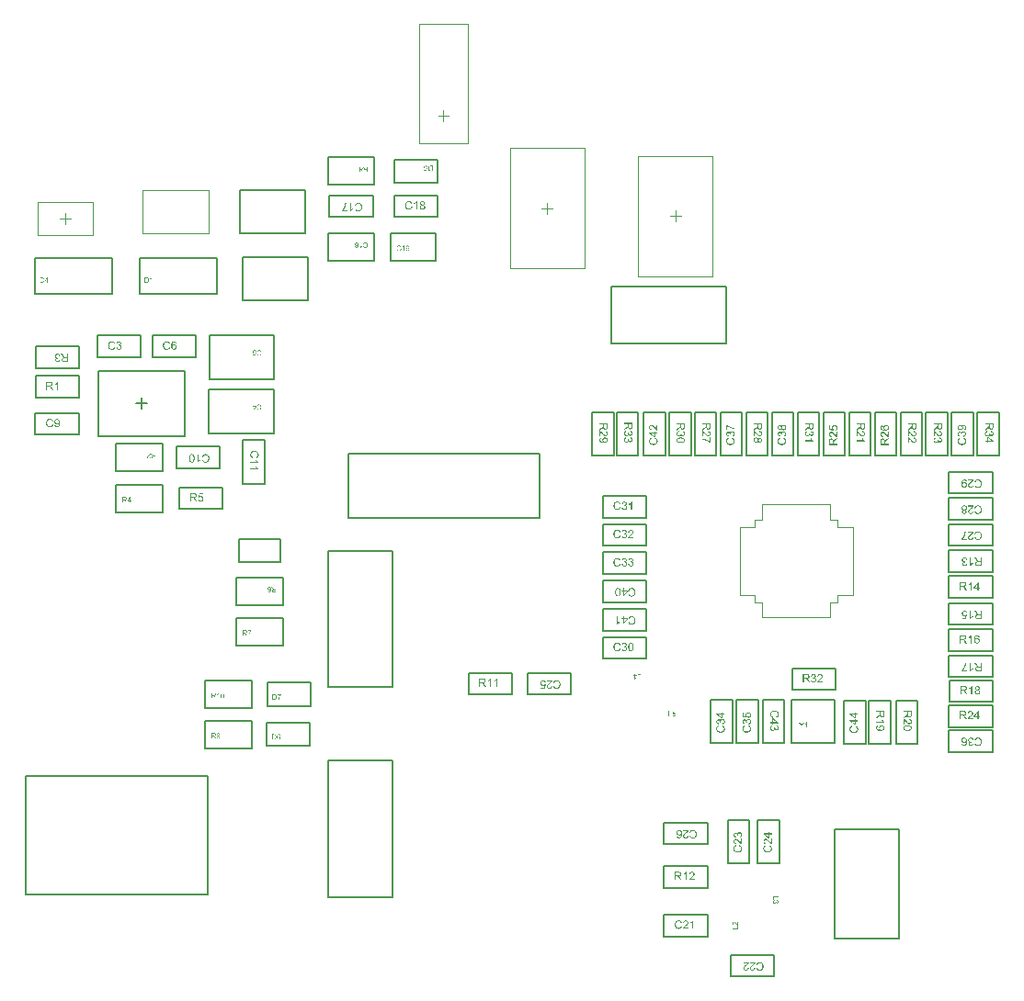
<source format=gbr>
%TF.GenerationSoftware,Altium Limited,Altium Designer,23.0.1 (38)*%
G04 Layer_Color=32768*
%FSLAX45Y45*%
%MOMM*%
%TF.SameCoordinates,E0F799D9-27B4-45C1-BD14-B3F5E9977550*%
%TF.FilePolarity,Positive*%
%TF.FileFunction,Other,Top_Courtyard*%
%TF.Part,Single*%
G01*
G75*
%TA.AperFunction,NonConductor*%
%ADD64C,0.20000*%
%ADD69C,0.15000*%
%ADD119C,0.10000*%
%ADD122C,0.05000*%
%ADD123C,0.15800*%
G36*
X432958Y5556026D02*
X423523D01*
Y5616076D01*
X423412Y5615965D01*
X422857Y5615521D01*
X422191Y5614855D01*
X421081Y5614078D01*
X419860Y5613079D01*
X418306Y5611969D01*
X416530Y5610748D01*
X414532Y5609528D01*
X414421D01*
X414310Y5609417D01*
X413644Y5608973D01*
X412534Y5608418D01*
X411202Y5607752D01*
X409648Y5606975D01*
X407983Y5606198D01*
X406318Y5605421D01*
X404653Y5604755D01*
Y5613856D01*
X404764D01*
X404986Y5614078D01*
X405430Y5614189D01*
X405985Y5614522D01*
X406651Y5614855D01*
X407428Y5615299D01*
X409315Y5616409D01*
X411535Y5617630D01*
X413755Y5619184D01*
X416086Y5620960D01*
X418417Y5622847D01*
X418528Y5622958D01*
X418639Y5623069D01*
X418972Y5623402D01*
X419416Y5623735D01*
X420415Y5624845D01*
X421747Y5626177D01*
X423079Y5627731D01*
X424522Y5629507D01*
X425743Y5631283D01*
X426853Y5633170D01*
X432958D01*
Y5556026D01*
D02*
G37*
G36*
X360476Y5632726D02*
X361475D01*
X363806Y5632615D01*
X366248Y5632282D01*
X368912Y5631949D01*
X371354Y5631394D01*
X372575Y5631061D01*
X373574Y5630728D01*
X373685D01*
X373796Y5630617D01*
X374462Y5630284D01*
X375461Y5629840D01*
X376682Y5629063D01*
X378014Y5628064D01*
X379457Y5626732D01*
X380789Y5625178D01*
X382121Y5623402D01*
Y5623291D01*
X382232Y5623180D01*
X382676Y5622514D01*
X383120Y5621404D01*
X383786Y5619961D01*
X384341Y5618296D01*
X384896Y5616298D01*
X385229Y5614189D01*
X385340Y5611858D01*
Y5611747D01*
Y5611525D01*
Y5611081D01*
X385229Y5610526D01*
Y5609750D01*
X385118Y5608973D01*
X384674Y5607086D01*
X384008Y5604866D01*
X383120Y5602535D01*
X381788Y5600204D01*
X380900Y5599094D01*
X380012Y5597984D01*
X379901Y5597873D01*
X379790Y5597762D01*
X379457Y5597429D01*
X379013Y5597096D01*
X378458Y5596652D01*
X377792Y5596208D01*
X376904Y5595653D01*
X376016Y5594987D01*
X374906Y5594432D01*
X373685Y5593877D01*
X372353Y5593211D01*
X370910Y5592656D01*
X369245Y5592212D01*
X367580Y5591657D01*
X365693Y5591324D01*
X363695Y5590991D01*
X363917Y5590880D01*
X364361Y5590658D01*
X365027Y5590214D01*
X365915Y5589770D01*
X367913Y5588549D01*
X368912Y5587772D01*
X369800Y5587106D01*
X370022Y5586884D01*
X370577Y5586329D01*
X371465Y5585441D01*
X372575Y5584331D01*
X373796Y5582777D01*
X375239Y5581112D01*
X376682Y5579114D01*
X378236Y5576894D01*
X391444Y5556026D01*
X378791D01*
X368690Y5572010D01*
Y5572121D01*
X368468Y5572343D01*
X368246Y5572676D01*
X367913Y5573120D01*
X367136Y5574341D01*
X366137Y5575895D01*
X364916Y5577560D01*
X363695Y5579336D01*
X362474Y5581001D01*
X361364Y5582555D01*
X361253Y5582666D01*
X360920Y5583110D01*
X360365Y5583776D01*
X359588Y5584553D01*
X357923Y5586218D01*
X357035Y5586995D01*
X356147Y5587661D01*
X356036Y5587772D01*
X355814Y5587883D01*
X355370Y5588105D01*
X354704Y5588438D01*
X354038Y5588771D01*
X353261Y5589104D01*
X351485Y5589659D01*
X351374D01*
X351152Y5589770D01*
X350708D01*
X350153Y5589881D01*
X349376Y5589992D01*
X348488D01*
X347267Y5590103D01*
X334170D01*
Y5556026D01*
X323958D01*
Y5632837D01*
X359588D01*
X360476Y5632726D01*
D02*
G37*
G36*
X6151643Y666363D02*
X6152642Y666252D01*
X6153863Y666141D01*
X6155084Y666030D01*
X6156527Y665697D01*
X6159524Y665031D01*
X6162854Y664032D01*
X6164519Y663366D01*
X6166073Y662589D01*
X6167627Y661590D01*
X6169181Y660592D01*
X6169292Y660481D01*
X6169514Y660370D01*
X6169958Y660037D01*
X6170513Y659482D01*
X6171068Y658927D01*
X6171845Y658150D01*
X6172622Y657262D01*
X6173510Y656374D01*
X6174398Y655264D01*
X6175286Y653932D01*
X6176285Y652600D01*
X6177173Y651157D01*
X6177950Y649492D01*
X6178838Y647827D01*
X6179504Y646051D01*
X6180170Y644053D01*
X6170180Y641722D01*
Y641833D01*
X6170069Y642055D01*
X6169847Y642499D01*
X6169625Y643054D01*
X6169403Y643720D01*
X6169070Y644608D01*
X6168182Y646384D01*
X6167072Y648382D01*
X6165740Y650380D01*
X6164075Y652267D01*
X6162299Y653932D01*
X6162077Y654154D01*
X6161411Y654598D01*
X6160301Y655153D01*
X6158858Y655930D01*
X6156971Y656596D01*
X6154862Y657262D01*
X6152309Y657706D01*
X6149534Y657817D01*
X6148646D01*
X6148091Y657706D01*
X6147314D01*
X6146426Y657595D01*
X6144317Y657262D01*
X6141986Y656818D01*
X6139544Y656041D01*
X6136992Y654931D01*
X6134661Y653488D01*
X6134550D01*
X6134439Y653266D01*
X6133662Y652711D01*
X6132663Y651823D01*
X6131442Y650491D01*
X6129999Y648826D01*
X6128667Y646939D01*
X6127446Y644608D01*
X6126336Y642055D01*
Y641944D01*
X6126225Y641722D01*
X6126114Y641389D01*
X6126003Y640834D01*
X6125781Y640168D01*
X6125559Y639391D01*
X6125226Y637504D01*
X6124782Y635284D01*
X6124338Y632842D01*
X6124116Y630178D01*
X6124005Y627292D01*
Y627181D01*
Y626848D01*
Y626293D01*
Y625627D01*
X6124116Y624850D01*
Y623851D01*
X6124227Y622741D01*
X6124338Y621520D01*
X6124671Y618856D01*
X6125226Y615970D01*
X6125892Y613084D01*
X6126780Y610198D01*
Y610087D01*
X6126891Y609865D01*
X6127113Y609532D01*
X6127335Y608977D01*
X6128001Y607645D01*
X6129000Y606091D01*
X6130221Y604316D01*
X6131775Y602429D01*
X6133551Y600764D01*
X6135660Y599210D01*
X6135771D01*
X6135993Y599099D01*
X6136326Y598877D01*
X6136770Y598655D01*
X6137325Y598433D01*
X6137991Y598100D01*
X6139544Y597434D01*
X6141542Y596768D01*
X6143762Y596213D01*
X6146204Y595769D01*
X6148757Y595658D01*
X6149534D01*
X6150200Y595769D01*
X6150977D01*
X6151754Y595880D01*
X6153752Y596324D01*
X6156083Y596879D01*
X6158414Y597767D01*
X6160856Y598988D01*
X6162077Y599654D01*
X6163187Y600542D01*
X6163298Y600653D01*
X6163409Y600764D01*
X6163742Y601097D01*
X6164186Y601430D01*
X6164630Y601985D01*
X6165185Y602651D01*
X6165851Y603317D01*
X6166406Y604205D01*
X6167072Y605204D01*
X6167849Y606313D01*
X6168515Y607423D01*
X6169181Y608755D01*
X6169736Y610198D01*
X6170291Y611752D01*
X6170846Y613417D01*
X6171290Y615193D01*
X6181502Y612640D01*
Y612529D01*
X6181391Y612085D01*
X6181169Y611419D01*
X6180836Y610531D01*
X6180503Y609532D01*
X6180059Y608311D01*
X6179504Y606979D01*
X6178838Y605537D01*
X6177284Y602429D01*
X6175286Y599321D01*
X6174065Y597767D01*
X6172844Y596213D01*
X6171512Y594881D01*
X6169958Y593549D01*
X6169847Y593438D01*
X6169625Y593216D01*
X6169070Y592994D01*
X6168515Y592550D01*
X6167627Y591995D01*
X6166739Y591440D01*
X6165518Y590885D01*
X6164297Y590330D01*
X6162854Y589664D01*
X6161300Y589109D01*
X6159635Y588554D01*
X6157859Y587999D01*
X6155972Y587555D01*
X6153974Y587333D01*
X6151865Y587111D01*
X6149645Y587000D01*
X6148424D01*
X6147536Y587111D01*
X6146537D01*
X6145316Y587222D01*
X6143984Y587444D01*
X6142430Y587666D01*
X6139211Y588221D01*
X6135882Y589109D01*
X6132552Y590330D01*
X6130998Y591107D01*
X6129444Y591995D01*
X6129333Y592106D01*
X6129111Y592217D01*
X6128667Y592550D01*
X6128223Y592994D01*
X6127557Y593438D01*
X6126780Y594104D01*
X6125892Y594881D01*
X6125004Y595769D01*
X6124116Y596768D01*
X6123117Y597767D01*
X6121119Y600320D01*
X6119232Y603317D01*
X6117567Y606646D01*
Y606757D01*
X6117345Y607090D01*
X6117234Y607645D01*
X6116901Y608311D01*
X6116679Y609199D01*
X6116346Y610309D01*
X6115902Y611530D01*
X6115569Y612862D01*
X6115236Y614305D01*
X6114792Y615970D01*
X6114237Y619411D01*
X6113793Y623296D01*
X6113571Y627292D01*
Y627403D01*
Y627847D01*
Y628513D01*
X6113682Y629290D01*
Y630400D01*
X6113793Y631510D01*
X6113904Y632953D01*
X6114126Y634396D01*
X6114681Y637615D01*
X6115458Y641167D01*
X6116568Y644719D01*
X6118122Y648160D01*
X6118233Y648271D01*
X6118344Y648604D01*
X6118566Y649048D01*
X6119010Y649603D01*
X6119454Y650380D01*
X6120009Y651268D01*
X6121452Y653266D01*
X6123339Y655486D01*
X6125559Y657706D01*
X6128112Y659926D01*
X6131109Y661812D01*
X6131220Y661923D01*
X6131553Y662034D01*
X6131997Y662256D01*
X6132552Y662589D01*
X6133440Y662922D01*
X6134328Y663255D01*
X6135438Y663699D01*
X6136659Y664143D01*
X6137991Y664587D01*
X6139433Y665031D01*
X6142541Y665697D01*
X6146093Y666252D01*
X6149756Y666474D01*
X6150866D01*
X6151643Y666363D01*
D02*
G37*
G36*
X6285396Y588332D02*
X6275961D01*
Y648382D01*
X6275850Y648271D01*
X6275295Y647827D01*
X6274629Y647161D01*
X6273519Y646384D01*
X6272298Y645385D01*
X6270744Y644275D01*
X6268968Y643054D01*
X6266970Y641833D01*
X6266859D01*
X6266748Y641722D01*
X6266082Y641278D01*
X6264972Y640723D01*
X6263640Y640057D01*
X6262086Y639280D01*
X6260421Y638503D01*
X6258756Y637726D01*
X6257091Y637060D01*
Y646162D01*
X6257202D01*
X6257424Y646384D01*
X6257868Y646495D01*
X6258423Y646828D01*
X6259089Y647161D01*
X6259866Y647605D01*
X6261753Y648715D01*
X6263973Y649936D01*
X6266193Y651490D01*
X6268524Y653266D01*
X6270855Y655153D01*
X6270966Y655264D01*
X6271077Y655375D01*
X6271410Y655708D01*
X6271854Y656041D01*
X6272853Y657151D01*
X6274185Y658483D01*
X6275517Y660037D01*
X6276960Y661812D01*
X6278181Y663588D01*
X6279291Y665475D01*
X6285396D01*
Y588332D01*
D02*
G37*
G36*
X6217465Y665364D02*
X6218353Y665253D01*
X6219463Y665142D01*
X6220684Y664920D01*
X6221905Y664698D01*
X6224791Y663921D01*
X6227677Y662811D01*
X6229120Y662145D01*
X6230563Y661369D01*
X6231895Y660370D01*
X6233116Y659260D01*
X6233227Y659149D01*
X6233449Y659038D01*
X6233671Y658594D01*
X6234115Y658150D01*
X6234670Y657595D01*
X6235225Y656818D01*
X6235780Y656041D01*
X6236446Y655042D01*
X6237556Y652933D01*
X6238666Y650269D01*
X6239110Y648937D01*
X6239332Y647383D01*
X6239554Y645829D01*
X6239665Y644164D01*
Y643942D01*
Y643387D01*
X6239554Y642499D01*
X6239443Y641278D01*
X6239221Y639946D01*
X6238777Y638392D01*
X6238333Y636727D01*
X6237667Y635062D01*
X6237556Y634840D01*
X6237334Y634285D01*
X6236890Y633397D01*
X6236224Y632176D01*
X6235336Y630844D01*
X6234226Y629179D01*
X6232894Y627514D01*
X6231340Y625627D01*
X6231118Y625405D01*
X6230563Y624739D01*
X6230008Y624184D01*
X6229453Y623629D01*
X6228787Y622963D01*
X6227899Y622075D01*
X6227011Y621187D01*
X6225901Y620188D01*
X6224791Y619078D01*
X6223459Y617857D01*
X6222016Y616636D01*
X6220462Y615193D01*
X6218686Y613750D01*
X6216910Y612196D01*
X6216799Y612085D01*
X6216577Y611863D01*
X6216133Y611530D01*
X6215578Y611086D01*
X6214912Y610420D01*
X6214135Y609754D01*
X6212359Y608311D01*
X6210472Y606646D01*
X6208696Y604982D01*
X6207142Y603539D01*
X6206476Y602984D01*
X6205921Y602429D01*
X6205810Y602318D01*
X6205477Y601985D01*
X6205033Y601541D01*
X6204478Y600875D01*
X6203923Y600098D01*
X6203257Y599321D01*
X6201925Y597434D01*
X6239776D01*
Y588332D01*
X6188828D01*
Y588443D01*
Y588887D01*
Y589553D01*
X6188939Y590441D01*
X6189050Y591440D01*
X6189272Y592550D01*
X6189494Y593660D01*
X6189938Y594881D01*
Y594992D01*
X6190049Y595103D01*
X6190271Y595769D01*
X6190715Y596768D01*
X6191381Y598100D01*
X6192269Y599654D01*
X6193379Y601430D01*
X6194599Y603206D01*
X6196153Y605093D01*
Y605204D01*
X6196375Y605315D01*
X6196930Y605980D01*
X6197929Y606979D01*
X6199372Y608422D01*
X6201037Y610087D01*
X6203146Y612085D01*
X6205699Y614305D01*
X6208474Y616636D01*
X6208585Y616747D01*
X6209029Y617080D01*
X6209695Y617635D01*
X6210472Y618301D01*
X6211471Y619189D01*
X6212692Y620188D01*
X6213913Y621298D01*
X6215356Y622519D01*
X6218131Y625183D01*
X6220906Y627847D01*
X6222238Y629179D01*
X6223459Y630511D01*
X6224569Y631732D01*
X6225457Y632953D01*
Y633064D01*
X6225679Y633175D01*
X6225901Y633508D01*
X6226123Y633952D01*
X6226900Y635173D01*
X6227788Y636616D01*
X6228565Y638392D01*
X6229342Y640279D01*
X6229786Y642388D01*
X6230008Y644386D01*
Y644497D01*
Y644608D01*
X6229897Y645274D01*
X6229786Y646384D01*
X6229453Y647605D01*
X6229009Y649159D01*
X6228232Y650713D01*
X6227233Y652267D01*
X6225901Y653821D01*
X6225679Y654043D01*
X6225124Y654487D01*
X6224347Y655042D01*
X6223126Y655819D01*
X6221572Y656485D01*
X6219796Y657151D01*
X6217687Y657595D01*
X6215356Y657706D01*
X6214690D01*
X6214246Y657595D01*
X6212914Y657484D01*
X6211360Y657151D01*
X6209695Y656707D01*
X6207808Y655930D01*
X6206032Y654931D01*
X6204367Y653599D01*
X6204145Y653377D01*
X6203701Y652822D01*
X6203035Y651934D01*
X6202369Y650602D01*
X6201592Y649048D01*
X6200926Y647050D01*
X6200482Y644830D01*
X6200260Y642277D01*
X6190604Y643276D01*
Y643387D01*
X6190715Y643720D01*
Y644275D01*
X6190826Y645052D01*
X6191048Y645940D01*
X6191270Y646939D01*
X6191603Y648160D01*
X6191936Y649381D01*
X6192824Y652045D01*
X6194156Y654709D01*
X6194932Y656041D01*
X6195931Y657373D01*
X6196930Y658594D01*
X6198040Y659704D01*
X6198151Y659815D01*
X6198373Y659926D01*
X6198706Y660259D01*
X6199261Y660592D01*
X6199927Y661036D01*
X6200704Y661480D01*
X6201592Y662034D01*
X6202702Y662589D01*
X6203923Y663144D01*
X6205255Y663699D01*
X6206698Y664143D01*
X6208252Y664587D01*
X6209917Y664920D01*
X6211693Y665253D01*
X6213580Y665364D01*
X6215578Y665475D01*
X6216688D01*
X6217465Y665364D01*
D02*
G37*
G36*
X6897632Y281697D02*
X6898631D01*
X6899852Y281586D01*
X6901184Y281364D01*
X6902738Y281142D01*
X6905956Y280587D01*
X6909286Y279699D01*
X6912616Y278478D01*
X6914170Y277701D01*
X6915724Y276813D01*
X6915835Y276702D01*
X6916057Y276591D01*
X6916501Y276258D01*
X6916945Y275814D01*
X6917611Y275370D01*
X6918388Y274704D01*
X6919276Y273927D01*
X6920164Y273039D01*
X6921052Y272040D01*
X6922051Y271041D01*
X6924049Y268488D01*
X6925936Y265491D01*
X6927601Y262161D01*
Y262050D01*
X6927823Y261717D01*
X6927934Y261162D01*
X6928267Y260496D01*
X6928489Y259608D01*
X6928822Y258498D01*
X6929266Y257277D01*
X6929599Y255945D01*
X6929932Y254502D01*
X6930376Y252837D01*
X6930931Y249397D01*
X6931375Y245512D01*
X6931597Y241516D01*
Y241405D01*
Y240961D01*
Y240295D01*
X6931486Y239518D01*
Y238408D01*
X6931375Y237298D01*
X6931264Y235855D01*
X6931042Y234412D01*
X6930487Y231193D01*
X6929710Y227641D01*
X6928600Y224089D01*
X6927046Y220648D01*
X6926935Y220537D01*
X6926824Y220204D01*
X6926602Y219760D01*
X6926158Y219205D01*
X6925714Y218428D01*
X6925159Y217540D01*
X6923716Y215542D01*
X6921829Y213322D01*
X6919609Y211102D01*
X6917056Y208882D01*
X6914059Y206995D01*
X6913948Y206884D01*
X6913615Y206773D01*
X6913171Y206551D01*
X6912616Y206218D01*
X6911728Y205885D01*
X6910840Y205552D01*
X6909730Y205108D01*
X6908509Y204664D01*
X6907177Y204220D01*
X6905734Y203776D01*
X6902627Y203110D01*
X6899075Y202555D01*
X6895412Y202333D01*
X6894302D01*
X6893525Y202444D01*
X6892526Y202555D01*
X6891305Y202666D01*
X6890084Y202777D01*
X6888641Y203110D01*
X6885644Y203776D01*
X6882314Y204775D01*
X6880649Y205441D01*
X6879095Y206218D01*
X6877541Y207217D01*
X6875987Y208216D01*
X6875876Y208327D01*
X6875654Y208438D01*
X6875210Y208771D01*
X6874655Y209326D01*
X6874100Y209881D01*
X6873323Y210658D01*
X6872546Y211546D01*
X6871658Y212434D01*
X6870770Y213544D01*
X6869882Y214876D01*
X6868883Y216208D01*
X6867995Y217651D01*
X6867218Y219316D01*
X6866330Y220981D01*
X6865664Y222757D01*
X6864998Y224755D01*
X6874988Y227086D01*
Y226975D01*
X6875099Y226753D01*
X6875321Y226309D01*
X6875543Y225754D01*
X6875765Y225088D01*
X6876098Y224200D01*
X6876986Y222424D01*
X6878096Y220426D01*
X6879428Y218428D01*
X6881093Y216541D01*
X6882869Y214876D01*
X6883091Y214654D01*
X6883757Y214210D01*
X6884867Y213655D01*
X6886310Y212878D01*
X6888197Y212212D01*
X6890306Y211546D01*
X6892859Y211102D01*
X6895634Y210991D01*
X6896522D01*
X6897077Y211102D01*
X6897854D01*
X6898742Y211213D01*
X6900851Y211546D01*
X6903182Y211990D01*
X6905623Y212767D01*
X6908176Y213877D01*
X6910507Y215320D01*
X6910618D01*
X6910729Y215542D01*
X6911506Y216097D01*
X6912505Y216985D01*
X6913726Y218317D01*
X6915169Y219982D01*
X6916501Y221869D01*
X6917722Y224200D01*
X6918832Y226753D01*
Y226864D01*
X6918943Y227086D01*
X6919054Y227419D01*
X6919165Y227974D01*
X6919387Y228640D01*
X6919609Y229417D01*
X6919942Y231304D01*
X6920386Y233524D01*
X6920830Y235966D01*
X6921052Y238630D01*
X6921163Y241516D01*
Y241627D01*
Y241960D01*
Y242515D01*
Y243181D01*
X6921052Y243958D01*
Y244957D01*
X6920941Y246067D01*
X6920830Y247288D01*
X6920497Y249951D01*
X6919942Y252837D01*
X6919276Y255723D01*
X6918388Y258609D01*
Y258720D01*
X6918277Y258942D01*
X6918055Y259275D01*
X6917833Y259830D01*
X6917167Y261162D01*
X6916168Y262716D01*
X6914947Y264492D01*
X6913393Y266379D01*
X6911617Y268044D01*
X6909508Y269598D01*
X6909397D01*
X6909175Y269709D01*
X6908842Y269931D01*
X6908398Y270153D01*
X6907843Y270375D01*
X6907177Y270708D01*
X6905623Y271374D01*
X6903626Y272040D01*
X6901406Y272595D01*
X6898964Y273039D01*
X6896411Y273150D01*
X6895634D01*
X6894968Y273039D01*
X6894191D01*
X6893414Y272928D01*
X6891416Y272484D01*
X6889085Y271929D01*
X6886754Y271041D01*
X6884312Y269820D01*
X6883091Y269154D01*
X6881981Y268266D01*
X6881870Y268155D01*
X6881759Y268044D01*
X6881426Y267711D01*
X6880982Y267378D01*
X6880538Y266823D01*
X6879983Y266157D01*
X6879317Y265491D01*
X6878762Y264603D01*
X6878096Y263604D01*
X6877319Y262494D01*
X6876653Y261384D01*
X6875987Y260052D01*
X6875432Y258609D01*
X6874877Y257055D01*
X6874322Y255390D01*
X6873878Y253614D01*
X6863666Y256167D01*
Y256278D01*
X6863777Y256722D01*
X6863999Y257388D01*
X6864332Y258276D01*
X6864665Y259275D01*
X6865109Y260496D01*
X6865664Y261828D01*
X6866330Y263271D01*
X6867884Y266379D01*
X6869882Y269487D01*
X6871103Y271041D01*
X6872324Y272595D01*
X6873656Y273927D01*
X6875210Y275259D01*
X6875321Y275370D01*
X6875543Y275592D01*
X6876098Y275814D01*
X6876653Y276258D01*
X6877541Y276813D01*
X6878429Y277368D01*
X6879650Y277923D01*
X6880871Y278478D01*
X6882314Y279144D01*
X6883868Y279699D01*
X6885533Y280254D01*
X6887309Y280809D01*
X6889196Y281253D01*
X6891194Y281475D01*
X6893303Y281697D01*
X6895523Y281808D01*
X6896744D01*
X6897632Y281697D01*
D02*
G37*
G36*
X6856340Y280365D02*
Y279921D01*
Y279255D01*
X6856229Y278367D01*
X6856118Y277368D01*
X6855896Y276258D01*
X6855674Y275148D01*
X6855230Y273927D01*
Y273816D01*
X6855119Y273705D01*
X6854897Y273039D01*
X6854453Y272040D01*
X6853787Y270708D01*
X6852899Y269154D01*
X6851789Y267378D01*
X6850568Y265602D01*
X6849014Y263715D01*
Y263604D01*
X6848793Y263493D01*
X6848238Y262827D01*
X6847239Y261828D01*
X6845796Y260385D01*
X6844131Y258720D01*
X6842022Y256722D01*
X6839469Y254502D01*
X6836694Y252171D01*
X6836583Y252060D01*
X6836139Y251727D01*
X6835473Y251172D01*
X6834696Y250506D01*
X6833697Y249618D01*
X6832476Y248620D01*
X6831255Y247510D01*
X6829812Y246289D01*
X6827037Y243625D01*
X6824262Y240961D01*
X6822930Y239629D01*
X6821709Y238297D01*
X6820599Y237076D01*
X6819711Y235855D01*
Y235744D01*
X6819489Y235633D01*
X6819267Y235300D01*
X6819045Y234856D01*
X6818268Y233635D01*
X6817380Y232192D01*
X6816603Y230416D01*
X6815826Y228529D01*
X6815382Y226420D01*
X6815160Y224422D01*
Y224311D01*
Y224200D01*
X6815271Y223534D01*
X6815382Y222424D01*
X6815715Y221203D01*
X6816159Y219649D01*
X6816936Y218095D01*
X6817935Y216541D01*
X6819267Y214987D01*
X6819489Y214765D01*
X6820044Y214321D01*
X6820821Y213766D01*
X6822042Y212989D01*
X6823596Y212323D01*
X6825372Y211657D01*
X6827481Y211213D01*
X6829812Y211102D01*
X6830478D01*
X6830922Y211213D01*
X6832254Y211324D01*
X6833808Y211657D01*
X6835473Y212101D01*
X6837360Y212878D01*
X6839136Y213877D01*
X6840801Y215209D01*
X6841023Y215431D01*
X6841467Y215986D01*
X6842133Y216874D01*
X6842799Y218206D01*
X6843576Y219760D01*
X6844242Y221758D01*
X6844686Y223978D01*
X6844908Y226531D01*
X6854564Y225532D01*
Y225421D01*
X6854453Y225088D01*
Y224533D01*
X6854342Y223756D01*
X6854120Y222868D01*
X6853898Y221869D01*
X6853565Y220648D01*
X6853232Y219427D01*
X6852344Y216763D01*
X6851012Y214099D01*
X6850235Y212767D01*
X6849236Y211435D01*
X6848238Y210214D01*
X6847128Y209104D01*
X6847017Y208993D01*
X6846795Y208882D01*
X6846462Y208549D01*
X6845907Y208216D01*
X6845241Y207772D01*
X6844464Y207328D01*
X6843576Y206773D01*
X6842466Y206218D01*
X6841245Y205663D01*
X6839913Y205108D01*
X6838470Y204664D01*
X6836916Y204220D01*
X6835251Y203887D01*
X6833475Y203554D01*
X6831588Y203443D01*
X6829590Y203332D01*
X6828480D01*
X6827703Y203443D01*
X6826815Y203554D01*
X6825705Y203665D01*
X6824484Y203887D01*
X6823263Y204109D01*
X6820377Y204886D01*
X6817491Y205996D01*
X6816048Y206662D01*
X6814605Y207439D01*
X6813273Y208438D01*
X6812052Y209548D01*
X6811941Y209659D01*
X6811719Y209770D01*
X6811497Y210214D01*
X6811053Y210658D01*
X6810498Y211213D01*
X6809943Y211990D01*
X6809388Y212767D01*
X6808722Y213766D01*
X6807612Y215875D01*
X6806502Y218539D01*
X6806058Y219871D01*
X6805836Y221425D01*
X6805614Y222979D01*
X6805503Y224644D01*
Y224866D01*
Y225421D01*
X6805614Y226309D01*
X6805725Y227530D01*
X6805947Y228862D01*
X6806391Y230416D01*
X6806835Y232081D01*
X6807501Y233746D01*
X6807612Y233968D01*
X6807834Y234523D01*
X6808278Y235411D01*
X6808944Y236632D01*
X6809832Y237964D01*
X6810942Y239629D01*
X6812274Y241294D01*
X6813828Y243181D01*
X6814050Y243403D01*
X6814605Y244069D01*
X6815160Y244624D01*
X6815715Y245179D01*
X6816381Y245845D01*
X6817269Y246733D01*
X6818157Y247621D01*
X6819267Y248620D01*
X6820377Y249729D01*
X6821709Y250950D01*
X6823152Y252171D01*
X6824706Y253614D01*
X6826482Y255057D01*
X6828258Y256611D01*
X6828369Y256722D01*
X6828591Y256944D01*
X6829035Y257277D01*
X6829590Y257721D01*
X6830256Y258387D01*
X6831033Y259053D01*
X6832809Y260496D01*
X6834696Y262161D01*
X6836472Y263826D01*
X6838026Y265269D01*
X6838692Y265824D01*
X6839247Y266379D01*
X6839358Y266490D01*
X6839691Y266823D01*
X6840135Y267267D01*
X6840690Y267933D01*
X6841245Y268710D01*
X6841911Y269487D01*
X6843243Y271374D01*
X6805392D01*
Y280476D01*
X6856340D01*
Y280365D01*
D02*
G37*
G36*
X6796623D02*
Y279921D01*
Y279255D01*
X6796512Y278367D01*
X6796401Y277368D01*
X6796179Y276258D01*
X6795957Y275148D01*
X6795513Y273927D01*
Y273816D01*
X6795402Y273705D01*
X6795180Y273039D01*
X6794736Y272040D01*
X6794070Y270708D01*
X6793183Y269154D01*
X6792073Y267378D01*
X6790852Y265602D01*
X6789298Y263715D01*
Y263604D01*
X6789076Y263493D01*
X6788521Y262827D01*
X6787522Y261828D01*
X6786079Y260385D01*
X6784414Y258720D01*
X6782305Y256722D01*
X6779752Y254502D01*
X6776977Y252171D01*
X6776866Y252060D01*
X6776422Y251727D01*
X6775756Y251172D01*
X6774979Y250506D01*
X6773980Y249618D01*
X6772759Y248620D01*
X6771538Y247510D01*
X6770095Y246289D01*
X6767320Y243625D01*
X6764545Y240961D01*
X6763213Y239629D01*
X6761992Y238297D01*
X6760882Y237076D01*
X6759994Y235855D01*
Y235744D01*
X6759772Y235633D01*
X6759550Y235300D01*
X6759328Y234856D01*
X6758551Y233635D01*
X6757663Y232192D01*
X6756886Y230416D01*
X6756109Y228529D01*
X6755665Y226420D01*
X6755443Y224422D01*
Y224311D01*
Y224200D01*
X6755554Y223534D01*
X6755665Y222424D01*
X6755998Y221203D01*
X6756442Y219649D01*
X6757219Y218095D01*
X6758218Y216541D01*
X6759550Y214987D01*
X6759772Y214765D01*
X6760327Y214321D01*
X6761104Y213766D01*
X6762325Y212989D01*
X6763879Y212323D01*
X6765655Y211657D01*
X6767764Y211213D01*
X6770095Y211102D01*
X6770761D01*
X6771205Y211213D01*
X6772537Y211324D01*
X6774091Y211657D01*
X6775756Y212101D01*
X6777643Y212878D01*
X6779419Y213877D01*
X6781084Y215209D01*
X6781306Y215431D01*
X6781750Y215986D01*
X6782416Y216874D01*
X6783082Y218206D01*
X6783859Y219760D01*
X6784525Y221758D01*
X6784969Y223978D01*
X6785191Y226531D01*
X6794847Y225532D01*
Y225421D01*
X6794736Y225088D01*
Y224533D01*
X6794625Y223756D01*
X6794403Y222868D01*
X6794181Y221869D01*
X6793848Y220648D01*
X6793515Y219427D01*
X6792628Y216763D01*
X6791296Y214099D01*
X6790519Y212767D01*
X6789520Y211435D01*
X6788521Y210214D01*
X6787411Y209104D01*
X6787300Y208993D01*
X6787078Y208882D01*
X6786745Y208549D01*
X6786190Y208216D01*
X6785524Y207772D01*
X6784747Y207328D01*
X6783859Y206773D01*
X6782749Y206218D01*
X6781528Y205663D01*
X6780196Y205108D01*
X6778753Y204664D01*
X6777199Y204220D01*
X6775534Y203887D01*
X6773758Y203554D01*
X6771871Y203443D01*
X6769873Y203332D01*
X6768763D01*
X6767986Y203443D01*
X6767098Y203554D01*
X6765988Y203665D01*
X6764767Y203887D01*
X6763546Y204109D01*
X6760660Y204886D01*
X6757774Y205996D01*
X6756331Y206662D01*
X6754888Y207439D01*
X6753556Y208438D01*
X6752335Y209548D01*
X6752224Y209659D01*
X6752002Y209770D01*
X6751780Y210214D01*
X6751336Y210658D01*
X6750781Y211213D01*
X6750226Y211990D01*
X6749671Y212767D01*
X6749005Y213766D01*
X6747895Y215875D01*
X6746785Y218539D01*
X6746341Y219871D01*
X6746119Y221425D01*
X6745897Y222979D01*
X6745786Y224644D01*
Y224866D01*
Y225421D01*
X6745897Y226309D01*
X6746008Y227530D01*
X6746230Y228862D01*
X6746674Y230416D01*
X6747118Y232081D01*
X6747784Y233746D01*
X6747895Y233968D01*
X6748117Y234523D01*
X6748561Y235411D01*
X6749227Y236632D01*
X6750115Y237964D01*
X6751225Y239629D01*
X6752557Y241294D01*
X6754111Y243181D01*
X6754333Y243403D01*
X6754888Y244069D01*
X6755443Y244624D01*
X6755998Y245179D01*
X6756664Y245845D01*
X6757552Y246733D01*
X6758440Y247621D01*
X6759550Y248620D01*
X6760660Y249729D01*
X6761992Y250950D01*
X6763435Y252171D01*
X6764989Y253614D01*
X6766765Y255057D01*
X6768541Y256611D01*
X6768652Y256722D01*
X6768874Y256944D01*
X6769318Y257277D01*
X6769873Y257721D01*
X6770539Y258387D01*
X6771316Y259053D01*
X6773092Y260496D01*
X6774979Y262161D01*
X6776755Y263826D01*
X6778309Y265269D01*
X6778975Y265824D01*
X6779530Y266379D01*
X6779641Y266490D01*
X6779974Y266823D01*
X6780418Y267267D01*
X6780973Y267933D01*
X6781528Y268710D01*
X6782194Y269487D01*
X6783526Y271374D01*
X6745675D01*
Y280476D01*
X6796623D01*
Y280365D01*
D02*
G37*
G36*
X7068572Y880201D02*
X7025654D01*
Y856209D01*
X7019884D01*
Y886674D01*
X7068572D01*
Y880201D01*
D02*
G37*
G36*
X7033534Y844952D02*
X7033463D01*
X7033323Y844881D01*
X7033041Y844811D01*
X7032690Y844740D01*
X7032267Y844670D01*
X7031775Y844529D01*
X7030719Y844178D01*
X7029453Y843685D01*
X7028257Y843052D01*
X7027131Y842348D01*
X7026146Y841504D01*
X7026076Y841363D01*
X7025794Y841082D01*
X7025443Y840519D01*
X7025091Y839815D01*
X7024669Y838971D01*
X7024317Y837916D01*
X7024035Y836720D01*
X7023965Y835453D01*
Y835031D01*
X7024035Y834750D01*
X7024106Y833976D01*
X7024317Y832991D01*
X7024669Y831865D01*
X7025161Y830669D01*
X7025865Y829473D01*
X7026850Y828347D01*
X7026991Y828206D01*
X7027413Y827855D01*
X7028046Y827432D01*
X7028890Y826870D01*
X7029946Y826307D01*
X7031142Y825885D01*
X7032549Y825533D01*
X7034097Y825392D01*
X7034167D01*
X7034308D01*
X7034519D01*
X7034800Y825462D01*
X7035574Y825533D01*
X7036489Y825744D01*
X7037615Y826025D01*
X7038740Y826518D01*
X7039866Y827221D01*
X7040921Y828136D01*
X7041062Y828277D01*
X7041344Y828629D01*
X7041766Y829191D01*
X7042258Y829965D01*
X7042751Y830950D01*
X7043173Y832146D01*
X7043454Y833483D01*
X7043595Y834961D01*
Y835594D01*
X7043525Y836086D01*
X7043454Y836720D01*
X7043314Y837423D01*
X7043173Y838268D01*
X7042962Y839182D01*
X7048239Y838479D01*
Y838127D01*
X7048168Y837845D01*
Y836931D01*
X7048309Y836157D01*
X7048450Y835242D01*
X7048661Y834187D01*
X7049013Y832991D01*
X7049505Y831865D01*
X7050138Y830669D01*
Y830599D01*
X7050209Y830528D01*
X7050490Y830176D01*
X7050983Y829684D01*
X7051616Y829121D01*
X7052530Y828558D01*
X7053586Y828066D01*
X7054782Y827714D01*
X7055486Y827573D01*
X7056259D01*
X7056330D01*
X7056400D01*
X7056822D01*
X7057385Y827714D01*
X7058159Y827855D01*
X7059003Y828136D01*
X7059918Y828488D01*
X7060833Y829051D01*
X7061677Y829825D01*
X7061747Y829895D01*
X7062029Y830247D01*
X7062381Y830739D01*
X7062803Y831372D01*
X7063155Y832217D01*
X7063506Y833202D01*
X7063788Y834328D01*
X7063858Y835594D01*
Y836157D01*
X7063717Y836790D01*
X7063577Y837634D01*
X7063295Y838549D01*
X7062943Y839464D01*
X7062381Y840449D01*
X7061677Y841363D01*
X7061607Y841434D01*
X7061255Y841715D01*
X7060762Y842137D01*
X7060059Y842630D01*
X7059144Y843122D01*
X7058018Y843615D01*
X7056682Y844037D01*
X7055134Y844318D01*
X7056189Y850299D01*
X7056259D01*
X7056471Y850228D01*
X7056752Y850158D01*
X7057174Y850088D01*
X7057667Y849947D01*
X7058229Y849736D01*
X7059566Y849314D01*
X7061114Y848610D01*
X7062662Y847766D01*
X7064140Y846711D01*
X7065476Y845374D01*
X7065547Y845303D01*
X7065617Y845163D01*
X7065758Y844952D01*
X7065969Y844670D01*
X7066250Y844318D01*
X7066532Y843826D01*
X7066813Y843333D01*
X7067165Y842700D01*
X7067728Y841293D01*
X7068291Y839675D01*
X7068642Y837775D01*
X7068783Y836790D01*
Y835031D01*
X7068713Y834257D01*
X7068572Y833343D01*
X7068361Y832217D01*
X7068009Y830950D01*
X7067587Y829684D01*
X7067024Y828417D01*
Y828347D01*
X7066954Y828277D01*
X7066743Y827855D01*
X7066321Y827221D01*
X7065828Y826518D01*
X7065125Y825673D01*
X7064351Y824829D01*
X7063436Y823985D01*
X7062381Y823281D01*
X7062240Y823211D01*
X7061888Y823000D01*
X7061255Y822718D01*
X7060481Y822367D01*
X7059566Y822015D01*
X7058511Y821733D01*
X7057315Y821522D01*
X7056119Y821452D01*
X7055978D01*
X7055556D01*
X7054993Y821522D01*
X7054219Y821663D01*
X7053304Y821874D01*
X7052319Y822226D01*
X7051334Y822648D01*
X7050349Y823211D01*
X7050209Y823281D01*
X7049927Y823492D01*
X7049435Y823915D01*
X7048872Y824477D01*
X7048239Y825181D01*
X7047535Y826025D01*
X7046902Y827010D01*
X7046269Y828206D01*
Y828136D01*
X7046198Y827995D01*
X7046128Y827784D01*
X7046058Y827503D01*
X7045776Y826729D01*
X7045354Y825744D01*
X7044791Y824618D01*
X7044088Y823492D01*
X7043173Y822437D01*
X7042117Y821452D01*
X7041977Y821382D01*
X7041555Y821100D01*
X7040851Y820678D01*
X7039936Y820256D01*
X7038811Y819834D01*
X7037474Y819412D01*
X7035926Y819130D01*
X7034237Y819060D01*
X7034167D01*
X7033956D01*
X7033604D01*
X7033182Y819130D01*
X7032619Y819201D01*
X7031986Y819341D01*
X7031282Y819482D01*
X7030508Y819623D01*
X7028820Y820186D01*
X7027905Y820608D01*
X7027061Y821030D01*
X7026146Y821593D01*
X7025232Y822226D01*
X7024317Y822930D01*
X7023473Y823774D01*
X7023402Y823844D01*
X7023262Y823985D01*
X7023050Y824266D01*
X7022769Y824618D01*
X7022417Y825040D01*
X7022065Y825603D01*
X7021643Y826236D01*
X7021292Y827010D01*
X7020869Y827784D01*
X7020447Y828699D01*
X7020095Y829614D01*
X7019744Y830669D01*
X7019462Y831795D01*
X7019251Y832991D01*
X7019110Y834187D01*
X7019040Y835524D01*
Y836157D01*
X7019110Y836579D01*
X7019181Y837142D01*
X7019251Y837775D01*
X7019392Y838479D01*
X7019533Y839253D01*
X7019955Y840941D01*
X7020658Y842700D01*
X7021080Y843615D01*
X7021573Y844459D01*
X7022206Y845303D01*
X7022839Y846148D01*
X7022910Y846218D01*
X7023050Y846359D01*
X7023262Y846570D01*
X7023543Y846781D01*
X7023895Y847133D01*
X7024387Y847484D01*
X7024880Y847907D01*
X7025513Y848329D01*
X7026217Y848751D01*
X7026920Y849173D01*
X7028609Y849947D01*
X7030579Y850580D01*
X7031634Y850791D01*
X7032760Y850932D01*
X7033534Y844952D01*
D02*
G37*
G36*
X6695084Y620931D02*
X6695013D01*
X6694732D01*
X6694310D01*
X6693747Y621001D01*
X6693114Y621072D01*
X6692410Y621212D01*
X6691706Y621353D01*
X6690933Y621635D01*
X6690862D01*
X6690792Y621705D01*
X6690370Y621846D01*
X6689736Y622127D01*
X6688892Y622549D01*
X6687907Y623112D01*
X6686781Y623816D01*
X6685656Y624590D01*
X6684460Y625575D01*
X6684389D01*
X6684319Y625715D01*
X6683897Y626067D01*
X6683263Y626700D01*
X6682349Y627615D01*
X6681293Y628670D01*
X6680027Y630007D01*
X6678620Y631625D01*
X6677142Y633384D01*
X6677072Y633455D01*
X6676861Y633736D01*
X6676509Y634158D01*
X6676087Y634651D01*
X6675524Y635284D01*
X6674891Y636058D01*
X6674187Y636832D01*
X6673413Y637747D01*
X6671725Y639505D01*
X6670036Y641264D01*
X6669192Y642109D01*
X6668348Y642883D01*
X6667574Y643586D01*
X6666800Y644149D01*
X6666729D01*
X6666659Y644290D01*
X6666448Y644431D01*
X6666166Y644571D01*
X6665393Y645064D01*
X6664478Y645627D01*
X6663352Y646119D01*
X6662156Y646612D01*
X6660819Y646893D01*
X6659553Y647034D01*
X6659482D01*
X6659412D01*
X6658990Y646963D01*
X6658286Y646893D01*
X6657512Y646682D01*
X6656527Y646401D01*
X6655542Y645908D01*
X6654557Y645275D01*
X6653572Y644431D01*
X6653432Y644290D01*
X6653150Y643938D01*
X6652798Y643445D01*
X6652306Y642672D01*
X6651884Y641687D01*
X6651462Y640561D01*
X6651180Y639224D01*
X6651110Y637747D01*
Y637324D01*
X6651180Y637043D01*
X6651251Y636199D01*
X6651462Y635214D01*
X6651743Y634158D01*
X6652236Y632962D01*
X6652869Y631836D01*
X6653713Y630781D01*
X6653854Y630640D01*
X6654206Y630359D01*
X6654769Y629937D01*
X6655613Y629515D01*
X6656598Y629022D01*
X6657864Y628600D01*
X6659271Y628319D01*
X6660890Y628178D01*
X6660256Y622057D01*
X6660186D01*
X6659975Y622127D01*
X6659623D01*
X6659131Y622197D01*
X6658568Y622338D01*
X6657935Y622479D01*
X6657161Y622690D01*
X6656387Y622901D01*
X6654698Y623464D01*
X6653010Y624308D01*
X6652165Y624801D01*
X6651321Y625434D01*
X6650547Y626067D01*
X6649843Y626771D01*
X6649773Y626841D01*
X6649703Y626982D01*
X6649492Y627193D01*
X6649281Y627545D01*
X6648999Y627967D01*
X6648718Y628459D01*
X6648366Y629022D01*
X6648014Y629726D01*
X6647662Y630500D01*
X6647311Y631344D01*
X6647029Y632259D01*
X6646748Y633244D01*
X6646537Y634299D01*
X6646326Y635425D01*
X6646255Y636621D01*
X6646185Y637887D01*
Y638591D01*
X6646255Y639083D01*
X6646326Y639646D01*
X6646396Y640350D01*
X6646537Y641124D01*
X6646677Y641898D01*
X6647170Y643727D01*
X6647873Y645556D01*
X6648296Y646471D01*
X6648788Y647386D01*
X6649421Y648230D01*
X6650125Y649004D01*
X6650195Y649074D01*
X6650266Y649215D01*
X6650547Y649356D01*
X6650828Y649637D01*
X6651180Y649989D01*
X6651673Y650341D01*
X6652165Y650692D01*
X6652798Y651115D01*
X6654135Y651818D01*
X6655824Y652522D01*
X6656668Y652803D01*
X6657653Y652944D01*
X6658638Y653085D01*
X6659694Y653155D01*
X6659834D01*
X6660186D01*
X6660749Y653085D01*
X6661523Y653014D01*
X6662367Y652873D01*
X6663352Y652592D01*
X6664408Y652311D01*
X6665463Y651888D01*
X6665604Y651818D01*
X6665955Y651677D01*
X6666518Y651396D01*
X6667292Y650974D01*
X6668137Y650411D01*
X6669192Y649707D01*
X6670247Y648863D01*
X6671443Y647878D01*
X6671584Y647737D01*
X6672006Y647386D01*
X6672358Y647034D01*
X6672710Y646682D01*
X6673132Y646260D01*
X6673695Y645697D01*
X6674258Y645134D01*
X6674891Y644431D01*
X6675594Y643727D01*
X6676368Y642883D01*
X6677142Y641968D01*
X6678057Y640983D01*
X6678972Y639857D01*
X6679957Y638732D01*
X6680027Y638661D01*
X6680168Y638520D01*
X6680379Y638239D01*
X6680660Y637887D01*
X6681082Y637465D01*
X6681505Y636973D01*
X6682419Y635847D01*
X6683475Y634651D01*
X6684530Y633525D01*
X6685445Y632540D01*
X6685796Y632118D01*
X6686148Y631766D01*
X6686219Y631696D01*
X6686430Y631485D01*
X6686711Y631203D01*
X6687133Y630851D01*
X6687626Y630500D01*
X6688118Y630077D01*
X6689314Y629233D01*
Y653225D01*
X6695084D01*
Y620931D01*
D02*
G37*
G36*
Y586104D02*
X6646396D01*
Y592577D01*
X6689314D01*
Y616569D01*
X6695084D01*
Y586104D01*
D02*
G37*
G36*
X6274154Y1113464D02*
X6275042Y1113353D01*
X6276152Y1113242D01*
X6277373Y1113020D01*
X6278594Y1112798D01*
X6281480Y1112021D01*
X6284366Y1110911D01*
X6285809Y1110245D01*
X6287252Y1109468D01*
X6288584Y1108469D01*
X6289805Y1107359D01*
X6289916Y1107248D01*
X6290138Y1107137D01*
X6290360Y1106693D01*
X6290804Y1106250D01*
X6291359Y1105695D01*
X6291914Y1104918D01*
X6292469Y1104141D01*
X6293135Y1103142D01*
X6294245Y1101033D01*
X6295355Y1098369D01*
X6295799Y1097037D01*
X6296021Y1095483D01*
X6296243Y1093929D01*
X6296354Y1092264D01*
Y1092042D01*
Y1091487D01*
X6296243Y1090599D01*
X6296132Y1089378D01*
X6295910Y1088046D01*
X6295466Y1086492D01*
X6295022Y1084827D01*
X6294356Y1083162D01*
X6294245Y1082940D01*
X6294023Y1082385D01*
X6293579Y1081497D01*
X6292913Y1080276D01*
X6292025Y1078944D01*
X6290915Y1077279D01*
X6289583Y1075614D01*
X6288029Y1073727D01*
X6287807Y1073505D01*
X6287252Y1072839D01*
X6286697Y1072284D01*
X6286142Y1071729D01*
X6285476Y1071063D01*
X6284588Y1070175D01*
X6283700Y1069287D01*
X6282590Y1068288D01*
X6281480Y1067178D01*
X6280148Y1065957D01*
X6278705Y1064736D01*
X6277151Y1063293D01*
X6275375Y1061850D01*
X6273599Y1060296D01*
X6273488Y1060185D01*
X6273266Y1059963D01*
X6272822Y1059630D01*
X6272267Y1059186D01*
X6271601Y1058520D01*
X6270824Y1057854D01*
X6269048Y1056411D01*
X6267161Y1054746D01*
X6265385Y1053081D01*
X6263832Y1051638D01*
X6263166Y1051083D01*
X6262611Y1050529D01*
X6262500Y1050418D01*
X6262167Y1050085D01*
X6261723Y1049641D01*
X6261168Y1048975D01*
X6260613Y1048198D01*
X6259947Y1047421D01*
X6258615Y1045534D01*
X6296465D01*
Y1036432D01*
X6245517D01*
Y1036543D01*
Y1036987D01*
Y1037653D01*
X6245628Y1038541D01*
X6245739Y1039540D01*
X6245961Y1040650D01*
X6246183Y1041760D01*
X6246627Y1042981D01*
Y1043092D01*
X6246738Y1043203D01*
X6246960Y1043869D01*
X6247404Y1044868D01*
X6248070Y1046200D01*
X6248958Y1047754D01*
X6250068Y1049530D01*
X6251289Y1051305D01*
X6252843Y1053192D01*
Y1053303D01*
X6253065Y1053414D01*
X6253620Y1054080D01*
X6254619Y1055079D01*
X6256062Y1056522D01*
X6257727Y1058187D01*
X6259836Y1060185D01*
X6262389Y1062405D01*
X6265163Y1064736D01*
X6265274Y1064847D01*
X6265718Y1065180D01*
X6266384Y1065735D01*
X6267161Y1066401D01*
X6268160Y1067289D01*
X6269381Y1068288D01*
X6270602Y1069398D01*
X6272045Y1070619D01*
X6274820Y1073283D01*
X6277595Y1075947D01*
X6278927Y1077279D01*
X6280148Y1078611D01*
X6281258Y1079832D01*
X6282146Y1081053D01*
Y1081164D01*
X6282368Y1081275D01*
X6282590Y1081608D01*
X6282812Y1082052D01*
X6283589Y1083273D01*
X6284477Y1084716D01*
X6285254Y1086492D01*
X6286031Y1088379D01*
X6286475Y1090488D01*
X6286697Y1092486D01*
Y1092597D01*
Y1092708D01*
X6286586Y1093374D01*
X6286475Y1094484D01*
X6286142Y1095705D01*
X6285698Y1097259D01*
X6284921Y1098813D01*
X6283922Y1100367D01*
X6282590Y1101921D01*
X6282368Y1102143D01*
X6281813Y1102587D01*
X6281036Y1103142D01*
X6279815Y1103919D01*
X6278261Y1104585D01*
X6276485Y1105251D01*
X6274376Y1105695D01*
X6272045Y1105806D01*
X6271379D01*
X6270935Y1105695D01*
X6269603Y1105584D01*
X6268049Y1105251D01*
X6266384Y1104807D01*
X6264498Y1104030D01*
X6262722Y1103031D01*
X6261057Y1101699D01*
X6260835Y1101477D01*
X6260391Y1100922D01*
X6259725Y1100034D01*
X6259059Y1098702D01*
X6258282Y1097148D01*
X6257616Y1095150D01*
X6257172Y1092930D01*
X6256950Y1090377D01*
X6247293Y1091376D01*
Y1091487D01*
X6247404Y1091820D01*
Y1092375D01*
X6247515Y1093152D01*
X6247737Y1094040D01*
X6247959Y1095039D01*
X6248292Y1096260D01*
X6248625Y1097481D01*
X6249513Y1100145D01*
X6250845Y1102809D01*
X6251622Y1104141D01*
X6252621Y1105473D01*
X6253620Y1106693D01*
X6254730Y1107803D01*
X6254841Y1107914D01*
X6255063Y1108025D01*
X6255396Y1108358D01*
X6255951Y1108691D01*
X6256617Y1109135D01*
X6257394Y1109579D01*
X6258282Y1110134D01*
X6259392Y1110689D01*
X6260613Y1111244D01*
X6261945Y1111799D01*
X6263388Y1112243D01*
X6264941Y1112687D01*
X6266606Y1113020D01*
X6268382Y1113353D01*
X6270269Y1113464D01*
X6272267Y1113575D01*
X6273377D01*
X6274154Y1113464D01*
D02*
G37*
G36*
X6222651Y1036432D02*
X6213216D01*
Y1096482D01*
X6213105Y1096371D01*
X6212550Y1095927D01*
X6211884Y1095261D01*
X6210774Y1094484D01*
X6209553Y1093485D01*
X6208000Y1092375D01*
X6206224Y1091154D01*
X6204226Y1089933D01*
X6204115D01*
X6204004Y1089822D01*
X6203338Y1089378D01*
X6202228Y1088823D01*
X6200896Y1088157D01*
X6199342Y1087380D01*
X6197677Y1086603D01*
X6196012Y1085826D01*
X6194347Y1085160D01*
Y1094262D01*
X6194458D01*
X6194680Y1094484D01*
X6195124Y1094595D01*
X6195679Y1094928D01*
X6196345Y1095261D01*
X6197122Y1095705D01*
X6199009Y1096815D01*
X6201229Y1098036D01*
X6203449Y1099590D01*
X6205780Y1101366D01*
X6208111Y1103253D01*
X6208222Y1103364D01*
X6208333Y1103475D01*
X6208666Y1103808D01*
X6209110Y1104141D01*
X6210108Y1105251D01*
X6211440Y1106582D01*
X6212772Y1108136D01*
X6214215Y1109912D01*
X6215436Y1111688D01*
X6216546Y1113575D01*
X6222651D01*
Y1036432D01*
D02*
G37*
G36*
X6150170Y1113131D02*
X6151169D01*
X6153500Y1113020D01*
X6155941Y1112687D01*
X6158605Y1112354D01*
X6161047Y1111799D01*
X6162268Y1111466D01*
X6163267Y1111133D01*
X6163378D01*
X6163489Y1111022D01*
X6164155Y1110689D01*
X6165154Y1110245D01*
X6166375Y1109468D01*
X6167707Y1108469D01*
X6169150Y1107137D01*
X6170482Y1105584D01*
X6171814Y1103808D01*
Y1103697D01*
X6171925Y1103586D01*
X6172369Y1102920D01*
X6172813Y1101810D01*
X6173479Y1100367D01*
X6174034Y1098702D01*
X6174589Y1096704D01*
X6174922Y1094595D01*
X6175033Y1092264D01*
Y1092153D01*
Y1091931D01*
Y1091487D01*
X6174922Y1090932D01*
Y1090155D01*
X6174811Y1089378D01*
X6174367Y1087491D01*
X6173701Y1085271D01*
X6172813Y1082940D01*
X6171481Y1080609D01*
X6170593Y1079499D01*
X6169705Y1078389D01*
X6169594Y1078278D01*
X6169483Y1078167D01*
X6169150Y1077834D01*
X6168706Y1077501D01*
X6168151Y1077057D01*
X6167485Y1076613D01*
X6166597Y1076058D01*
X6165709Y1075392D01*
X6164599Y1074837D01*
X6163378Y1074282D01*
X6162046Y1073616D01*
X6160603Y1073061D01*
X6158938Y1072617D01*
X6157273Y1072062D01*
X6155386Y1071729D01*
X6153389Y1071396D01*
X6153611Y1071285D01*
X6154054Y1071063D01*
X6154720Y1070619D01*
X6155608Y1070175D01*
X6157606Y1068954D01*
X6158605Y1068177D01*
X6159493Y1067511D01*
X6159715Y1067289D01*
X6160270Y1066734D01*
X6161158Y1065846D01*
X6162268Y1064736D01*
X6163489Y1063182D01*
X6164932Y1061517D01*
X6166375Y1059519D01*
X6167929Y1057299D01*
X6181138Y1036432D01*
X6168484D01*
X6158383Y1052415D01*
Y1052526D01*
X6158161Y1052748D01*
X6157939Y1053081D01*
X6157606Y1053525D01*
X6156829Y1054746D01*
X6155830Y1056300D01*
X6154609Y1057965D01*
X6153389Y1059741D01*
X6152168Y1061406D01*
X6151058Y1062960D01*
X6150947Y1063071D01*
X6150614Y1063515D01*
X6150059Y1064181D01*
X6149282Y1064958D01*
X6147617Y1066623D01*
X6146729Y1067400D01*
X6145841Y1068066D01*
X6145730Y1068177D01*
X6145508Y1068288D01*
X6145064Y1068510D01*
X6144398Y1068843D01*
X6143732Y1069176D01*
X6142955Y1069509D01*
X6141179Y1070064D01*
X6141068D01*
X6140846Y1070175D01*
X6140402D01*
X6139847Y1070286D01*
X6139070Y1070397D01*
X6138182D01*
X6136961Y1070508D01*
X6123863D01*
Y1036432D01*
X6113651D01*
Y1113242D01*
X6149282D01*
X6150170Y1113131D01*
D02*
G37*
G36*
X6989030Y1468308D02*
X7007456D01*
Y1458874D01*
X6989030D01*
Y1425463D01*
X6980372D01*
X6930645Y1460650D01*
Y1468308D01*
X6980372D01*
Y1478742D01*
X6989030D01*
Y1468308D01*
D02*
G37*
G36*
X7007456Y1367633D02*
X7007345D01*
X7006901D01*
X7006235D01*
X7005347Y1367744D01*
X7004348Y1367855D01*
X7003238Y1368077D01*
X7002128Y1368299D01*
X7000907Y1368743D01*
X7000796D01*
X7000685Y1368854D01*
X7000019Y1369076D01*
X6999020Y1369520D01*
X6997688Y1370186D01*
X6996134Y1371074D01*
X6994358Y1372184D01*
X6992582Y1373405D01*
X6990695Y1374959D01*
X6990584D01*
X6990473Y1375181D01*
X6989807Y1375736D01*
X6988808Y1376735D01*
X6987365Y1378178D01*
X6985700Y1379843D01*
X6983702Y1381952D01*
X6981482Y1384505D01*
X6979151Y1387280D01*
X6979040Y1387391D01*
X6978707Y1387835D01*
X6978152Y1388501D01*
X6977486Y1389278D01*
X6976598Y1390277D01*
X6975599Y1391498D01*
X6974489Y1392719D01*
X6973268Y1394162D01*
X6970604Y1396937D01*
X6967940Y1399712D01*
X6966608Y1401044D01*
X6965276Y1402265D01*
X6964055Y1403375D01*
X6962834Y1404263D01*
X6962723D01*
X6962612Y1404485D01*
X6962279Y1404707D01*
X6961835Y1404929D01*
X6960614Y1405706D01*
X6959172Y1406594D01*
X6957396Y1407371D01*
X6955509Y1408148D01*
X6953400Y1408592D01*
X6951402Y1408814D01*
X6951291D01*
X6951180D01*
X6950514Y1408703D01*
X6949404Y1408592D01*
X6948183Y1408259D01*
X6946629Y1407815D01*
X6945075Y1407038D01*
X6943521Y1406039D01*
X6941967Y1404707D01*
X6941745Y1404485D01*
X6941301Y1403930D01*
X6940746Y1403153D01*
X6939969Y1401932D01*
X6939303Y1400378D01*
X6938637Y1398602D01*
X6938193Y1396493D01*
X6938082Y1394162D01*
Y1393496D01*
X6938193Y1393052D01*
X6938304Y1391720D01*
X6938637Y1390166D01*
X6939081Y1388501D01*
X6939858Y1386614D01*
X6940857Y1384838D01*
X6942189Y1383173D01*
X6942411Y1382951D01*
X6942966Y1382507D01*
X6943854Y1381841D01*
X6945186Y1381175D01*
X6946740Y1380398D01*
X6948738Y1379732D01*
X6950958Y1379288D01*
X6953511Y1379066D01*
X6952512Y1369409D01*
X6952401D01*
X6952068Y1369520D01*
X6951513D01*
X6950736Y1369631D01*
X6949848Y1369853D01*
X6948849Y1370075D01*
X6947628Y1370408D01*
X6946407Y1370741D01*
X6943743Y1371629D01*
X6941079Y1372961D01*
X6939747Y1373738D01*
X6938415Y1374737D01*
X6937194Y1375736D01*
X6936084Y1376846D01*
X6935973Y1376957D01*
X6935862Y1377179D01*
X6935529Y1377512D01*
X6935196Y1378067D01*
X6934752Y1378733D01*
X6934308Y1379510D01*
X6933753Y1380398D01*
X6933198Y1381508D01*
X6932643Y1382729D01*
X6932088Y1384061D01*
X6931644Y1385504D01*
X6931200Y1387058D01*
X6930867Y1388723D01*
X6930534Y1390499D01*
X6930423Y1392386D01*
X6930312Y1394384D01*
Y1395494D01*
X6930423Y1396271D01*
X6930534Y1397159D01*
X6930645Y1398269D01*
X6930867Y1399490D01*
X6931089Y1400711D01*
X6931866Y1403597D01*
X6932976Y1406483D01*
X6933642Y1407926D01*
X6934419Y1409369D01*
X6935418Y1410701D01*
X6936528Y1411921D01*
X6936639Y1412032D01*
X6936750Y1412254D01*
X6937194Y1412476D01*
X6937638Y1412920D01*
X6938193Y1413475D01*
X6938970Y1414030D01*
X6939747Y1414585D01*
X6940746Y1415251D01*
X6942855Y1416361D01*
X6945519Y1417471D01*
X6946851Y1417915D01*
X6948405Y1418137D01*
X6949959Y1418359D01*
X6951624Y1418470D01*
X6951846D01*
X6952401D01*
X6953289Y1418359D01*
X6954510Y1418248D01*
X6955842Y1418026D01*
X6957396Y1417582D01*
X6959061Y1417138D01*
X6960725Y1416472D01*
X6960947Y1416361D01*
X6961502Y1416139D01*
X6962390Y1415695D01*
X6963611Y1415029D01*
X6964943Y1414141D01*
X6966608Y1413031D01*
X6968273Y1411699D01*
X6970160Y1410146D01*
X6970382Y1409924D01*
X6971048Y1409369D01*
X6971603Y1408814D01*
X6972158Y1408259D01*
X6972824Y1407593D01*
X6973712Y1406705D01*
X6974600Y1405817D01*
X6975599Y1404707D01*
X6976709Y1403597D01*
X6977930Y1402265D01*
X6979151Y1400822D01*
X6980594Y1399268D01*
X6982037Y1397492D01*
X6983591Y1395716D01*
X6983702Y1395605D01*
X6983924Y1395383D01*
X6984257Y1394939D01*
X6984701Y1394384D01*
X6985367Y1393718D01*
X6986033Y1392941D01*
X6987476Y1391165D01*
X6989141Y1389278D01*
X6990806Y1387502D01*
X6992249Y1385948D01*
X6992804Y1385282D01*
X6993359Y1384727D01*
X6993470Y1384616D01*
X6993803Y1384283D01*
X6994247Y1383839D01*
X6994913Y1383284D01*
X6995690Y1382729D01*
X6996467Y1382063D01*
X6998354Y1380731D01*
Y1418581D01*
X7007456D01*
Y1367633D01*
D02*
G37*
G36*
X6983702Y1360196D02*
X6984368Y1359974D01*
X6985256Y1359641D01*
X6986255Y1359308D01*
X6987476Y1358864D01*
X6988808Y1358309D01*
X6990251Y1357643D01*
X6993359Y1356089D01*
X6996467Y1354092D01*
X6998021Y1352871D01*
X6999575Y1351650D01*
X7000907Y1350318D01*
X7002239Y1348764D01*
X7002350Y1348653D01*
X7002572Y1348431D01*
X7002794Y1347876D01*
X7003238Y1347321D01*
X7003793Y1346433D01*
X7004348Y1345545D01*
X7004903Y1344324D01*
X7005458Y1343103D01*
X7006124Y1341660D01*
X7006679Y1340106D01*
X7007234Y1338441D01*
X7007789Y1336665D01*
X7008233Y1334778D01*
X7008455Y1332780D01*
X7008677Y1330671D01*
X7008788Y1328451D01*
Y1327230D01*
X7008677Y1326342D01*
Y1325343D01*
X7008566Y1324122D01*
X7008344Y1322790D01*
X7008122Y1321236D01*
X7007567Y1318017D01*
X7006679Y1314687D01*
X7005458Y1311357D01*
X7004681Y1309803D01*
X7003793Y1308249D01*
X7003682Y1308138D01*
X7003571Y1307916D01*
X7003238Y1307472D01*
X7002794Y1307028D01*
X7002350Y1306362D01*
X7001684Y1305585D01*
X7000907Y1304697D01*
X7000019Y1303809D01*
X6999020Y1302921D01*
X6998021Y1301922D01*
X6995468Y1299925D01*
X6992471Y1298038D01*
X6989141Y1296373D01*
X6989030D01*
X6988697Y1296151D01*
X6988142Y1296040D01*
X6987476Y1295707D01*
X6986588Y1295485D01*
X6985478Y1295152D01*
X6984257Y1294708D01*
X6982925Y1294375D01*
X6981482Y1294042D01*
X6979817Y1293598D01*
X6976376Y1293043D01*
X6972491Y1292599D01*
X6968495Y1292377D01*
X6968384D01*
X6967940D01*
X6967274D01*
X6966497Y1292488D01*
X6965387D01*
X6964277Y1292599D01*
X6962834Y1292710D01*
X6961391Y1292932D01*
X6958173Y1293487D01*
X6954621Y1294264D01*
X6951069Y1295374D01*
X6947628Y1296928D01*
X6947517Y1297039D01*
X6947184Y1297150D01*
X6946740Y1297372D01*
X6946185Y1297816D01*
X6945408Y1298260D01*
X6944520Y1298815D01*
X6942522Y1300257D01*
X6940302Y1302144D01*
X6938082Y1304364D01*
X6935862Y1306917D01*
X6933975Y1309914D01*
X6933864Y1310025D01*
X6933753Y1310358D01*
X6933531Y1310802D01*
X6933198Y1311357D01*
X6932865Y1312245D01*
X6932532Y1313133D01*
X6932088Y1314243D01*
X6931644Y1315464D01*
X6931200Y1316796D01*
X6930756Y1318239D01*
X6930090Y1321347D01*
X6929535Y1324899D01*
X6929313Y1328562D01*
Y1329672D01*
X6929424Y1330449D01*
X6929535Y1331448D01*
X6929646Y1332669D01*
X6929757Y1333890D01*
X6930090Y1335333D01*
X6930756Y1338330D01*
X6931755Y1341660D01*
X6932421Y1343325D01*
X6933198Y1344879D01*
X6934197Y1346433D01*
X6935196Y1347987D01*
X6935307Y1348098D01*
X6935418Y1348320D01*
X6935751Y1348764D01*
X6936306Y1349319D01*
X6936861Y1349874D01*
X6937638Y1350651D01*
X6938526Y1351428D01*
X6939414Y1352316D01*
X6940524Y1353204D01*
X6941856Y1354092D01*
X6943188Y1355091D01*
X6944631Y1355978D01*
X6946296Y1356755D01*
X6947961Y1357643D01*
X6949737Y1358309D01*
X6951735Y1358975D01*
X6954066Y1348986D01*
X6953955D01*
X6953733Y1348875D01*
X6953289Y1348653D01*
X6952734Y1348431D01*
X6952068Y1348209D01*
X6951180Y1347876D01*
X6949404Y1346988D01*
X6947406Y1345878D01*
X6945408Y1344546D01*
X6943521Y1342881D01*
X6941856Y1341105D01*
X6941634Y1340883D01*
X6941190Y1340217D01*
X6940635Y1339107D01*
X6939858Y1337664D01*
X6939192Y1335777D01*
X6938526Y1333668D01*
X6938082Y1331115D01*
X6937971Y1328340D01*
Y1327452D01*
X6938082Y1326897D01*
Y1326120D01*
X6938193Y1325232D01*
X6938526Y1323123D01*
X6938970Y1320792D01*
X6939747Y1318350D01*
X6940857Y1315797D01*
X6942300Y1313466D01*
Y1313355D01*
X6942522Y1313244D01*
X6943077Y1312467D01*
X6943965Y1311468D01*
X6945297Y1310247D01*
X6946962Y1308804D01*
X6948849Y1307472D01*
X6951180Y1306251D01*
X6953733Y1305141D01*
X6953844D01*
X6954066Y1305030D01*
X6954399Y1304919D01*
X6954954Y1304808D01*
X6955620Y1304586D01*
X6956397Y1304364D01*
X6958284Y1304031D01*
X6960503Y1303587D01*
X6962945Y1303143D01*
X6965609Y1302921D01*
X6968495Y1302810D01*
X6968606D01*
X6968939D01*
X6969494D01*
X6970160D01*
X6970937Y1302921D01*
X6971936D01*
X6973046Y1303032D01*
X6974267Y1303143D01*
X6976931Y1303476D01*
X6979817Y1304031D01*
X6982703Y1304697D01*
X6985589Y1305585D01*
X6985700D01*
X6985922Y1305696D01*
X6986255Y1305918D01*
X6986810Y1306140D01*
X6988142Y1306806D01*
X6989696Y1307805D01*
X6991472Y1309026D01*
X6993359Y1310580D01*
X6995024Y1312356D01*
X6996578Y1314465D01*
Y1314576D01*
X6996689Y1314798D01*
X6996911Y1315131D01*
X6997133Y1315575D01*
X6997355Y1316130D01*
X6997688Y1316796D01*
X6998354Y1318350D01*
X6999020Y1320348D01*
X6999575Y1322568D01*
X7000019Y1325010D01*
X7000130Y1327563D01*
Y1328340D01*
X7000019Y1329006D01*
Y1329783D01*
X6999908Y1330560D01*
X6999464Y1332558D01*
X6998909Y1334889D01*
X6998021Y1337220D01*
X6996800Y1339662D01*
X6996134Y1340883D01*
X6995246Y1341993D01*
X6995135Y1342104D01*
X6995024Y1342215D01*
X6994691Y1342548D01*
X6994358Y1342992D01*
X6993803Y1343436D01*
X6993137Y1343991D01*
X6992471Y1344657D01*
X6991583Y1345212D01*
X6990584Y1345878D01*
X6989474Y1346655D01*
X6988364Y1347321D01*
X6987032Y1347987D01*
X6985589Y1348542D01*
X6984035Y1349097D01*
X6982370Y1349652D01*
X6980594Y1350096D01*
X6983147Y1360307D01*
X6983258D01*
X6983702Y1360196D01*
D02*
G37*
G36*
X6711573Y1479042D02*
X6712461Y1478931D01*
X6713460Y1478709D01*
X6714570Y1478487D01*
X6715791Y1478265D01*
X6718455Y1477377D01*
X6719898Y1476711D01*
X6721230Y1476045D01*
X6722673Y1475157D01*
X6724116Y1474158D01*
X6725559Y1473048D01*
X6726891Y1471716D01*
X6727002Y1471605D01*
X6727224Y1471383D01*
X6727557Y1470939D01*
X6728001Y1470384D01*
X6728556Y1469718D01*
X6729110Y1468830D01*
X6729776Y1467831D01*
X6730331Y1466610D01*
X6730997Y1465389D01*
X6731663Y1463947D01*
X6732218Y1462504D01*
X6732773Y1460839D01*
X6733217Y1459063D01*
X6733550Y1457176D01*
X6733772Y1455289D01*
X6733883Y1453180D01*
Y1452181D01*
X6733772Y1451515D01*
X6733661Y1450627D01*
X6733550Y1449628D01*
X6733328Y1448518D01*
X6733106Y1447297D01*
X6732440Y1444633D01*
X6731330Y1441858D01*
X6730664Y1440415D01*
X6729887Y1439083D01*
X6728888Y1437751D01*
X6727890Y1436419D01*
X6727779Y1436308D01*
X6727557Y1436086D01*
X6727224Y1435753D01*
X6726780Y1435420D01*
X6726225Y1434865D01*
X6725448Y1434310D01*
X6724671Y1433644D01*
X6723672Y1432978D01*
X6722562Y1432312D01*
X6721452Y1431646D01*
X6718788Y1430425D01*
X6715680Y1429426D01*
X6714015Y1429093D01*
X6712239Y1428871D01*
X6711018Y1438306D01*
X6711129D01*
X6711351Y1438417D01*
X6711795Y1438528D01*
X6712350Y1438639D01*
X6713016Y1438750D01*
X6713793Y1438972D01*
X6715458Y1439527D01*
X6717456Y1440304D01*
X6719343Y1441303D01*
X6721119Y1442413D01*
X6722673Y1443745D01*
X6722784Y1443967D01*
X6723228Y1444411D01*
X6723783Y1445299D01*
X6724338Y1446409D01*
X6725004Y1447741D01*
X6725559Y1449406D01*
X6726003Y1451293D01*
X6726114Y1453291D01*
Y1453957D01*
X6726003Y1454401D01*
X6725892Y1455622D01*
X6725559Y1457176D01*
X6725004Y1458952D01*
X6724227Y1460839D01*
X6723117Y1462726D01*
X6721563Y1464502D01*
X6721341Y1464724D01*
X6720675Y1465279D01*
X6719676Y1465944D01*
X6718344Y1466832D01*
X6716679Y1467720D01*
X6714792Y1468386D01*
X6712572Y1468941D01*
X6710130Y1469163D01*
X6710019D01*
X6709797D01*
X6709464D01*
X6709020Y1469052D01*
X6707799Y1468941D01*
X6706356Y1468608D01*
X6704580Y1468164D01*
X6702804Y1467387D01*
X6701028Y1466277D01*
X6699363Y1464835D01*
X6699141Y1464613D01*
X6698697Y1464058D01*
X6698031Y1463170D01*
X6697254Y1461949D01*
X6696477Y1460395D01*
X6695811Y1458508D01*
X6695367Y1456399D01*
X6695145Y1454068D01*
Y1453069D01*
X6695256Y1452292D01*
X6695367Y1451293D01*
X6695589Y1450183D01*
X6695811Y1448851D01*
X6696144Y1447408D01*
X6687819Y1448518D01*
Y1449073D01*
X6687930Y1449517D01*
Y1450960D01*
X6687708Y1452181D01*
X6687486Y1453624D01*
X6687153Y1455289D01*
X6686598Y1457176D01*
X6685821Y1458952D01*
X6684822Y1460839D01*
Y1460950D01*
X6684711Y1461061D01*
X6684267Y1461616D01*
X6683490Y1462393D01*
X6682491Y1463281D01*
X6681048Y1464169D01*
X6679383Y1464946D01*
X6677496Y1465500D01*
X6676386Y1465722D01*
X6675165D01*
X6675054D01*
X6674943D01*
X6674277D01*
X6673389Y1465500D01*
X6672169Y1465279D01*
X6670837Y1464835D01*
X6669394Y1464280D01*
X6667951Y1463392D01*
X6666619Y1462171D01*
X6666508Y1462060D01*
X6666064Y1461505D01*
X6665509Y1460728D01*
X6664843Y1459729D01*
X6664288Y1458397D01*
X6663733Y1456843D01*
X6663289Y1455067D01*
X6663178Y1453069D01*
Y1452181D01*
X6663400Y1451182D01*
X6663622Y1449850D01*
X6664066Y1448407D01*
X6664621Y1446964D01*
X6665509Y1445410D01*
X6666619Y1443967D01*
X6666730Y1443856D01*
X6667285Y1443412D01*
X6668062Y1442746D01*
X6669172Y1441969D01*
X6670615Y1441192D01*
X6672391Y1440415D01*
X6674499Y1439749D01*
X6676941Y1439305D01*
X6675276Y1429870D01*
X6675165D01*
X6674832Y1429981D01*
X6674388Y1430092D01*
X6673722Y1430203D01*
X6672946Y1430425D01*
X6672058Y1430758D01*
X6669949Y1431424D01*
X6667507Y1432534D01*
X6665065Y1433866D01*
X6662734Y1435531D01*
X6660625Y1437640D01*
X6660514Y1437751D01*
X6660403Y1437973D01*
X6660181Y1438306D01*
X6659848Y1438750D01*
X6659404Y1439305D01*
X6658960Y1440082D01*
X6658516Y1440859D01*
X6657961Y1441858D01*
X6657073Y1444078D01*
X6656185Y1446631D01*
X6655630Y1449628D01*
X6655408Y1451182D01*
Y1453957D01*
X6655519Y1455178D01*
X6655741Y1456621D01*
X6656074Y1458397D01*
X6656629Y1460395D01*
X6657295Y1462393D01*
X6658183Y1464391D01*
Y1464502D01*
X6658294Y1464613D01*
X6658627Y1465279D01*
X6659293Y1466277D01*
X6660070Y1467387D01*
X6661180Y1468719D01*
X6662401Y1470051D01*
X6663844Y1471383D01*
X6665509Y1472493D01*
X6665731Y1472604D01*
X6666286Y1472937D01*
X6667285Y1473381D01*
X6668506Y1473936D01*
X6669949Y1474491D01*
X6671614Y1474935D01*
X6673500Y1475268D01*
X6675387Y1475379D01*
X6675609D01*
X6676275D01*
X6677163Y1475268D01*
X6678384Y1475046D01*
X6679827Y1474713D01*
X6681381Y1474158D01*
X6682935Y1473492D01*
X6684489Y1472604D01*
X6684711Y1472493D01*
X6685155Y1472160D01*
X6685932Y1471494D01*
X6686820Y1470606D01*
X6687819Y1469496D01*
X6688929Y1468164D01*
X6689928Y1466610D01*
X6690927Y1464724D01*
Y1464835D01*
X6691038Y1465057D01*
X6691149Y1465389D01*
X6691260Y1465833D01*
X6691704Y1467054D01*
X6692370Y1468608D01*
X6693258Y1470384D01*
X6694368Y1472160D01*
X6695811Y1473825D01*
X6697476Y1475379D01*
X6697698Y1475490D01*
X6698364Y1475934D01*
X6699474Y1476600D01*
X6700917Y1477266D01*
X6702693Y1477932D01*
X6704802Y1478598D01*
X6707244Y1479042D01*
X6709908Y1479153D01*
X6710019D01*
X6710352D01*
X6710907D01*
X6711573Y1479042D01*
D02*
G37*
G36*
X6732551Y1367711D02*
X6732440D01*
X6731996D01*
X6731330D01*
X6730442Y1367822D01*
X6729443Y1367933D01*
X6728334Y1368155D01*
X6727224Y1368377D01*
X6726003Y1368821D01*
X6725892D01*
X6725781Y1368932D01*
X6725115Y1369154D01*
X6724116Y1369598D01*
X6722784Y1370264D01*
X6721230Y1371152D01*
X6719454Y1372262D01*
X6717678Y1373483D01*
X6715791Y1375037D01*
X6715680D01*
X6715569Y1375259D01*
X6714903Y1375814D01*
X6713904Y1376813D01*
X6712461Y1378256D01*
X6710796Y1379921D01*
X6708798Y1382030D01*
X6706578Y1384583D01*
X6704247Y1387358D01*
X6704136Y1387469D01*
X6703803Y1387913D01*
X6703248Y1388579D01*
X6702582Y1389356D01*
X6701694Y1390355D01*
X6700695Y1391576D01*
X6699585Y1392797D01*
X6698364Y1394240D01*
X6695700Y1397015D01*
X6693036Y1399790D01*
X6691704Y1401122D01*
X6690372Y1402343D01*
X6689151Y1403453D01*
X6687930Y1404341D01*
X6687819D01*
X6687708Y1404563D01*
X6687375Y1404785D01*
X6686931Y1405007D01*
X6685710Y1405784D01*
X6684267Y1406672D01*
X6682491Y1407449D01*
X6680604Y1408226D01*
X6678495Y1408670D01*
X6676497Y1408892D01*
X6676386D01*
X6676275D01*
X6675609Y1408781D01*
X6674499Y1408670D01*
X6673278Y1408337D01*
X6671725Y1407893D01*
X6670171Y1407116D01*
X6668617Y1406117D01*
X6667063Y1404785D01*
X6666841Y1404563D01*
X6666397Y1404008D01*
X6665842Y1403231D01*
X6665065Y1402010D01*
X6664399Y1400456D01*
X6663733Y1398680D01*
X6663289Y1396571D01*
X6663178Y1394240D01*
Y1393574D01*
X6663289Y1393130D01*
X6663400Y1391798D01*
X6663733Y1390244D01*
X6664177Y1388579D01*
X6664954Y1386692D01*
X6665953Y1384916D01*
X6667285Y1383251D01*
X6667507Y1383029D01*
X6668062Y1382585D01*
X6668950Y1381919D01*
X6670282Y1381253D01*
X6671836Y1380476D01*
X6673833Y1379810D01*
X6676053Y1379366D01*
X6678606Y1379144D01*
X6677607Y1369487D01*
X6677496D01*
X6677163Y1369598D01*
X6676608D01*
X6675831Y1369709D01*
X6674943Y1369931D01*
X6673944Y1370153D01*
X6672724Y1370486D01*
X6671503Y1370819D01*
X6668839Y1371707D01*
X6666175Y1373039D01*
X6664843Y1373816D01*
X6663511Y1374815D01*
X6662290Y1375814D01*
X6661180Y1376924D01*
X6661069Y1377035D01*
X6660958Y1377257D01*
X6660625Y1377590D01*
X6660292Y1378145D01*
X6659848Y1378811D01*
X6659404Y1379588D01*
X6658849Y1380476D01*
X6658294Y1381586D01*
X6657739Y1382807D01*
X6657184Y1384139D01*
X6656740Y1385582D01*
X6656296Y1387136D01*
X6655963Y1388801D01*
X6655630Y1390577D01*
X6655519Y1392464D01*
X6655408Y1394462D01*
Y1395572D01*
X6655519Y1396349D01*
X6655630Y1397237D01*
X6655741Y1398347D01*
X6655963Y1399568D01*
X6656185Y1400789D01*
X6656962Y1403675D01*
X6658072Y1406561D01*
X6658738Y1408004D01*
X6659515Y1409447D01*
X6660514Y1410778D01*
X6661624Y1411999D01*
X6661735Y1412110D01*
X6661846Y1412332D01*
X6662290Y1412554D01*
X6662734Y1412998D01*
X6663289Y1413553D01*
X6664066Y1414108D01*
X6664843Y1414663D01*
X6665842Y1415329D01*
X6667951Y1416439D01*
X6670615Y1417549D01*
X6671947Y1417993D01*
X6673500Y1418215D01*
X6675054Y1418437D01*
X6676719Y1418548D01*
X6676941D01*
X6677496D01*
X6678384Y1418437D01*
X6679605Y1418326D01*
X6680937Y1418104D01*
X6682491Y1417660D01*
X6684156Y1417216D01*
X6685821Y1416550D01*
X6686043Y1416439D01*
X6686598Y1416217D01*
X6687486Y1415773D01*
X6688707Y1415107D01*
X6690039Y1414219D01*
X6691704Y1413109D01*
X6693369Y1411777D01*
X6695256Y1410223D01*
X6695478Y1410001D01*
X6696144Y1409447D01*
X6696699Y1408892D01*
X6697254Y1408337D01*
X6697920Y1407671D01*
X6698808Y1406783D01*
X6699696Y1405895D01*
X6700695Y1404785D01*
X6701805Y1403675D01*
X6703026Y1402343D01*
X6704247Y1400900D01*
X6705690Y1399346D01*
X6707133Y1397570D01*
X6708687Y1395794D01*
X6708798Y1395683D01*
X6709020Y1395461D01*
X6709353Y1395017D01*
X6709797Y1394462D01*
X6710463Y1393796D01*
X6711129Y1393019D01*
X6712572Y1391243D01*
X6714237Y1389356D01*
X6715902Y1387580D01*
X6717345Y1386026D01*
X6717900Y1385360D01*
X6718455Y1384805D01*
X6718566Y1384694D01*
X6718899Y1384361D01*
X6719343Y1383917D01*
X6720009Y1383362D01*
X6720786Y1382807D01*
X6721563Y1382141D01*
X6723450Y1380809D01*
Y1418659D01*
X6732551D01*
Y1367711D01*
D02*
G37*
G36*
X6708798Y1360274D02*
X6709464Y1360052D01*
X6710352Y1359719D01*
X6711351Y1359386D01*
X6712572Y1358942D01*
X6713904Y1358387D01*
X6715347Y1357721D01*
X6718455Y1356167D01*
X6721563Y1354170D01*
X6723117Y1352949D01*
X6724671Y1351728D01*
X6726003Y1350396D01*
X6727335Y1348842D01*
X6727446Y1348731D01*
X6727668Y1348509D01*
X6727890Y1347954D01*
X6728334Y1347399D01*
X6728888Y1346511D01*
X6729443Y1345623D01*
X6729998Y1344402D01*
X6730553Y1343181D01*
X6731219Y1341738D01*
X6731774Y1340184D01*
X6732329Y1338519D01*
X6732884Y1336743D01*
X6733328Y1334856D01*
X6733550Y1332858D01*
X6733772Y1330749D01*
X6733883Y1328529D01*
Y1327308D01*
X6733772Y1326420D01*
Y1325421D01*
X6733661Y1324200D01*
X6733439Y1322868D01*
X6733217Y1321314D01*
X6732662Y1318095D01*
X6731774Y1314765D01*
X6730553Y1311435D01*
X6729776Y1309881D01*
X6728888Y1308327D01*
X6728777Y1308216D01*
X6728667Y1307994D01*
X6728334Y1307550D01*
X6727890Y1307106D01*
X6727446Y1306440D01*
X6726780Y1305663D01*
X6726003Y1304775D01*
X6725115Y1303887D01*
X6724116Y1302999D01*
X6723117Y1302000D01*
X6720564Y1300002D01*
X6717567Y1298116D01*
X6714237Y1296451D01*
X6714126D01*
X6713793Y1296229D01*
X6713238Y1296118D01*
X6712572Y1295785D01*
X6711684Y1295563D01*
X6710574Y1295230D01*
X6709353Y1294786D01*
X6708021Y1294453D01*
X6706578Y1294120D01*
X6704913Y1293676D01*
X6701472Y1293121D01*
X6697587Y1292677D01*
X6693591Y1292455D01*
X6693480D01*
X6693036D01*
X6692370D01*
X6691593Y1292566D01*
X6690483D01*
X6689373Y1292677D01*
X6687930Y1292788D01*
X6686487Y1293010D01*
X6683268Y1293565D01*
X6679716Y1294342D01*
X6676164Y1295452D01*
X6672724Y1297006D01*
X6672613Y1297117D01*
X6672280Y1297228D01*
X6671836Y1297450D01*
X6671281Y1297894D01*
X6670504Y1298338D01*
X6669616Y1298892D01*
X6667618Y1300335D01*
X6665398Y1302222D01*
X6663178Y1304442D01*
X6660958Y1306995D01*
X6659071Y1309992D01*
X6658960Y1310103D01*
X6658849Y1310436D01*
X6658627Y1310880D01*
X6658294Y1311435D01*
X6657961Y1312323D01*
X6657628Y1313211D01*
X6657184Y1314321D01*
X6656740Y1315542D01*
X6656296Y1316874D01*
X6655852Y1318317D01*
X6655186Y1321425D01*
X6654631Y1324977D01*
X6654409Y1328640D01*
Y1329750D01*
X6654520Y1330527D01*
X6654631Y1331526D01*
X6654742Y1332747D01*
X6654853Y1333968D01*
X6655186Y1335411D01*
X6655852Y1338408D01*
X6656851Y1341738D01*
X6657517Y1343403D01*
X6658294Y1344957D01*
X6659293Y1346511D01*
X6660292Y1348065D01*
X6660403Y1348176D01*
X6660514Y1348398D01*
X6660847Y1348842D01*
X6661402Y1349397D01*
X6661957Y1349952D01*
X6662734Y1350729D01*
X6663622Y1351506D01*
X6664510Y1352394D01*
X6665620Y1353282D01*
X6666952Y1354170D01*
X6668284Y1355168D01*
X6669727Y1356056D01*
X6671392Y1356833D01*
X6673057Y1357721D01*
X6674832Y1358387D01*
X6676830Y1359053D01*
X6679161Y1349064D01*
X6679050D01*
X6678828Y1348953D01*
X6678384Y1348731D01*
X6677829Y1348509D01*
X6677163Y1348287D01*
X6676275Y1347954D01*
X6674499Y1347066D01*
X6672502Y1345956D01*
X6670504Y1344624D01*
X6668617Y1342959D01*
X6666952Y1341183D01*
X6666730Y1340961D01*
X6666286Y1340295D01*
X6665731Y1339185D01*
X6664954Y1337742D01*
X6664288Y1335855D01*
X6663622Y1333746D01*
X6663178Y1331193D01*
X6663067Y1328418D01*
Y1327530D01*
X6663178Y1326975D01*
Y1326198D01*
X6663289Y1325310D01*
X6663622Y1323201D01*
X6664066Y1320870D01*
X6664843Y1318428D01*
X6665953Y1315875D01*
X6667396Y1313544D01*
Y1313433D01*
X6667618Y1313322D01*
X6668173Y1312545D01*
X6669061Y1311546D01*
X6670393Y1310325D01*
X6672058Y1308882D01*
X6673944Y1307550D01*
X6676275Y1306329D01*
X6678828Y1305219D01*
X6678939D01*
X6679161Y1305108D01*
X6679494Y1304997D01*
X6680049Y1304886D01*
X6680715Y1304664D01*
X6681492Y1304442D01*
X6683379Y1304109D01*
X6685599Y1303665D01*
X6688041Y1303221D01*
X6690705Y1302999D01*
X6693591Y1302888D01*
X6693702D01*
X6694035D01*
X6694590D01*
X6695256D01*
X6696033Y1302999D01*
X6697032D01*
X6698142Y1303110D01*
X6699363Y1303221D01*
X6702027Y1303554D01*
X6704913Y1304109D01*
X6707799Y1304775D01*
X6710685Y1305663D01*
X6710796D01*
X6711018Y1305774D01*
X6711351Y1305996D01*
X6711906Y1306218D01*
X6713238Y1306884D01*
X6714792Y1307883D01*
X6716568Y1309104D01*
X6718455Y1310658D01*
X6720120Y1312434D01*
X6721674Y1314543D01*
Y1314654D01*
X6721785Y1314876D01*
X6722007Y1315209D01*
X6722229Y1315653D01*
X6722451Y1316208D01*
X6722784Y1316874D01*
X6723450Y1318428D01*
X6724116Y1320426D01*
X6724671Y1322646D01*
X6725115Y1325088D01*
X6725226Y1327641D01*
Y1328418D01*
X6725115Y1329084D01*
Y1329861D01*
X6725004Y1330638D01*
X6724560Y1332636D01*
X6724005Y1334967D01*
X6723117Y1337298D01*
X6721896Y1339740D01*
X6721230Y1340961D01*
X6720342Y1342071D01*
X6720231Y1342182D01*
X6720120Y1342293D01*
X6719787Y1342626D01*
X6719454Y1343070D01*
X6718899Y1343514D01*
X6718233Y1344069D01*
X6717567Y1344735D01*
X6716679Y1345290D01*
X6715680Y1345956D01*
X6714570Y1346733D01*
X6713460Y1347399D01*
X6712128Y1348065D01*
X6710685Y1348620D01*
X6709131Y1349175D01*
X6707466Y1349730D01*
X6705690Y1350174D01*
X6708243Y1360385D01*
X6708354D01*
X6708798Y1360274D01*
D02*
G37*
G36*
X6155205Y1500496D02*
X6156093D01*
X6157092Y1500385D01*
X6158202Y1500163D01*
X6159534Y1499830D01*
X6160866Y1499497D01*
X6162420Y1499053D01*
X6163974Y1498498D01*
X6165528Y1497832D01*
X6167193Y1496944D01*
X6168747Y1495945D01*
X6170301Y1494835D01*
X6171855Y1493503D01*
X6173298Y1491950D01*
X6173409Y1491839D01*
X6173631Y1491506D01*
X6173964Y1491062D01*
X6174408Y1490285D01*
X6175074Y1489286D01*
X6175629Y1488176D01*
X6176295Y1486733D01*
X6176961Y1485179D01*
X6177738Y1483292D01*
X6178404Y1481183D01*
X6178959Y1478852D01*
X6179514Y1476299D01*
X6180069Y1473413D01*
X6180402Y1470305D01*
X6180624Y1466975D01*
X6180735Y1463423D01*
Y1463312D01*
Y1463201D01*
Y1462868D01*
Y1462424D01*
X6180624Y1461314D01*
Y1459760D01*
X6180513Y1457984D01*
X6180291Y1455875D01*
X6180069Y1453544D01*
X6179736Y1450991D01*
X6179292Y1448438D01*
X6178737Y1445663D01*
X6178071Y1442999D01*
X6177294Y1440335D01*
X6176295Y1437782D01*
X6175185Y1435341D01*
X6173964Y1433010D01*
X6172521Y1431012D01*
X6172410Y1430901D01*
X6172188Y1430679D01*
X6171744Y1430235D01*
X6171189Y1429569D01*
X6170523Y1428903D01*
X6169635Y1428237D01*
X6168525Y1427349D01*
X6167415Y1426572D01*
X6166083Y1425795D01*
X6164640Y1424907D01*
X6162975Y1424241D01*
X6161310Y1423464D01*
X6159423Y1422909D01*
X6157425Y1422465D01*
X6155316Y1422243D01*
X6153096Y1422132D01*
X6152208D01*
X6151542Y1422243D01*
X6150765D01*
X6149877Y1422354D01*
X6147768Y1422798D01*
X6145437Y1423353D01*
X6142995Y1424241D01*
X6140553Y1425573D01*
X6139332Y1426350D01*
X6138222Y1427238D01*
X6138111Y1427349D01*
X6138000Y1427460D01*
X6137667Y1427793D01*
X6137334Y1428126D01*
X6136779Y1428681D01*
X6136335Y1429347D01*
X6135114Y1430901D01*
X6133893Y1432899D01*
X6132784Y1435341D01*
X6131785Y1438115D01*
X6131119Y1441223D01*
X6140553Y1442000D01*
Y1441889D01*
X6140664Y1441778D01*
X6140775Y1441112D01*
X6141108Y1440113D01*
X6141552Y1438892D01*
X6141996Y1437560D01*
X6142662Y1436229D01*
X6143439Y1435008D01*
X6144216Y1434009D01*
X6144438Y1433787D01*
X6144882Y1433343D01*
X6145659Y1432677D01*
X6146769Y1431900D01*
X6148212Y1431234D01*
X6149766Y1430568D01*
X6151653Y1430124D01*
X6153651Y1429902D01*
X6154428D01*
X6155316Y1430013D01*
X6156315Y1430235D01*
X6157647Y1430568D01*
X6158979Y1431012D01*
X6160311Y1431567D01*
X6161643Y1432455D01*
X6161865Y1432566D01*
X6162420Y1433010D01*
X6163197Y1433787D01*
X6164196Y1434897D01*
X6165306Y1436229D01*
X6166527Y1437782D01*
X6167637Y1439780D01*
X6168747Y1442000D01*
Y1442111D01*
X6168858Y1442333D01*
X6168969Y1442666D01*
X6169191Y1443110D01*
X6169302Y1443776D01*
X6169524Y1444553D01*
X6169746Y1445441D01*
X6169968Y1446551D01*
X6170301Y1447772D01*
X6170523Y1449104D01*
X6170745Y1450547D01*
X6170856Y1452101D01*
X6171078Y1453877D01*
X6171189Y1455653D01*
X6171300Y1457651D01*
Y1459649D01*
X6171189Y1459538D01*
X6170745Y1458872D01*
X6169968Y1457984D01*
X6168969Y1456874D01*
X6167859Y1455542D01*
X6166416Y1454321D01*
X6164862Y1453100D01*
X6163086Y1451990D01*
X6162975D01*
X6162864Y1451879D01*
X6162198Y1451546D01*
X6161199Y1451213D01*
X6159867Y1450658D01*
X6158313Y1450214D01*
X6156537Y1449881D01*
X6154650Y1449548D01*
X6152652Y1449437D01*
X6151764D01*
X6151098Y1449548D01*
X6150210Y1449659D01*
X6149322Y1449770D01*
X6148212Y1449992D01*
X6147102Y1450325D01*
X6144549Y1451102D01*
X6143217Y1451657D01*
X6141885Y1452434D01*
X6140553Y1453211D01*
X6139110Y1454099D01*
X6137778Y1455209D01*
X6136557Y1456430D01*
X6136446Y1456541D01*
X6136224Y1456763D01*
X6135891Y1457096D01*
X6135558Y1457651D01*
X6135003Y1458428D01*
X6134448Y1459205D01*
X6133893Y1460204D01*
X6133228Y1461314D01*
X6132562Y1462535D01*
X6132007Y1463867D01*
X6131452Y1465421D01*
X6130897Y1466975D01*
X6130564Y1468640D01*
X6130231Y1470527D01*
X6130009Y1472414D01*
X6129898Y1474412D01*
Y1474523D01*
Y1474745D01*
Y1475078D01*
Y1475633D01*
X6130009Y1476299D01*
Y1476965D01*
X6130342Y1478741D01*
X6130675Y1480850D01*
X6131230Y1483070D01*
X6132007Y1485512D01*
X6133117Y1487843D01*
Y1487954D01*
X6133228Y1488065D01*
X6133450Y1488398D01*
X6133672Y1488842D01*
X6134337Y1489952D01*
X6135336Y1491395D01*
X6136557Y1492949D01*
X6138000Y1494502D01*
X6139776Y1496056D01*
X6141663Y1497388D01*
X6141774D01*
X6141885Y1497499D01*
X6142218Y1497721D01*
X6142662Y1497832D01*
X6143772Y1498387D01*
X6145215Y1498942D01*
X6147102Y1499608D01*
X6149211Y1500052D01*
X6151542Y1500496D01*
X6154095Y1500607D01*
X6154650D01*
X6155205Y1500496D01*
D02*
G37*
G36*
X6282631D02*
X6283630D01*
X6284851Y1500385D01*
X6286183Y1500163D01*
X6287737Y1499941D01*
X6290956Y1499386D01*
X6294286Y1498498D01*
X6297616Y1497277D01*
X6299170Y1496500D01*
X6300723Y1495612D01*
X6300834Y1495501D01*
X6301056Y1495390D01*
X6301500Y1495057D01*
X6301944Y1494613D01*
X6302610Y1494169D01*
X6303387Y1493503D01*
X6304275Y1492727D01*
X6305163Y1491839D01*
X6306051Y1490840D01*
X6307050Y1489841D01*
X6309048Y1487288D01*
X6310935Y1484291D01*
X6312600Y1480961D01*
Y1480850D01*
X6312822Y1480517D01*
X6312933Y1479962D01*
X6313266Y1479296D01*
X6313488Y1478408D01*
X6313821Y1477298D01*
X6314265Y1476077D01*
X6314598Y1474745D01*
X6314931Y1473302D01*
X6315375Y1471637D01*
X6315930Y1468196D01*
X6316374Y1464311D01*
X6316596Y1460315D01*
Y1460204D01*
Y1459760D01*
Y1459094D01*
X6316485Y1458317D01*
Y1457207D01*
X6316374Y1456097D01*
X6316263Y1454654D01*
X6316041Y1453211D01*
X6315486Y1449992D01*
X6314709Y1446440D01*
X6313599Y1442888D01*
X6312045Y1439447D01*
X6311934Y1439336D01*
X6311823Y1439003D01*
X6311601Y1438559D01*
X6311157Y1438004D01*
X6310713Y1437228D01*
X6310158Y1436340D01*
X6308715Y1434342D01*
X6306828Y1432122D01*
X6304608Y1429902D01*
X6302055Y1427682D01*
X6299059Y1425795D01*
X6298948Y1425684D01*
X6298615Y1425573D01*
X6298171Y1425351D01*
X6297616Y1425018D01*
X6296728Y1424685D01*
X6295840Y1424352D01*
X6294730Y1423908D01*
X6293509Y1423464D01*
X6292177Y1423020D01*
X6290734Y1422576D01*
X6287626Y1421910D01*
X6284074Y1421355D01*
X6280411Y1421133D01*
X6279301D01*
X6278524Y1421244D01*
X6277525Y1421355D01*
X6276304Y1421466D01*
X6275083Y1421577D01*
X6273640Y1421910D01*
X6270643Y1422576D01*
X6267313Y1423575D01*
X6265648Y1424241D01*
X6264094Y1425018D01*
X6262540Y1426017D01*
X6260986Y1427016D01*
X6260875Y1427127D01*
X6260653Y1427238D01*
X6260209Y1427571D01*
X6259654Y1428126D01*
X6259099Y1428681D01*
X6258322Y1429458D01*
X6257545Y1430346D01*
X6256657Y1431234D01*
X6255769Y1432344D01*
X6254881Y1433676D01*
X6253882Y1435008D01*
X6252994Y1436451D01*
X6252217Y1438115D01*
X6251329Y1439780D01*
X6250663Y1441556D01*
X6249997Y1443554D01*
X6259987Y1445885D01*
Y1445774D01*
X6260098Y1445552D01*
X6260320Y1445108D01*
X6260542Y1444553D01*
X6260764Y1443887D01*
X6261097Y1442999D01*
X6261985Y1441223D01*
X6263095Y1439225D01*
X6264427Y1437228D01*
X6266092Y1435341D01*
X6267868Y1433676D01*
X6268090Y1433454D01*
X6268756Y1433010D01*
X6269866Y1432455D01*
X6271309Y1431678D01*
X6273196Y1431012D01*
X6275305Y1430346D01*
X6277858Y1429902D01*
X6280633Y1429791D01*
X6281521D01*
X6282076Y1429902D01*
X6282853D01*
X6283741Y1430013D01*
X6285850Y1430346D01*
X6288181Y1430790D01*
X6290623Y1431567D01*
X6293176Y1432677D01*
X6295507Y1434120D01*
X6295618D01*
X6295729Y1434342D01*
X6296506Y1434897D01*
X6297505Y1435785D01*
X6298726Y1437117D01*
X6300169Y1438781D01*
X6301500Y1440668D01*
X6302721Y1442999D01*
X6303831Y1445552D01*
Y1445663D01*
X6303942Y1445885D01*
X6304053Y1446218D01*
X6304164Y1446773D01*
X6304386Y1447439D01*
X6304608Y1448216D01*
X6304941Y1450103D01*
X6305385Y1452323D01*
X6305829Y1454765D01*
X6306051Y1457429D01*
X6306162Y1460315D01*
Y1460426D01*
Y1460759D01*
Y1461314D01*
Y1461980D01*
X6306051Y1462757D01*
Y1463756D01*
X6305940Y1464866D01*
X6305829Y1466087D01*
X6305496Y1468751D01*
X6304941Y1471637D01*
X6304275Y1474523D01*
X6303387Y1477409D01*
Y1477520D01*
X6303276Y1477742D01*
X6303054Y1478075D01*
X6302832Y1478630D01*
X6302166Y1479962D01*
X6301167Y1481516D01*
X6299947Y1483292D01*
X6298393Y1485179D01*
X6296617Y1486844D01*
X6294508Y1488398D01*
X6294397D01*
X6294175Y1488509D01*
X6293842Y1488731D01*
X6293398Y1488953D01*
X6292843Y1489175D01*
X6292177Y1489508D01*
X6290623Y1490174D01*
X6288625Y1490840D01*
X6286405Y1491395D01*
X6283963Y1491839D01*
X6281410Y1491950D01*
X6280633D01*
X6279967Y1491839D01*
X6279190D01*
X6278413Y1491728D01*
X6276415Y1491284D01*
X6274084Y1490729D01*
X6271753Y1489841D01*
X6269311Y1488620D01*
X6268090Y1487954D01*
X6266980Y1487066D01*
X6266869Y1486955D01*
X6266758Y1486844D01*
X6266425Y1486511D01*
X6265981Y1486178D01*
X6265537Y1485623D01*
X6264982Y1484957D01*
X6264316Y1484291D01*
X6263761Y1483403D01*
X6263095Y1482404D01*
X6262318Y1481294D01*
X6261652Y1480184D01*
X6260986Y1478852D01*
X6260431Y1477409D01*
X6259876Y1475855D01*
X6259321Y1474190D01*
X6258877Y1472414D01*
X6248665Y1474967D01*
Y1475078D01*
X6248776Y1475522D01*
X6248998Y1476188D01*
X6249331Y1477076D01*
X6249664Y1478075D01*
X6250108Y1479296D01*
X6250663Y1480628D01*
X6251329Y1482071D01*
X6252883Y1485179D01*
X6254881Y1488287D01*
X6256102Y1489841D01*
X6257323Y1491395D01*
X6258655Y1492727D01*
X6260209Y1494058D01*
X6260320Y1494169D01*
X6260542Y1494391D01*
X6261097Y1494613D01*
X6261652Y1495057D01*
X6262540Y1495612D01*
X6263428Y1496167D01*
X6264649Y1496722D01*
X6265870Y1497277D01*
X6267313Y1497943D01*
X6268867Y1498498D01*
X6270532Y1499053D01*
X6272308Y1499608D01*
X6274195Y1500052D01*
X6276193Y1500274D01*
X6278302Y1500496D01*
X6280522Y1500607D01*
X6281743D01*
X6282631Y1500496D01*
D02*
G37*
G36*
X6241340Y1499164D02*
Y1498720D01*
Y1498054D01*
X6241229Y1497166D01*
X6241118Y1496167D01*
X6240896Y1495057D01*
X6240674Y1493947D01*
X6240230Y1492727D01*
Y1492616D01*
X6240119Y1492505D01*
X6239897Y1491839D01*
X6239453Y1490840D01*
X6238787Y1489508D01*
X6237899Y1487954D01*
X6236789Y1486178D01*
X6235568Y1484402D01*
X6234014Y1482515D01*
Y1482404D01*
X6233792Y1482293D01*
X6233237Y1481627D01*
X6232238Y1480628D01*
X6230795Y1479185D01*
X6229130Y1477520D01*
X6227021Y1475522D01*
X6224468Y1473302D01*
X6221693Y1470971D01*
X6221582Y1470860D01*
X6221138Y1470527D01*
X6220472Y1469972D01*
X6219695Y1469306D01*
X6218696Y1468418D01*
X6217475Y1467419D01*
X6216254Y1466309D01*
X6214811Y1465088D01*
X6212036Y1462424D01*
X6209261Y1459760D01*
X6207929Y1458428D01*
X6206708Y1457096D01*
X6205598Y1455875D01*
X6204710Y1454654D01*
Y1454543D01*
X6204488Y1454432D01*
X6204266Y1454099D01*
X6204044Y1453655D01*
X6203267Y1452434D01*
X6202379Y1450991D01*
X6201602Y1449215D01*
X6200825Y1447328D01*
X6200381Y1445219D01*
X6200159Y1443221D01*
Y1443110D01*
Y1442999D01*
X6200270Y1442333D01*
X6200381Y1441223D01*
X6200714Y1440002D01*
X6201158Y1438448D01*
X6201935Y1436895D01*
X6202934Y1435341D01*
X6204266Y1433787D01*
X6204488Y1433565D01*
X6205043Y1433121D01*
X6205820Y1432566D01*
X6207041Y1431789D01*
X6208595Y1431123D01*
X6210371Y1430457D01*
X6212480Y1430013D01*
X6214811Y1429902D01*
X6215477D01*
X6215921Y1430013D01*
X6217253Y1430124D01*
X6218807Y1430457D01*
X6220472Y1430901D01*
X6222359Y1431678D01*
X6224135Y1432677D01*
X6225800Y1434009D01*
X6226022Y1434231D01*
X6226466Y1434786D01*
X6227132Y1435674D01*
X6227798Y1437006D01*
X6228575Y1438559D01*
X6229241Y1440557D01*
X6229685Y1442777D01*
X6229907Y1445330D01*
X6239564Y1444331D01*
Y1444220D01*
X6239453Y1443887D01*
Y1443332D01*
X6239342Y1442555D01*
X6239120Y1441667D01*
X6238898Y1440668D01*
X6238565Y1439447D01*
X6238232Y1438226D01*
X6237344Y1435563D01*
X6236012Y1432899D01*
X6235235Y1431567D01*
X6234236Y1430235D01*
X6233237Y1429014D01*
X6232127Y1427904D01*
X6232016Y1427793D01*
X6231794Y1427682D01*
X6231461Y1427349D01*
X6230906Y1427016D01*
X6230240Y1426572D01*
X6229463Y1426128D01*
X6228575Y1425573D01*
X6227465Y1425018D01*
X6226244Y1424463D01*
X6224912Y1423908D01*
X6223469Y1423464D01*
X6221915Y1423020D01*
X6220250Y1422687D01*
X6218474Y1422354D01*
X6216587Y1422243D01*
X6214589Y1422132D01*
X6213479D01*
X6212702Y1422243D01*
X6211814Y1422354D01*
X6210704Y1422465D01*
X6209483Y1422687D01*
X6208262Y1422909D01*
X6205376Y1423686D01*
X6202490Y1424796D01*
X6201047Y1425462D01*
X6199604Y1426239D01*
X6198272Y1427238D01*
X6197051Y1428348D01*
X6196940Y1428459D01*
X6196718Y1428570D01*
X6196496Y1429014D01*
X6196052Y1429458D01*
X6195497Y1430013D01*
X6194942Y1430790D01*
X6194387Y1431567D01*
X6193721Y1432566D01*
X6192611Y1434675D01*
X6191501Y1437339D01*
X6191057Y1438670D01*
X6190835Y1440224D01*
X6190613Y1441778D01*
X6190502Y1443443D01*
Y1443665D01*
Y1444220D01*
X6190613Y1445108D01*
X6190724Y1446329D01*
X6190946Y1447661D01*
X6191390Y1449215D01*
X6191834Y1450880D01*
X6192500Y1452545D01*
X6192611Y1452767D01*
X6192833Y1453322D01*
X6193277Y1454210D01*
X6193943Y1455431D01*
X6194831Y1456763D01*
X6195941Y1458428D01*
X6197273Y1460093D01*
X6198827Y1461980D01*
X6199049Y1462202D01*
X6199604Y1462868D01*
X6200159Y1463423D01*
X6200714Y1463978D01*
X6201380Y1464644D01*
X6202268Y1465532D01*
X6203156Y1466420D01*
X6204266Y1467419D01*
X6205376Y1468529D01*
X6206708Y1469750D01*
X6208151Y1470971D01*
X6209705Y1472414D01*
X6211481Y1473857D01*
X6213257Y1475411D01*
X6213368Y1475522D01*
X6213590Y1475744D01*
X6214034Y1476077D01*
X6214589Y1476521D01*
X6215255Y1477187D01*
X6216032Y1477853D01*
X6217808Y1479296D01*
X6219695Y1480961D01*
X6221471Y1482626D01*
X6223025Y1484069D01*
X6223691Y1484624D01*
X6224246Y1485179D01*
X6224357Y1485290D01*
X6224690Y1485623D01*
X6225134Y1486067D01*
X6225689Y1486733D01*
X6226244Y1487510D01*
X6226910Y1488287D01*
X6228242Y1490174D01*
X6190391D01*
Y1499275D01*
X6241340D01*
Y1499164D01*
D02*
G37*
G36*
X8842254Y2351697D02*
X8843142Y2351586D01*
X8844141Y2351475D01*
X8845251Y2351253D01*
X8846472Y2351031D01*
X8849136Y2350365D01*
X8851911Y2349255D01*
X8853354Y2348589D01*
X8854686Y2347812D01*
X8856018Y2346813D01*
X8857350Y2345814D01*
X8857461Y2345703D01*
X8857683Y2345481D01*
X8858016Y2345148D01*
X8858349Y2344704D01*
X8858904Y2344149D01*
X8859459Y2343372D01*
X8860125Y2342595D01*
X8860791Y2341596D01*
X8861456Y2340486D01*
X8862122Y2339376D01*
X8863343Y2336712D01*
X8864342Y2333604D01*
X8864675Y2331939D01*
X8864897Y2330163D01*
X8855463Y2328942D01*
Y2329053D01*
X8855352Y2329275D01*
X8855241Y2329719D01*
X8855130Y2330274D01*
X8855019Y2330940D01*
X8854797Y2331717D01*
X8854242Y2333382D01*
X8853465Y2335380D01*
X8852466Y2337267D01*
X8851356Y2339043D01*
X8850024Y2340597D01*
X8849802Y2340708D01*
X8849358Y2341152D01*
X8848470Y2341707D01*
X8847360Y2342262D01*
X8846028Y2342928D01*
X8844363Y2343483D01*
X8842476Y2343927D01*
X8840478Y2344038D01*
X8839812D01*
X8839368Y2343927D01*
X8838147Y2343816D01*
X8836593Y2343483D01*
X8834817Y2342928D01*
X8832930Y2342151D01*
X8831043Y2341041D01*
X8829267Y2339487D01*
X8829045Y2339265D01*
X8828490Y2338599D01*
X8827824Y2337600D01*
X8826936Y2336268D01*
X8826048Y2334603D01*
X8825382Y2332716D01*
X8824827Y2330496D01*
X8824605Y2328054D01*
Y2327943D01*
Y2327721D01*
Y2327388D01*
X8824716Y2326944D01*
X8824827Y2325723D01*
X8825160Y2324280D01*
X8825604Y2322504D01*
X8826381Y2320728D01*
X8827491Y2318952D01*
X8828934Y2317287D01*
X8829156Y2317065D01*
X8829711Y2316621D01*
X8830599Y2315955D01*
X8831820Y2315179D01*
X8833374Y2314402D01*
X8835261Y2313736D01*
X8837370Y2313292D01*
X8839701Y2313070D01*
X8840700D01*
X8841477Y2313181D01*
X8842476Y2313292D01*
X8843586Y2313514D01*
X8844918Y2313736D01*
X8846361Y2314069D01*
X8845251Y2305744D01*
X8844696D01*
X8844252Y2305855D01*
X8842809D01*
X8841588Y2305633D01*
X8840145Y2305411D01*
X8838480Y2305078D01*
X8836593Y2304523D01*
X8834817Y2303746D01*
X8832930Y2302747D01*
X8832819D01*
X8832708Y2302636D01*
X8832153Y2302192D01*
X8831376Y2301415D01*
X8830488Y2300416D01*
X8829600Y2298973D01*
X8828823Y2297308D01*
X8828268Y2295421D01*
X8828046Y2294311D01*
Y2293090D01*
Y2292979D01*
Y2292868D01*
Y2292202D01*
X8828268Y2291314D01*
X8828490Y2290093D01*
X8828934Y2288761D01*
X8829489Y2287318D01*
X8830377Y2285875D01*
X8831598Y2284543D01*
X8831709Y2284432D01*
X8832264Y2283988D01*
X8833041Y2283433D01*
X8834040Y2282767D01*
X8835372Y2282212D01*
X8836926Y2281657D01*
X8838702Y2281213D01*
X8840700Y2281102D01*
X8841588D01*
X8842587Y2281324D01*
X8843919Y2281546D01*
X8845362Y2281990D01*
X8846805Y2282545D01*
X8848359Y2283433D01*
X8849802Y2284543D01*
X8849913Y2284654D01*
X8850357Y2285209D01*
X8851023Y2285986D01*
X8851800Y2287096D01*
X8852577Y2288539D01*
X8853354Y2290315D01*
X8854020Y2292424D01*
X8854464Y2294866D01*
X8863898Y2293201D01*
Y2293090D01*
X8863787Y2292757D01*
X8863676Y2292313D01*
X8863565Y2291647D01*
X8863343Y2290870D01*
X8863010Y2289982D01*
X8862344Y2287873D01*
X8861234Y2285431D01*
X8859903Y2282989D01*
X8858238Y2280658D01*
X8856129Y2278549D01*
X8856018Y2278438D01*
X8855796Y2278327D01*
X8855463Y2278105D01*
X8855019Y2277772D01*
X8854464Y2277328D01*
X8853687Y2276884D01*
X8852910Y2276440D01*
X8851911Y2275885D01*
X8849691Y2274997D01*
X8847138Y2274109D01*
X8844141Y2273554D01*
X8842587Y2273332D01*
X8839812D01*
X8838591Y2273443D01*
X8837148Y2273665D01*
X8835372Y2273998D01*
X8833374Y2274553D01*
X8831376Y2275219D01*
X8829378Y2276107D01*
X8829267D01*
X8829156Y2276218D01*
X8828490Y2276551D01*
X8827491Y2277217D01*
X8826381Y2277994D01*
X8825049Y2279104D01*
X8823717Y2280325D01*
X8822385Y2281768D01*
X8821275Y2283433D01*
X8821164Y2283655D01*
X8820831Y2284210D01*
X8820387Y2285209D01*
X8819832Y2286430D01*
X8819277Y2287873D01*
X8818833Y2289538D01*
X8818500Y2291425D01*
X8818389Y2293312D01*
Y2293534D01*
Y2294200D01*
X8818500Y2295088D01*
X8818722Y2296309D01*
X8819055Y2297752D01*
X8819610Y2299306D01*
X8820276Y2300860D01*
X8821164Y2302414D01*
X8821275Y2302636D01*
X8821608Y2303080D01*
X8822274Y2303857D01*
X8823162Y2304745D01*
X8824272Y2305744D01*
X8825604Y2306854D01*
X8827158Y2307853D01*
X8829045Y2308852D01*
X8828934D01*
X8828712Y2308963D01*
X8828379Y2309074D01*
X8827935Y2309185D01*
X8826714Y2309629D01*
X8825160Y2310295D01*
X8823384Y2311183D01*
X8821608Y2312293D01*
X8819943Y2313736D01*
X8818389Y2315400D01*
X8818278Y2315622D01*
X8817834Y2316288D01*
X8817168Y2317398D01*
X8816502Y2318841D01*
X8815836Y2320617D01*
X8815170Y2322726D01*
X8814726Y2325168D01*
X8814615Y2327832D01*
Y2327943D01*
Y2328276D01*
Y2328831D01*
X8814726Y2329497D01*
X8814837Y2330385D01*
X8815059Y2331384D01*
X8815281Y2332494D01*
X8815503Y2333715D01*
X8816391Y2336379D01*
X8817057Y2337822D01*
X8817723Y2339154D01*
X8818611Y2340597D01*
X8819610Y2342040D01*
X8820720Y2343483D01*
X8822052Y2344815D01*
X8822163Y2344926D01*
X8822385Y2345148D01*
X8822829Y2345481D01*
X8823384Y2345925D01*
X8824050Y2346480D01*
X8824938Y2347035D01*
X8825937Y2347701D01*
X8827158Y2348256D01*
X8828379Y2348922D01*
X8829822Y2349588D01*
X8831265Y2350143D01*
X8832930Y2350698D01*
X8834706Y2351142D01*
X8836593Y2351475D01*
X8838480Y2351697D01*
X8840589Y2351808D01*
X8841588D01*
X8842254Y2351697D01*
D02*
G37*
G36*
X8780206D02*
X8781094D01*
X8782093Y2351586D01*
X8783203Y2351364D01*
X8784535Y2351031D01*
X8785867Y2350698D01*
X8787421Y2350254D01*
X8788975Y2349699D01*
X8790529Y2349033D01*
X8792194Y2348145D01*
X8793748Y2347146D01*
X8795302Y2346036D01*
X8796856Y2344704D01*
X8798299Y2343150D01*
X8798410Y2343039D01*
X8798632Y2342706D01*
X8798965Y2342262D01*
X8799409Y2341485D01*
X8800075Y2340486D01*
X8800630Y2339376D01*
X8801296Y2337933D01*
X8801962Y2336379D01*
X8802739Y2334492D01*
X8803405Y2332383D01*
X8803960Y2330052D01*
X8804515Y2327499D01*
X8805070Y2324613D01*
X8805403Y2321505D01*
X8805625Y2318175D01*
X8805735Y2314624D01*
Y2314513D01*
Y2314402D01*
Y2314069D01*
Y2313625D01*
X8805625Y2312515D01*
Y2310961D01*
X8805514Y2309185D01*
X8805292Y2307076D01*
X8805070Y2304745D01*
X8804737Y2302192D01*
X8804293Y2299639D01*
X8803738Y2296864D01*
X8803072Y2294200D01*
X8802295Y2291536D01*
X8801296Y2288983D01*
X8800186Y2286541D01*
X8798965Y2284210D01*
X8797522Y2282212D01*
X8797411Y2282101D01*
X8797189Y2281879D01*
X8796745Y2281435D01*
X8796190Y2280769D01*
X8795524Y2280103D01*
X8794636Y2279437D01*
X8793526Y2278549D01*
X8792416Y2277772D01*
X8791084Y2276995D01*
X8789641Y2276107D01*
X8787976Y2275441D01*
X8786311Y2274664D01*
X8784424Y2274109D01*
X8782426Y2273665D01*
X8780317Y2273443D01*
X8778097Y2273332D01*
X8777209D01*
X8776543Y2273443D01*
X8775766D01*
X8774878Y2273554D01*
X8772769Y2273998D01*
X8770438Y2274553D01*
X8767996Y2275441D01*
X8765554Y2276773D01*
X8764333Y2277550D01*
X8763223Y2278438D01*
X8763112Y2278549D01*
X8763001Y2278660D01*
X8762668Y2278993D01*
X8762335Y2279326D01*
X8761780Y2279881D01*
X8761336Y2280547D01*
X8760115Y2282101D01*
X8758894Y2284099D01*
X8757784Y2286541D01*
X8756785Y2289316D01*
X8756119Y2292424D01*
X8765554Y2293201D01*
Y2293090D01*
X8765665Y2292979D01*
X8765776Y2292313D01*
X8766109Y2291314D01*
X8766553Y2290093D01*
X8766997Y2288761D01*
X8767663Y2287429D01*
X8768440Y2286208D01*
X8769217Y2285209D01*
X8769439Y2284987D01*
X8769883Y2284543D01*
X8770660Y2283877D01*
X8771770Y2283100D01*
X8773213Y2282434D01*
X8774767Y2281768D01*
X8776654Y2281324D01*
X8778652Y2281102D01*
X8779429D01*
X8780317Y2281213D01*
X8781316Y2281435D01*
X8782648Y2281768D01*
X8783980Y2282212D01*
X8785312Y2282767D01*
X8786644Y2283655D01*
X8786866Y2283766D01*
X8787421Y2284210D01*
X8788198Y2284987D01*
X8789197Y2286097D01*
X8790307Y2287429D01*
X8791528Y2288983D01*
X8792638Y2290981D01*
X8793748Y2293201D01*
Y2293312D01*
X8793859Y2293534D01*
X8793970Y2293867D01*
X8794192Y2294311D01*
X8794303Y2294977D01*
X8794525Y2295754D01*
X8794747Y2296642D01*
X8794969Y2297752D01*
X8795302Y2298973D01*
X8795524Y2300305D01*
X8795746Y2301748D01*
X8795857Y2303302D01*
X8796079Y2305078D01*
X8796190Y2306854D01*
X8796301Y2308852D01*
Y2310850D01*
X8796190Y2310739D01*
X8795746Y2310073D01*
X8794969Y2309185D01*
X8793970Y2308075D01*
X8792860Y2306743D01*
X8791417Y2305522D01*
X8789863Y2304301D01*
X8788087Y2303191D01*
X8787976D01*
X8787865Y2303080D01*
X8787199Y2302747D01*
X8786200Y2302414D01*
X8784868Y2301859D01*
X8783314Y2301415D01*
X8781538Y2301082D01*
X8779651Y2300749D01*
X8777653Y2300638D01*
X8776765D01*
X8776099Y2300749D01*
X8775211Y2300860D01*
X8774323Y2300971D01*
X8773213Y2301193D01*
X8772103Y2301526D01*
X8769550Y2302303D01*
X8768218Y2302858D01*
X8766886Y2303635D01*
X8765554Y2304412D01*
X8764111Y2305300D01*
X8762779Y2306410D01*
X8761558Y2307631D01*
X8761447Y2307742D01*
X8761225Y2307964D01*
X8760892Y2308297D01*
X8760559Y2308852D01*
X8760004Y2309629D01*
X8759449Y2310406D01*
X8758894Y2311405D01*
X8758228Y2312515D01*
X8757562Y2313736D01*
X8757007Y2315068D01*
X8756452Y2316621D01*
X8755897Y2318175D01*
X8755564Y2319840D01*
X8755231Y2321727D01*
X8755009Y2323614D01*
X8754898Y2325612D01*
Y2325723D01*
Y2325945D01*
Y2326278D01*
Y2326833D01*
X8755009Y2327499D01*
Y2328165D01*
X8755342Y2329941D01*
X8755675Y2332050D01*
X8756230Y2334270D01*
X8757007Y2336712D01*
X8758117Y2339043D01*
Y2339154D01*
X8758228Y2339265D01*
X8758450Y2339598D01*
X8758672Y2340042D01*
X8759338Y2341152D01*
X8760337Y2342595D01*
X8761558Y2344149D01*
X8763001Y2345703D01*
X8764777Y2347257D01*
X8766664Y2348589D01*
X8766775D01*
X8766886Y2348700D01*
X8767219Y2348922D01*
X8767663Y2349033D01*
X8768773Y2349588D01*
X8770216Y2350143D01*
X8772103Y2350809D01*
X8774212Y2351253D01*
X8776543Y2351697D01*
X8779096Y2351808D01*
X8779651D01*
X8780206Y2351697D01*
D02*
G37*
G36*
X8907632D02*
X8908631D01*
X8909852Y2351586D01*
X8911184Y2351364D01*
X8912738Y2351142D01*
X8915957Y2350587D01*
X8919286Y2349699D01*
X8922616Y2348478D01*
X8924170Y2347701D01*
X8925724Y2346813D01*
X8925835Y2346702D01*
X8926057Y2346591D01*
X8926501Y2346258D01*
X8926945Y2345814D01*
X8927611Y2345370D01*
X8928388Y2344704D01*
X8929276Y2343927D01*
X8930164Y2343039D01*
X8931052Y2342040D01*
X8932051Y2341041D01*
X8934049Y2338488D01*
X8935936Y2335491D01*
X8937601Y2332161D01*
Y2332050D01*
X8937823Y2331717D01*
X8937934Y2331162D01*
X8938267Y2330496D01*
X8938489Y2329608D01*
X8938822Y2328498D01*
X8939266Y2327277D01*
X8939599Y2325945D01*
X8939932Y2324502D01*
X8940376Y2322837D01*
X8940931Y2319396D01*
X8941375Y2315511D01*
X8941597Y2311516D01*
Y2311405D01*
Y2310961D01*
Y2310295D01*
X8941486Y2309518D01*
Y2308408D01*
X8941375Y2307298D01*
X8941264Y2305855D01*
X8941042Y2304412D01*
X8940487Y2301193D01*
X8939710Y2297641D01*
X8938600Y2294089D01*
X8937046Y2290648D01*
X8936935Y2290537D01*
X8936824Y2290204D01*
X8936602Y2289760D01*
X8936158Y2289205D01*
X8935714Y2288428D01*
X8935159Y2287540D01*
X8933716Y2285542D01*
X8931829Y2283322D01*
X8929609Y2281102D01*
X8927056Y2278882D01*
X8924059Y2276995D01*
X8923948Y2276884D01*
X8923615Y2276773D01*
X8923171Y2276551D01*
X8922616Y2276218D01*
X8921728Y2275885D01*
X8920840Y2275552D01*
X8919730Y2275108D01*
X8918509Y2274664D01*
X8917177Y2274220D01*
X8915735Y2273776D01*
X8912627Y2273110D01*
X8909075Y2272555D01*
X8905412Y2272333D01*
X8904302D01*
X8903525Y2272444D01*
X8902526Y2272555D01*
X8901305Y2272666D01*
X8900084Y2272777D01*
X8898641Y2273110D01*
X8895644Y2273776D01*
X8892314Y2274775D01*
X8890649Y2275441D01*
X8889095Y2276218D01*
X8887541Y2277217D01*
X8885987Y2278216D01*
X8885876Y2278327D01*
X8885654Y2278438D01*
X8885210Y2278771D01*
X8884655Y2279326D01*
X8884100Y2279881D01*
X8883323Y2280658D01*
X8882546Y2281546D01*
X8881658Y2282434D01*
X8880770Y2283544D01*
X8879882Y2284876D01*
X8878883Y2286208D01*
X8877995Y2287651D01*
X8877218Y2289316D01*
X8876330Y2290981D01*
X8875664Y2292757D01*
X8874998Y2294755D01*
X8884988Y2297086D01*
Y2296975D01*
X8885099Y2296753D01*
X8885321Y2296309D01*
X8885543Y2295754D01*
X8885765Y2295088D01*
X8886098Y2294200D01*
X8886986Y2292424D01*
X8888096Y2290426D01*
X8889428Y2288428D01*
X8891093Y2286541D01*
X8892869Y2284876D01*
X8893091Y2284654D01*
X8893757Y2284210D01*
X8894867Y2283655D01*
X8896310Y2282878D01*
X8898197Y2282212D01*
X8900306Y2281546D01*
X8902859Y2281102D01*
X8905634Y2280991D01*
X8906522D01*
X8907077Y2281102D01*
X8907854D01*
X8908742Y2281213D01*
X8910851Y2281546D01*
X8913182Y2281990D01*
X8915624Y2282767D01*
X8918176Y2283877D01*
X8920507Y2285320D01*
X8920618D01*
X8920729Y2285542D01*
X8921506Y2286097D01*
X8922505Y2286985D01*
X8923726Y2288317D01*
X8925169Y2289982D01*
X8926501Y2291869D01*
X8927722Y2294200D01*
X8928832Y2296753D01*
Y2296864D01*
X8928943Y2297086D01*
X8929054Y2297419D01*
X8929165Y2297974D01*
X8929387Y2298640D01*
X8929609Y2299417D01*
X8929942Y2301304D01*
X8930386Y2303524D01*
X8930830Y2305966D01*
X8931052Y2308630D01*
X8931163Y2311516D01*
Y2311627D01*
Y2311960D01*
Y2312515D01*
Y2313181D01*
X8931052Y2313958D01*
Y2314957D01*
X8930941Y2316066D01*
X8930830Y2317287D01*
X8930497Y2319951D01*
X8929942Y2322837D01*
X8929276Y2325723D01*
X8928388Y2328609D01*
Y2328720D01*
X8928277Y2328942D01*
X8928055Y2329275D01*
X8927833Y2329830D01*
X8927167Y2331162D01*
X8926168Y2332716D01*
X8924947Y2334492D01*
X8923393Y2336379D01*
X8921617Y2338044D01*
X8919508Y2339598D01*
X8919397D01*
X8919175Y2339709D01*
X8918842Y2339931D01*
X8918398Y2340153D01*
X8917843Y2340375D01*
X8917177Y2340708D01*
X8915624Y2341374D01*
X8913626Y2342040D01*
X8911406Y2342595D01*
X8908964Y2343039D01*
X8906411Y2343150D01*
X8905634D01*
X8904968Y2343039D01*
X8904191D01*
X8903414Y2342928D01*
X8901416Y2342484D01*
X8899085Y2341929D01*
X8896754Y2341041D01*
X8894312Y2339820D01*
X8893091Y2339154D01*
X8891981Y2338266D01*
X8891870Y2338155D01*
X8891759Y2338044D01*
X8891426Y2337711D01*
X8890982Y2337378D01*
X8890538Y2336823D01*
X8889983Y2336157D01*
X8889317Y2335491D01*
X8888762Y2334603D01*
X8888096Y2333604D01*
X8887319Y2332494D01*
X8886653Y2331384D01*
X8885987Y2330052D01*
X8885432Y2328609D01*
X8884877Y2327055D01*
X8884322Y2325390D01*
X8883878Y2323614D01*
X8873666Y2326167D01*
Y2326278D01*
X8873777Y2326722D01*
X8873999Y2327388D01*
X8874332Y2328276D01*
X8874665Y2329275D01*
X8875109Y2330496D01*
X8875664Y2331828D01*
X8876330Y2333271D01*
X8877884Y2336379D01*
X8879882Y2339487D01*
X8881103Y2341041D01*
X8882324Y2342595D01*
X8883656Y2343927D01*
X8885210Y2345259D01*
X8885321Y2345370D01*
X8885543Y2345592D01*
X8886098Y2345814D01*
X8886653Y2346258D01*
X8887541Y2346813D01*
X8888429Y2347368D01*
X8889650Y2347923D01*
X8890871Y2348478D01*
X8892314Y2349144D01*
X8893868Y2349699D01*
X8895533Y2350254D01*
X8897309Y2350809D01*
X8899196Y2351253D01*
X8901194Y2351475D01*
X8903303Y2351697D01*
X8905523Y2351808D01*
X8906744D01*
X8907632Y2351697D01*
D02*
G37*
G36*
X8911315Y2546615D02*
X8921749D01*
Y2537958D01*
X8911315D01*
Y2519532D01*
X8901881D01*
Y2537958D01*
X8868470D01*
Y2546615D01*
X8903657Y2596343D01*
X8911315D01*
Y2546615D01*
D02*
G37*
G36*
X8839278Y2596565D02*
X8840166Y2596454D01*
X8841276Y2596343D01*
X8842497Y2596121D01*
X8843718Y2595899D01*
X8846604Y2595122D01*
X8849490Y2594012D01*
X8850933Y2593346D01*
X8852375Y2592569D01*
X8853707Y2591570D01*
X8854928Y2590460D01*
X8855039Y2590349D01*
X8855261Y2590238D01*
X8855483Y2589794D01*
X8855927Y2589350D01*
X8856482Y2588795D01*
X8857037Y2588018D01*
X8857592Y2587241D01*
X8858258Y2586242D01*
X8859368Y2584133D01*
X8860478Y2581469D01*
X8860922Y2580137D01*
X8861144Y2578583D01*
X8861366Y2577029D01*
X8861477Y2575364D01*
Y2575142D01*
Y2574587D01*
X8861366Y2573699D01*
X8861255Y2572478D01*
X8861033Y2571146D01*
X8860589Y2569592D01*
X8860145Y2567927D01*
X8859479Y2566262D01*
X8859368Y2566040D01*
X8859146Y2565485D01*
X8858702Y2564597D01*
X8858036Y2563376D01*
X8857148Y2562044D01*
X8856038Y2560379D01*
X8854706Y2558714D01*
X8853152Y2556827D01*
X8852930Y2556605D01*
X8852375Y2555939D01*
X8851820Y2555384D01*
X8851266Y2554829D01*
X8850600Y2554163D01*
X8849712Y2553275D01*
X8848824Y2552387D01*
X8847714Y2551388D01*
X8846604Y2550278D01*
X8845272Y2549057D01*
X8843829Y2547836D01*
X8842275Y2546393D01*
X8840499Y2544950D01*
X8838723Y2543396D01*
X8838612Y2543285D01*
X8838390Y2543063D01*
X8837946Y2542731D01*
X8837391Y2542287D01*
X8836725Y2541621D01*
X8835948Y2540955D01*
X8834172Y2539512D01*
X8832285Y2537847D01*
X8830509Y2536182D01*
X8828955Y2534739D01*
X8828289Y2534184D01*
X8827734Y2533629D01*
X8827623Y2533518D01*
X8827290Y2533185D01*
X8826846Y2532741D01*
X8826291Y2532075D01*
X8825736Y2531298D01*
X8825070Y2530521D01*
X8823738Y2528634D01*
X8861588D01*
Y2519532D01*
X8810640D01*
Y2519643D01*
Y2520087D01*
Y2520753D01*
X8810751Y2521641D01*
X8810862Y2522640D01*
X8811084Y2523750D01*
X8811306Y2524860D01*
X8811750Y2526081D01*
Y2526192D01*
X8811861Y2526303D01*
X8812083Y2526969D01*
X8812527Y2527968D01*
X8813193Y2529300D01*
X8814081Y2530854D01*
X8815191Y2532630D01*
X8816412Y2534406D01*
X8817966Y2536293D01*
Y2536404D01*
X8818188Y2536515D01*
X8818743Y2537181D01*
X8819742Y2538180D01*
X8821185Y2539623D01*
X8822850Y2541288D01*
X8824959Y2543285D01*
X8827512Y2545505D01*
X8830287Y2547836D01*
X8830398Y2547947D01*
X8830842Y2548280D01*
X8831508Y2548835D01*
X8832285Y2549501D01*
X8833284Y2550389D01*
X8834505Y2551388D01*
X8835726Y2552498D01*
X8837169Y2553719D01*
X8839944Y2556383D01*
X8842719Y2559047D01*
X8844051Y2560379D01*
X8845272Y2561711D01*
X8846382Y2562932D01*
X8847270Y2564153D01*
Y2564264D01*
X8847492Y2564375D01*
X8847714Y2564708D01*
X8847936Y2565152D01*
X8848713Y2566373D01*
X8849601Y2567816D01*
X8850378Y2569592D01*
X8851155Y2571479D01*
X8851599Y2573588D01*
X8851820Y2575586D01*
Y2575697D01*
Y2575808D01*
X8851709Y2576474D01*
X8851599Y2577584D01*
X8851266Y2578805D01*
X8850822Y2580359D01*
X8850045Y2581913D01*
X8849046Y2583467D01*
X8847714Y2585021D01*
X8847492Y2585243D01*
X8846937Y2585687D01*
X8846160Y2586242D01*
X8844939Y2587019D01*
X8843385Y2587685D01*
X8841609Y2588351D01*
X8839500Y2588795D01*
X8837169Y2588906D01*
X8836503D01*
X8836059Y2588795D01*
X8834727Y2588684D01*
X8833173Y2588351D01*
X8831508Y2587907D01*
X8829621Y2587130D01*
X8827845Y2586131D01*
X8826180Y2584799D01*
X8825958Y2584577D01*
X8825514Y2584022D01*
X8824848Y2583134D01*
X8824182Y2581802D01*
X8823405Y2580248D01*
X8822739Y2578250D01*
X8822295Y2576030D01*
X8822073Y2573477D01*
X8812416Y2574476D01*
Y2574587D01*
X8812527Y2574920D01*
Y2575475D01*
X8812638Y2576252D01*
X8812860Y2577140D01*
X8813082Y2578139D01*
X8813415Y2579360D01*
X8813748Y2580581D01*
X8814636Y2583245D01*
X8815968Y2585909D01*
X8816745Y2587241D01*
X8817744Y2588573D01*
X8818743Y2589794D01*
X8819853Y2590904D01*
X8819964Y2591015D01*
X8820186Y2591126D01*
X8820519Y2591459D01*
X8821074Y2591792D01*
X8821740Y2592236D01*
X8822517Y2592680D01*
X8823405Y2593235D01*
X8824515Y2593790D01*
X8825736Y2594345D01*
X8827068Y2594900D01*
X8828511Y2595344D01*
X8830065Y2595788D01*
X8831730Y2596121D01*
X8833506Y2596454D01*
X8835393Y2596565D01*
X8837391Y2596676D01*
X8838501D01*
X8839278Y2596565D01*
D02*
G37*
G36*
X8775010Y2596232D02*
X8776009D01*
X8778340Y2596121D01*
X8780782Y2595788D01*
X8783446Y2595455D01*
X8785888Y2594900D01*
X8787109Y2594567D01*
X8788108Y2594234D01*
X8788219D01*
X8788330Y2594123D01*
X8788996Y2593790D01*
X8789995Y2593346D01*
X8791216Y2592569D01*
X8792548Y2591570D01*
X8793991Y2590238D01*
X8795323Y2588684D01*
X8796654Y2586908D01*
Y2586797D01*
X8796765Y2586686D01*
X8797209Y2586020D01*
X8797653Y2584910D01*
X8798319Y2583467D01*
X8798874Y2581802D01*
X8799429Y2579804D01*
X8799762Y2577695D01*
X8799873Y2575364D01*
Y2575253D01*
Y2575031D01*
Y2574587D01*
X8799762Y2574032D01*
Y2573255D01*
X8799651Y2572478D01*
X8799207Y2570591D01*
X8798541Y2568371D01*
X8797653Y2566040D01*
X8796321Y2563709D01*
X8795434Y2562599D01*
X8794546Y2561489D01*
X8794435Y2561378D01*
X8794324Y2561267D01*
X8793991Y2560934D01*
X8793547Y2560601D01*
X8792992Y2560157D01*
X8792326Y2559713D01*
X8791438Y2559158D01*
X8790550Y2558492D01*
X8789440Y2557937D01*
X8788219Y2557382D01*
X8786887Y2556716D01*
X8785444Y2556161D01*
X8783779Y2555717D01*
X8782114Y2555162D01*
X8780227Y2554829D01*
X8778229Y2554496D01*
X8778451Y2554385D01*
X8778895Y2554163D01*
X8779561Y2553719D01*
X8780449Y2553275D01*
X8782447Y2552054D01*
X8783446Y2551277D01*
X8784334Y2550611D01*
X8784556Y2550389D01*
X8785111Y2549834D01*
X8785999Y2548946D01*
X8787109Y2547836D01*
X8788330Y2546282D01*
X8789773Y2544617D01*
X8791216Y2542620D01*
X8792770Y2540400D01*
X8805978Y2519532D01*
X8793325D01*
X8783224Y2535516D01*
Y2535627D01*
X8783002Y2535849D01*
X8782780Y2536182D01*
X8782447Y2536626D01*
X8781670Y2537847D01*
X8780671Y2539401D01*
X8779450Y2541066D01*
X8778229Y2542841D01*
X8777008Y2544506D01*
X8775898Y2546060D01*
X8775787Y2546171D01*
X8775454Y2546615D01*
X8774899Y2547281D01*
X8774122Y2548058D01*
X8772457Y2549723D01*
X8771569Y2550500D01*
X8770681Y2551166D01*
X8770570Y2551277D01*
X8770348Y2551388D01*
X8769904Y2551610D01*
X8769238Y2551943D01*
X8768572Y2552276D01*
X8767795Y2552609D01*
X8766019Y2553164D01*
X8765908D01*
X8765686Y2553275D01*
X8765242D01*
X8764687Y2553386D01*
X8763910Y2553497D01*
X8763022D01*
X8761801Y2553608D01*
X8748703D01*
Y2519532D01*
X8738492D01*
Y2596343D01*
X8774122D01*
X8775010Y2596232D01*
D02*
G37*
G36*
X8852411Y2749532D02*
X8842976D01*
Y2809582D01*
X8842865Y2809471D01*
X8842310Y2809027D01*
X8841644Y2808361D01*
X8840535Y2807584D01*
X8839314Y2806585D01*
X8837760Y2805475D01*
X8835984Y2804254D01*
X8833986Y2803033D01*
X8833875D01*
X8833764Y2802922D01*
X8833098Y2802478D01*
X8831988Y2801923D01*
X8830656Y2801257D01*
X8829102Y2800480D01*
X8827437Y2799703D01*
X8825772Y2798926D01*
X8824107Y2798260D01*
Y2807362D01*
X8824218D01*
X8824440Y2807584D01*
X8824884Y2807695D01*
X8825439Y2808028D01*
X8826105Y2808361D01*
X8826882Y2808805D01*
X8828769Y2809915D01*
X8830989Y2811136D01*
X8833209Y2812690D01*
X8835540Y2814466D01*
X8837871Y2816353D01*
X8837982Y2816464D01*
X8838093Y2816575D01*
X8838426Y2816908D01*
X8838870Y2817241D01*
X8839869Y2818351D01*
X8841201Y2819683D01*
X8842532Y2821237D01*
X8843975Y2823013D01*
X8845196Y2824789D01*
X8846306Y2826676D01*
X8852411D01*
Y2749532D01*
D02*
G37*
G36*
X8779930Y2826232D02*
X8780929D01*
X8783260Y2826121D01*
X8785702Y2825788D01*
X8788365Y2825455D01*
X8790807Y2824900D01*
X8792028Y2824567D01*
X8793027Y2824234D01*
X8793138D01*
X8793249Y2824123D01*
X8793915Y2823790D01*
X8794914Y2823346D01*
X8796135Y2822569D01*
X8797467Y2821570D01*
X8798910Y2820238D01*
X8800242Y2818684D01*
X8801574Y2816908D01*
Y2816797D01*
X8801685Y2816686D01*
X8802129Y2816020D01*
X8802573Y2814910D01*
X8803239Y2813467D01*
X8803794Y2811802D01*
X8804349Y2809804D01*
X8804682Y2807695D01*
X8804793Y2805364D01*
Y2805253D01*
Y2805031D01*
Y2804587D01*
X8804682Y2804032D01*
Y2803255D01*
X8804571Y2802478D01*
X8804127Y2800591D01*
X8803461Y2798371D01*
X8802573Y2796040D01*
X8801241Y2793709D01*
X8800353Y2792599D01*
X8799465Y2791489D01*
X8799354Y2791378D01*
X8799243Y2791267D01*
X8798910Y2790934D01*
X8798466Y2790601D01*
X8797911Y2790157D01*
X8797245Y2789713D01*
X8796357Y2789158D01*
X8795469Y2788492D01*
X8794359Y2787937D01*
X8793138Y2787382D01*
X8791806Y2786716D01*
X8790363Y2786161D01*
X8788698Y2785717D01*
X8787033Y2785162D01*
X8785147Y2784829D01*
X8783149Y2784496D01*
X8783371Y2784385D01*
X8783815Y2784163D01*
X8784481Y2783719D01*
X8785369Y2783275D01*
X8787366Y2782054D01*
X8788365Y2781277D01*
X8789253Y2780611D01*
X8789475Y2780389D01*
X8790030Y2779834D01*
X8790918Y2778946D01*
X8792028Y2777836D01*
X8793249Y2776282D01*
X8794692Y2774618D01*
X8796135Y2772620D01*
X8797689Y2770400D01*
X8810898Y2749532D01*
X8798244D01*
X8788143Y2765516D01*
Y2765627D01*
X8787921Y2765849D01*
X8787699Y2766182D01*
X8787366Y2766626D01*
X8786589Y2767847D01*
X8785591Y2769401D01*
X8784370Y2771066D01*
X8783149Y2772842D01*
X8781928Y2774507D01*
X8780818Y2776060D01*
X8780707Y2776171D01*
X8780374Y2776615D01*
X8779819Y2777281D01*
X8779042Y2778058D01*
X8777377Y2779723D01*
X8776489Y2780500D01*
X8775601Y2781166D01*
X8775490Y2781277D01*
X8775268Y2781388D01*
X8774824Y2781610D01*
X8774158Y2781943D01*
X8773492Y2782276D01*
X8772715Y2782609D01*
X8770939Y2783164D01*
X8770828D01*
X8770606Y2783275D01*
X8770162D01*
X8769607Y2783386D01*
X8768830Y2783497D01*
X8767942D01*
X8766721Y2783608D01*
X8753623D01*
Y2749532D01*
X8743411D01*
Y2826343D01*
X8779042D01*
X8779930Y2826232D01*
D02*
G37*
G36*
X8903248Y2826565D02*
X8904136Y2826454D01*
X8905135Y2826343D01*
X8906245Y2826232D01*
X8907355Y2825899D01*
X8910019Y2825233D01*
X8912683Y2824234D01*
X8914015Y2823568D01*
X8915347Y2822791D01*
X8916568Y2821792D01*
X8917789Y2820793D01*
X8917900Y2820682D01*
X8918011Y2820571D01*
X8918344Y2820238D01*
X8918788Y2819794D01*
X8919232Y2819128D01*
X8919787Y2818462D01*
X8920897Y2816797D01*
X8922007Y2814688D01*
X8923006Y2812246D01*
X8923783Y2809471D01*
X8923894Y2808028D01*
X8924005Y2806474D01*
Y2806363D01*
Y2806252D01*
Y2805586D01*
X8923894Y2804587D01*
X8923672Y2803366D01*
X8923339Y2801812D01*
X8922784Y2800258D01*
X8922118Y2798704D01*
X8921119Y2797150D01*
X8921008Y2796928D01*
X8920564Y2796484D01*
X8919898Y2795818D01*
X8919010Y2794930D01*
X8917789Y2793931D01*
X8916346Y2792932D01*
X8914681Y2791933D01*
X8912683Y2791045D01*
X8912794D01*
X8913016Y2790934D01*
X8913349Y2790823D01*
X8913793Y2790601D01*
X8915125Y2790046D01*
X8916679Y2789269D01*
X8918344Y2788159D01*
X8920120Y2786938D01*
X8921785Y2785384D01*
X8923339Y2783608D01*
Y2783497D01*
X8923450Y2783386D01*
X8923894Y2782720D01*
X8924560Y2781610D01*
X8925226Y2780167D01*
X8925892Y2778391D01*
X8926558Y2776282D01*
X8927002Y2773952D01*
X8927113Y2771399D01*
Y2771288D01*
Y2770955D01*
Y2770400D01*
X8927002Y2769734D01*
X8926891Y2768957D01*
X8926780Y2767958D01*
X8926558Y2766848D01*
X8926225Y2765627D01*
X8925448Y2763074D01*
X8924893Y2761631D01*
X8924116Y2760299D01*
X8923339Y2758856D01*
X8922451Y2757524D01*
X8921341Y2756192D01*
X8920120Y2754860D01*
X8920009Y2754749D01*
X8919787Y2754527D01*
X8919454Y2754194D01*
X8918899Y2753861D01*
X8918122Y2753306D01*
X8917345Y2752751D01*
X8916346Y2752196D01*
X8915236Y2751530D01*
X8914015Y2750864D01*
X8912572Y2750309D01*
X8911018Y2749754D01*
X8909464Y2749199D01*
X8907688Y2748866D01*
X8905801Y2748533D01*
X8903914Y2748311D01*
X8901805Y2748200D01*
X8900695D01*
X8899918Y2748311D01*
X8898919Y2748422D01*
X8897809Y2748533D01*
X8896589Y2748755D01*
X8895257Y2749088D01*
X8892260Y2749865D01*
X8890706Y2750420D01*
X8889263Y2750975D01*
X8887709Y2751752D01*
X8886155Y2752640D01*
X8884712Y2753639D01*
X8883380Y2754860D01*
X8883269Y2754971D01*
X8883047Y2755193D01*
X8882714Y2755526D01*
X8882270Y2756081D01*
X8881826Y2756747D01*
X8881160Y2757524D01*
X8880605Y2758412D01*
X8879939Y2759522D01*
X8879273Y2760632D01*
X8878718Y2761964D01*
X8877608Y2764739D01*
X8877164Y2766404D01*
X8876831Y2768069D01*
X8876609Y2769845D01*
X8876498Y2771621D01*
Y2771732D01*
Y2771954D01*
Y2772398D01*
X8876609Y2772842D01*
Y2773508D01*
X8876720Y2774285D01*
X8876942Y2776060D01*
X8877386Y2778058D01*
X8878052Y2780056D01*
X8879051Y2782165D01*
X8880272Y2784163D01*
Y2784274D01*
X8880494Y2784385D01*
X8880938Y2784940D01*
X8881826Y2785828D01*
X8883047Y2786938D01*
X8884601Y2788048D01*
X8886488Y2789269D01*
X8888597Y2790268D01*
X8891150Y2791045D01*
X8891039D01*
X8890928Y2791156D01*
X8890595Y2791267D01*
X8890151Y2791489D01*
X8889152Y2791933D01*
X8887820Y2792599D01*
X8886377Y2793487D01*
X8884934Y2794597D01*
X8883602Y2795818D01*
X8882381Y2797150D01*
X8882270Y2797372D01*
X8881937Y2797816D01*
X8881493Y2798704D01*
X8881049Y2799814D01*
X8880494Y2801257D01*
X8880050Y2802922D01*
X8879717Y2804809D01*
X8879606Y2806807D01*
Y2806918D01*
Y2807140D01*
Y2807584D01*
X8879717Y2808250D01*
X8879828Y2808916D01*
X8879939Y2809804D01*
X8880383Y2811691D01*
X8881049Y2813911D01*
X8882159Y2816242D01*
X8882825Y2817463D01*
X8883602Y2818684D01*
X8884601Y2819794D01*
X8885600Y2820904D01*
X8885711Y2821015D01*
X8885933Y2821126D01*
X8886266Y2821459D01*
X8886710Y2821792D01*
X8887265Y2822236D01*
X8888042Y2822680D01*
X8888930Y2823235D01*
X8889818Y2823790D01*
X8890928Y2824345D01*
X8892149Y2824900D01*
X8893481Y2825344D01*
X8894924Y2825788D01*
X8898031Y2826454D01*
X8899807Y2826565D01*
X8901583Y2826676D01*
X8902582D01*
X8903248Y2826565D01*
D02*
G37*
G36*
X8941517Y2963665D02*
X8905886D01*
X8904998Y2963776D01*
X8903999D01*
X8901669Y2963887D01*
X8899227Y2964220D01*
X8896563Y2964553D01*
X8894121Y2965108D01*
X8892900Y2965441D01*
X8891901Y2965774D01*
X8891790D01*
X8891679Y2965885D01*
X8891013Y2966218D01*
X8890014Y2966662D01*
X8888793Y2967439D01*
X8887461Y2968438D01*
X8886018Y2969770D01*
X8884686Y2971324D01*
X8883354Y2973100D01*
Y2973211D01*
X8883243Y2973322D01*
X8882799Y2973988D01*
X8882355Y2975098D01*
X8881689Y2976541D01*
X8881134Y2978206D01*
X8880579Y2980204D01*
X8880246Y2982313D01*
X8880135Y2984644D01*
Y2984755D01*
Y2984977D01*
Y2985421D01*
X8880246Y2985976D01*
Y2986753D01*
X8880357Y2987530D01*
X8880801Y2989417D01*
X8881467Y2991637D01*
X8882355Y2993968D01*
X8883687Y2996299D01*
X8884575Y2997409D01*
X8885463Y2998519D01*
X8885574Y2998630D01*
X8885685Y2998741D01*
X8886018Y2999074D01*
X8886462Y2999406D01*
X8887017Y2999850D01*
X8887683Y3000294D01*
X8888571Y3000849D01*
X8889459Y3001515D01*
X8890569Y3002070D01*
X8891790Y3002625D01*
X8893122Y3003291D01*
X8894565Y3003846D01*
X8896230Y3004290D01*
X8897895Y3004845D01*
X8899782Y3005178D01*
X8901780Y3005511D01*
X8901558Y3005622D01*
X8901114Y3005844D01*
X8900448Y3006288D01*
X8899560Y3006732D01*
X8897562Y3007953D01*
X8896563Y3008730D01*
X8895675Y3009396D01*
X8895453Y3009618D01*
X8894898Y3010173D01*
X8894010Y3011061D01*
X8892900Y3012171D01*
X8891679Y3013725D01*
X8890236Y3015390D01*
X8888793Y3017388D01*
X8887239Y3019608D01*
X8874030Y3040476D01*
X8886684D01*
X8896785Y3024492D01*
Y3024381D01*
X8897007Y3024159D01*
X8897229Y3023826D01*
X8897562Y3023382D01*
X8898339Y3022161D01*
X8899338Y3020607D01*
X8900559Y3018942D01*
X8901780Y3017166D01*
X8903000Y3015501D01*
X8904110Y3013947D01*
X8904221Y3013836D01*
X8904554Y3013392D01*
X8905109Y3012726D01*
X8905886Y3011949D01*
X8907551Y3010284D01*
X8908439Y3009507D01*
X8909327Y3008841D01*
X8909438Y3008730D01*
X8909660Y3008619D01*
X8910104Y3008397D01*
X8910770Y3008064D01*
X8911436Y3007731D01*
X8912213Y3007398D01*
X8913989Y3006843D01*
X8914100D01*
X8914322Y3006732D01*
X8914766D01*
X8915321Y3006621D01*
X8916098Y3006510D01*
X8916986D01*
X8918207Y3006399D01*
X8931305D01*
Y3040476D01*
X8941517D01*
Y2963665D01*
D02*
G37*
G36*
X8796886Y3040365D02*
Y3040032D01*
Y3039588D01*
X8796775Y3038922D01*
Y3038034D01*
X8796664Y3036924D01*
X8796553Y3035703D01*
X8796442Y3034371D01*
X8796220Y3032817D01*
X8795998Y3031263D01*
X8795665Y3029376D01*
X8795332Y3027489D01*
X8794999Y3025491D01*
X8794555Y3023271D01*
X8793445Y3018720D01*
Y3018609D01*
X8793334Y3018165D01*
X8793112Y3017499D01*
X8792779Y3016500D01*
X8792446Y3015390D01*
X8792002Y3014058D01*
X8791558Y3012504D01*
X8790893Y3010839D01*
X8790227Y3008952D01*
X8789561Y3007065D01*
X8787896Y3002847D01*
X8785898Y2998408D01*
X8783678Y2993968D01*
X8783567Y2993857D01*
X8783345Y2993413D01*
X8783012Y2992858D01*
X8782568Y2991970D01*
X8782013Y2990971D01*
X8781236Y2989750D01*
X8780459Y2988418D01*
X8779571Y2986975D01*
X8777462Y2983756D01*
X8775242Y2980426D01*
X8772689Y2976985D01*
X8770025Y2973766D01*
X8807653D01*
Y2964664D01*
X8757926D01*
Y2972101D01*
X8758037Y2972212D01*
X8758259Y2972434D01*
X8758703Y2972878D01*
X8759147Y2973544D01*
X8759813Y2974321D01*
X8760701Y2975209D01*
X8761589Y2976319D01*
X8762588Y2977651D01*
X8763587Y2978983D01*
X8764808Y2980537D01*
X8766029Y2982313D01*
X8767250Y2984089D01*
X8768582Y2986087D01*
X8769914Y2988196D01*
X8771246Y2990527D01*
X8772578Y2992858D01*
X8772689Y2992969D01*
X8772911Y2993413D01*
X8773244Y2994079D01*
X8773799Y2995078D01*
X8774354Y2996299D01*
X8775020Y2997631D01*
X8775797Y2999185D01*
X8776574Y3000960D01*
X8777462Y3002958D01*
X8778461Y3004956D01*
X8779349Y3007176D01*
X8780237Y3009507D01*
X8782013Y3014280D01*
X8783678Y3019386D01*
Y3019497D01*
X8783789Y3019830D01*
X8783900Y3020385D01*
X8784122Y3021051D01*
X8784344Y3021939D01*
X8784566Y3023049D01*
X8784899Y3024270D01*
X8785121Y3025602D01*
X8785454Y3027156D01*
X8785787Y3028821D01*
X8786342Y3032373D01*
X8786897Y3036258D01*
X8787230Y3040476D01*
X8796886D01*
Y3040365D01*
D02*
G37*
G36*
X8841952Y2980426D02*
X8842063Y2980537D01*
X8842618Y2980981D01*
X8843284Y2981647D01*
X8844394Y2982424D01*
X8845615Y2983423D01*
X8847168Y2984533D01*
X8848944Y2985754D01*
X8850942Y2986975D01*
X8851053D01*
X8851164Y2987086D01*
X8851830Y2987530D01*
X8852940Y2988085D01*
X8854272Y2988751D01*
X8855826Y2989528D01*
X8857491Y2990305D01*
X8859156Y2991082D01*
X8860821Y2991748D01*
Y2982646D01*
X8860710D01*
X8860488Y2982424D01*
X8860044Y2982313D01*
X8859489Y2981980D01*
X8858823Y2981647D01*
X8858046Y2981203D01*
X8856159Y2980093D01*
X8853939Y2978872D01*
X8851719Y2977318D01*
X8849388Y2975542D01*
X8847057Y2973655D01*
X8846946Y2973544D01*
X8846835Y2973433D01*
X8846502Y2973100D01*
X8846059Y2972767D01*
X8845060Y2971657D01*
X8843728Y2970325D01*
X8842396Y2968771D01*
X8840953Y2966995D01*
X8839732Y2965219D01*
X8838622Y2963332D01*
X8832517D01*
Y3040476D01*
X8841952D01*
Y2980426D01*
D02*
G37*
G36*
X8900437Y3296564D02*
X8901214D01*
X8902102Y3296453D01*
X8904211Y3296009D01*
X8906542Y3295454D01*
X8908984Y3294566D01*
X8911426Y3293234D01*
X8912647Y3292457D01*
X8913757Y3291569D01*
X8913868Y3291458D01*
X8913979Y3291347D01*
X8914312Y3291014D01*
X8914645Y3290682D01*
X8915200Y3290127D01*
X8915644Y3289461D01*
X8916865Y3287907D01*
X8918086Y3285909D01*
X8919196Y3283467D01*
X8920195Y3280692D01*
X8920861Y3277584D01*
X8911426Y3276807D01*
Y3276918D01*
X8911315Y3277029D01*
X8911204Y3277695D01*
X8910871Y3278694D01*
X8910427Y3279915D01*
X8909983Y3281247D01*
X8909317Y3282579D01*
X8908540Y3283800D01*
X8907763Y3284799D01*
X8907541Y3285021D01*
X8907097Y3285465D01*
X8906320Y3286131D01*
X8905210Y3286908D01*
X8903767Y3287574D01*
X8902213Y3288240D01*
X8900326Y3288684D01*
X8898328Y3288906D01*
X8897551D01*
X8896663Y3288795D01*
X8895664Y3288573D01*
X8894332Y3288240D01*
X8893001Y3287796D01*
X8891669Y3287241D01*
X8890337Y3286353D01*
X8890115Y3286242D01*
X8889560Y3285798D01*
X8888783Y3285021D01*
X8887784Y3283911D01*
X8886674Y3282579D01*
X8885453Y3281025D01*
X8884343Y3279027D01*
X8883233Y3276807D01*
Y3276696D01*
X8883122Y3276474D01*
X8883011Y3276141D01*
X8882789Y3275697D01*
X8882678Y3275031D01*
X8882456Y3274254D01*
X8882234Y3273366D01*
X8882012Y3272256D01*
X8881679Y3271035D01*
X8881457Y3269703D01*
X8881235Y3268260D01*
X8881124Y3266706D01*
X8880902Y3264930D01*
X8880791Y3263154D01*
X8880680Y3261156D01*
Y3259158D01*
X8880791Y3259269D01*
X8881235Y3259935D01*
X8882012Y3260823D01*
X8883011Y3261933D01*
X8884121Y3263265D01*
X8885564Y3264486D01*
X8887118Y3265707D01*
X8888894Y3266817D01*
X8889005D01*
X8889116Y3266928D01*
X8889782Y3267261D01*
X8890781Y3267594D01*
X8892113Y3268149D01*
X8893666Y3268593D01*
X8895442Y3268926D01*
X8897329Y3269259D01*
X8899327Y3269370D01*
X8900215D01*
X8900881Y3269259D01*
X8901769Y3269148D01*
X8902657Y3269037D01*
X8903767Y3268815D01*
X8904877Y3268482D01*
X8907430Y3267705D01*
X8908762Y3267150D01*
X8910094Y3266373D01*
X8911426Y3265596D01*
X8912869Y3264708D01*
X8914201Y3263598D01*
X8915422Y3262377D01*
X8915533Y3262266D01*
X8915755Y3262044D01*
X8916088Y3261711D01*
X8916421Y3261156D01*
X8916976Y3260379D01*
X8917531Y3259602D01*
X8918086Y3258603D01*
X8918752Y3257493D01*
X8919418Y3256272D01*
X8919973Y3254940D01*
X8920528Y3253386D01*
X8921083Y3251832D01*
X8921416Y3250167D01*
X8921749Y3248280D01*
X8921971Y3246393D01*
X8922082Y3244395D01*
Y3244284D01*
Y3244062D01*
Y3243729D01*
Y3243174D01*
X8921971Y3242508D01*
Y3241842D01*
X8921638Y3240066D01*
X8921305Y3237957D01*
X8920750Y3235737D01*
X8919973Y3233296D01*
X8918863Y3230965D01*
Y3230854D01*
X8918752Y3230743D01*
X8918530Y3230410D01*
X8918308Y3229966D01*
X8917642Y3228856D01*
X8916643Y3227413D01*
X8915422Y3225859D01*
X8913979Y3224305D01*
X8912203Y3222751D01*
X8910316Y3221419D01*
X8910205D01*
X8910094Y3221308D01*
X8909761Y3221086D01*
X8909317Y3220975D01*
X8908207Y3220420D01*
X8906764Y3219865D01*
X8904877Y3219199D01*
X8902768Y3218755D01*
X8900437Y3218311D01*
X8897884Y3218200D01*
X8897329D01*
X8896774Y3218311D01*
X8895886D01*
X8894887Y3218422D01*
X8893777Y3218644D01*
X8892446Y3218977D01*
X8891114Y3219310D01*
X8889560Y3219754D01*
X8888006Y3220309D01*
X8886452Y3220975D01*
X8884787Y3221863D01*
X8883233Y3222862D01*
X8881679Y3223972D01*
X8880125Y3225304D01*
X8878682Y3226858D01*
X8878571Y3226969D01*
X8878349Y3227302D01*
X8878016Y3227746D01*
X8877572Y3228523D01*
X8876906Y3229522D01*
X8876351Y3230632D01*
X8875685Y3232075D01*
X8875019Y3233629D01*
X8874242Y3235515D01*
X8873576Y3237624D01*
X8873021Y3239955D01*
X8872466Y3242508D01*
X8871911Y3245394D01*
X8871578Y3248502D01*
X8871356Y3251832D01*
X8871245Y3255384D01*
Y3255495D01*
Y3255606D01*
Y3255939D01*
Y3256383D01*
X8871356Y3257493D01*
Y3259047D01*
X8871467Y3260823D01*
X8871689Y3262932D01*
X8871911Y3265263D01*
X8872244Y3267816D01*
X8872688Y3270369D01*
X8873243Y3273144D01*
X8873909Y3275808D01*
X8874686Y3278472D01*
X8875685Y3281025D01*
X8876795Y3283467D01*
X8878016Y3285798D01*
X8879459Y3287796D01*
X8879570Y3287907D01*
X8879792Y3288129D01*
X8880236Y3288573D01*
X8880791Y3289239D01*
X8881457Y3289905D01*
X8882345Y3290571D01*
X8883455Y3291458D01*
X8884565Y3292235D01*
X8885897Y3293012D01*
X8887340Y3293900D01*
X8889005Y3294566D01*
X8890670Y3295343D01*
X8892557Y3295898D01*
X8894554Y3296342D01*
X8896663Y3296564D01*
X8898883Y3296675D01*
X8899771D01*
X8900437Y3296564D01*
D02*
G37*
G36*
X8847491Y3219532D02*
X8838056D01*
Y3279582D01*
X8837945Y3279471D01*
X8837391Y3279027D01*
X8836725Y3278361D01*
X8835615Y3277584D01*
X8834394Y3276585D01*
X8832840Y3275475D01*
X8831064Y3274254D01*
X8829066Y3273033D01*
X8828955D01*
X8828844Y3272922D01*
X8828178Y3272478D01*
X8827068Y3271923D01*
X8825736Y3271257D01*
X8824182Y3270480D01*
X8822517Y3269703D01*
X8820852Y3268926D01*
X8819187Y3268260D01*
Y3277362D01*
X8819298D01*
X8819520Y3277584D01*
X8819964Y3277695D01*
X8820519Y3278028D01*
X8821185Y3278361D01*
X8821962Y3278805D01*
X8823849Y3279915D01*
X8826069Y3281136D01*
X8828289Y3282690D01*
X8830620Y3284466D01*
X8832951Y3286353D01*
X8833062Y3286464D01*
X8833173Y3286575D01*
X8833506Y3286908D01*
X8833950Y3287241D01*
X8834949Y3288351D01*
X8836281Y3289683D01*
X8837613Y3291236D01*
X8839055Y3293012D01*
X8840276Y3294788D01*
X8841386Y3296675D01*
X8847491D01*
Y3219532D01*
D02*
G37*
G36*
X8775010Y3296231D02*
X8776009D01*
X8778340Y3296120D01*
X8780782Y3295787D01*
X8783445Y3295454D01*
X8785887Y3294899D01*
X8787108Y3294566D01*
X8788107Y3294233D01*
X8788218D01*
X8788329Y3294122D01*
X8788995Y3293789D01*
X8789994Y3293345D01*
X8791215Y3292568D01*
X8792547Y3291569D01*
X8793990Y3290238D01*
X8795322Y3288684D01*
X8796654Y3286908D01*
Y3286797D01*
X8796765Y3286686D01*
X8797209Y3286020D01*
X8797653Y3284910D01*
X8798319Y3283467D01*
X8798874Y3281802D01*
X8799429Y3279804D01*
X8799762Y3277695D01*
X8799873Y3275364D01*
Y3275253D01*
Y3275031D01*
Y3274587D01*
X8799762Y3274032D01*
Y3273255D01*
X8799651Y3272478D01*
X8799207Y3270591D01*
X8798541Y3268371D01*
X8797653Y3266040D01*
X8796321Y3263709D01*
X8795433Y3262599D01*
X8794545Y3261489D01*
X8794434Y3261378D01*
X8794323Y3261267D01*
X8793990Y3260934D01*
X8793546Y3260601D01*
X8792991Y3260157D01*
X8792325Y3259713D01*
X8791437Y3259158D01*
X8790549Y3258492D01*
X8789439Y3257937D01*
X8788218Y3257382D01*
X8786886Y3256716D01*
X8785443Y3256161D01*
X8783778Y3255717D01*
X8782113Y3255162D01*
X8780227Y3254829D01*
X8778229Y3254496D01*
X8778451Y3254385D01*
X8778895Y3254163D01*
X8779561Y3253719D01*
X8780449Y3253275D01*
X8782446Y3252054D01*
X8783445Y3251277D01*
X8784333Y3250611D01*
X8784555Y3250389D01*
X8785110Y3249834D01*
X8785998Y3248946D01*
X8787108Y3247836D01*
X8788329Y3246282D01*
X8789772Y3244617D01*
X8791215Y3242619D01*
X8792769Y3240399D01*
X8805978Y3219532D01*
X8793324D01*
X8783223Y3235515D01*
Y3235626D01*
X8783001Y3235848D01*
X8782779Y3236181D01*
X8782446Y3236625D01*
X8781670Y3237846D01*
X8780671Y3239400D01*
X8779450Y3241065D01*
X8778229Y3242841D01*
X8777008Y3244506D01*
X8775898Y3246060D01*
X8775787Y3246171D01*
X8775454Y3246615D01*
X8774899Y3247281D01*
X8774122Y3248058D01*
X8772457Y3249723D01*
X8771569Y3250500D01*
X8770681Y3251166D01*
X8770570Y3251277D01*
X8770348Y3251388D01*
X8769904Y3251610D01*
X8769238Y3251943D01*
X8768572Y3252276D01*
X8767795Y3252609D01*
X8766019Y3253164D01*
X8765908D01*
X8765686Y3253275D01*
X8765242D01*
X8764687Y3253386D01*
X8763910Y3253497D01*
X8763022D01*
X8761801Y3253608D01*
X8748703D01*
Y3219532D01*
X8738491D01*
Y3296342D01*
X8774122D01*
X8775010Y3296231D01*
D02*
G37*
G36*
X8785534Y3522650D02*
X8786422Y3522539D01*
X8787421Y3522428D01*
X8788642Y3522317D01*
X8789863Y3521984D01*
X8792637Y3521318D01*
X8795412Y3520319D01*
X8796855Y3519653D01*
X8798298Y3518876D01*
X8799630Y3517988D01*
X8800962Y3516989D01*
X8801073Y3516878D01*
X8801295Y3516767D01*
X8801517Y3516323D01*
X8801961Y3515879D01*
X8802516Y3515324D01*
X8803071Y3514658D01*
X8803737Y3513770D01*
X8804292Y3512771D01*
X8804958Y3511773D01*
X8805624Y3510552D01*
X8806845Y3507888D01*
X8807844Y3504780D01*
X8808177Y3503115D01*
X8808399Y3501339D01*
X8798520Y3500562D01*
Y3500673D01*
Y3500895D01*
X8798409Y3501228D01*
X8798298Y3501783D01*
X8797965Y3503004D01*
X8797521Y3504669D01*
X8796855Y3506334D01*
X8795967Y3508221D01*
X8794857Y3509886D01*
X8793525Y3511440D01*
X8793303Y3511551D01*
X8792859Y3511995D01*
X8791971Y3512549D01*
X8790751Y3513215D01*
X8789419Y3513881D01*
X8787754Y3514436D01*
X8785867Y3514880D01*
X8783758Y3514991D01*
X8783092D01*
X8782648Y3514880D01*
X8781316Y3514769D01*
X8779762Y3514325D01*
X8777875Y3513770D01*
X8775988Y3512882D01*
X8773990Y3511551D01*
X8773102Y3510774D01*
X8772214Y3509886D01*
X8772103Y3509775D01*
X8771992Y3509664D01*
X8771770Y3509331D01*
X8771437Y3508998D01*
X8770660Y3507777D01*
X8769772Y3506223D01*
X8768995Y3504336D01*
X8768218Y3502005D01*
X8767663Y3499230D01*
X8767441Y3497787D01*
Y3496233D01*
Y3496122D01*
Y3495900D01*
Y3495456D01*
X8767552Y3494901D01*
Y3494235D01*
X8767663Y3493458D01*
X8767996Y3491682D01*
X8768551Y3489573D01*
X8769328Y3487464D01*
X8770438Y3485466D01*
X8771992Y3483579D01*
Y3483468D01*
X8772214Y3483357D01*
X8772769Y3482802D01*
X8773768Y3482025D01*
X8775100Y3481137D01*
X8776876Y3480360D01*
X8778874Y3479583D01*
X8781205Y3479028D01*
X8782537Y3478806D01*
X8784646D01*
X8785534Y3478917D01*
X8786644Y3479028D01*
X8787976Y3479361D01*
X8789308Y3479694D01*
X8790751Y3480249D01*
X8792193Y3480915D01*
X8792304Y3481026D01*
X8792748Y3481248D01*
X8793414Y3481803D01*
X8794302Y3482358D01*
X8795190Y3483135D01*
X8796078Y3484134D01*
X8797077Y3485133D01*
X8797854Y3486354D01*
X8806734Y3485133D01*
X8799297Y3445618D01*
X8761114D01*
Y3454609D01*
X8791860D01*
X8795967Y3475365D01*
X8795856Y3475254D01*
X8795634Y3475143D01*
X8795301Y3474921D01*
X8794746Y3474588D01*
X8794080Y3474255D01*
X8793303Y3473811D01*
X8791528Y3472923D01*
X8789308Y3472035D01*
X8786866Y3471258D01*
X8784202Y3470703D01*
X8782870Y3470481D01*
X8780428D01*
X8779762Y3470592D01*
X8778874Y3470703D01*
X8777875Y3470814D01*
X8776765Y3471036D01*
X8775544Y3471369D01*
X8772880Y3472146D01*
X8771437Y3472701D01*
X8769994Y3473478D01*
X8768551Y3474255D01*
X8767108Y3475143D01*
X8765776Y3476253D01*
X8764444Y3477474D01*
X8764333Y3477585D01*
X8764111Y3477807D01*
X8763778Y3478140D01*
X8763334Y3478695D01*
X8762779Y3479472D01*
X8762224Y3480249D01*
X8761558Y3481248D01*
X8760892Y3482358D01*
X8760337Y3483579D01*
X8759671Y3484911D01*
X8759116Y3486465D01*
X8758561Y3488019D01*
X8758117Y3489684D01*
X8757784Y3491571D01*
X8757562Y3493458D01*
X8757451Y3495456D01*
Y3495567D01*
Y3495900D01*
Y3496455D01*
X8757562Y3497232D01*
X8757673Y3498120D01*
X8757784Y3499119D01*
X8758006Y3500340D01*
X8758228Y3501561D01*
X8758894Y3504447D01*
X8760004Y3507444D01*
X8760670Y3508998D01*
X8761558Y3510441D01*
X8762446Y3511995D01*
X8763556Y3513437D01*
X8763667Y3513548D01*
X8763889Y3513881D01*
X8764333Y3514325D01*
X8764888Y3514880D01*
X8765665Y3515546D01*
X8766553Y3516434D01*
X8767663Y3517211D01*
X8768884Y3518099D01*
X8770216Y3518987D01*
X8771770Y3519764D01*
X8773435Y3520541D01*
X8775211Y3521318D01*
X8777098Y3521873D01*
X8779207Y3522317D01*
X8781427Y3522650D01*
X8783758Y3522761D01*
X8784757D01*
X8785534Y3522650D01*
D02*
G37*
G36*
X8941597Y3444619D02*
X8905966D01*
X8905078Y3444730D01*
X8904079D01*
X8901749Y3444841D01*
X8899307Y3445174D01*
X8896643Y3445507D01*
X8894201Y3446062D01*
X8892980Y3446395D01*
X8891981Y3446728D01*
X8891870D01*
X8891759Y3446839D01*
X8891093Y3447172D01*
X8890094Y3447616D01*
X8888873Y3448393D01*
X8887541Y3449392D01*
X8886098Y3450724D01*
X8884766Y3452278D01*
X8883434Y3454054D01*
Y3454165D01*
X8883323Y3454276D01*
X8882879Y3454942D01*
X8882435Y3456052D01*
X8881769Y3457494D01*
X8881214Y3459159D01*
X8880659Y3461157D01*
X8880326Y3463266D01*
X8880215Y3465597D01*
Y3465708D01*
Y3465930D01*
Y3466374D01*
X8880326Y3466929D01*
Y3467706D01*
X8880437Y3468483D01*
X8880881Y3470370D01*
X8881547Y3472590D01*
X8882435Y3474921D01*
X8883767Y3477252D01*
X8884655Y3478362D01*
X8885543Y3479472D01*
X8885654Y3479583D01*
X8885765Y3479694D01*
X8886098Y3480027D01*
X8886542Y3480360D01*
X8887097Y3480804D01*
X8887763Y3481248D01*
X8888651Y3481803D01*
X8889539Y3482469D01*
X8890649Y3483024D01*
X8891870Y3483579D01*
X8893202Y3484245D01*
X8894645Y3484800D01*
X8896310Y3485244D01*
X8897975Y3485799D01*
X8899862Y3486132D01*
X8901860Y3486465D01*
X8901638Y3486576D01*
X8901194Y3486798D01*
X8900528Y3487242D01*
X8899640Y3487686D01*
X8897642Y3488907D01*
X8896643Y3489684D01*
X8895755Y3490350D01*
X8895533Y3490572D01*
X8894978Y3491127D01*
X8894090Y3492015D01*
X8892980Y3493125D01*
X8891759Y3494679D01*
X8890316Y3496344D01*
X8888873Y3498342D01*
X8887319Y3500562D01*
X8874110Y3521429D01*
X8886764D01*
X8896865Y3505446D01*
Y3505335D01*
X8897087Y3505113D01*
X8897309Y3504780D01*
X8897642Y3504336D01*
X8898419Y3503115D01*
X8899418Y3501561D01*
X8900639Y3499896D01*
X8901860Y3498120D01*
X8903080Y3496455D01*
X8904190Y3494901D01*
X8904301Y3494790D01*
X8904634Y3494346D01*
X8905189Y3493680D01*
X8905966Y3492903D01*
X8907631Y3491238D01*
X8908519Y3490461D01*
X8909407Y3489795D01*
X8909518Y3489684D01*
X8909740Y3489573D01*
X8910184Y3489351D01*
X8910850Y3489018D01*
X8911516Y3488685D01*
X8912293Y3488352D01*
X8914069Y3487797D01*
X8914180D01*
X8914402Y3487686D01*
X8914846D01*
X8915401Y3487575D01*
X8916178Y3487464D01*
X8917066D01*
X8918287Y3487353D01*
X8931385D01*
Y3521429D01*
X8941597D01*
Y3444619D01*
D02*
G37*
G36*
X8842032Y3461379D02*
X8842143Y3461490D01*
X8842698Y3461934D01*
X8843364Y3462600D01*
X8844474Y3463377D01*
X8845695Y3464376D01*
X8847248Y3465486D01*
X8849024Y3466707D01*
X8851022Y3467928D01*
X8851133D01*
X8851244Y3468039D01*
X8851910Y3468483D01*
X8853020Y3469038D01*
X8854352Y3469704D01*
X8855906Y3470481D01*
X8857571Y3471258D01*
X8859236Y3472035D01*
X8860901Y3472701D01*
Y3463599D01*
X8860790D01*
X8860568Y3463377D01*
X8860124Y3463266D01*
X8859569Y3462933D01*
X8858903Y3462600D01*
X8858126Y3462156D01*
X8856239Y3461046D01*
X8854019Y3459825D01*
X8851799Y3458271D01*
X8849468Y3456495D01*
X8847137Y3454609D01*
X8847027Y3454498D01*
X8846916Y3454387D01*
X8846583Y3454054D01*
X8846139Y3453721D01*
X8845140Y3452611D01*
X8843808Y3451279D01*
X8842476Y3449725D01*
X8841033Y3447949D01*
X8839812Y3446173D01*
X8838702Y3444286D01*
X8832597D01*
Y3521429D01*
X8842032D01*
Y3461379D01*
D02*
G37*
G36*
X8911315Y3736190D02*
X8921749D01*
Y3727532D01*
X8911315D01*
Y3709106D01*
X8901880D01*
Y3727532D01*
X8868470D01*
Y3736190D01*
X8903656Y3785917D01*
X8911315D01*
Y3736190D01*
D02*
G37*
G36*
X8847491Y3709106D02*
X8838056D01*
Y3769156D01*
X8837945Y3769045D01*
X8837391Y3768601D01*
X8836725Y3767935D01*
X8835615Y3767158D01*
X8834394Y3766159D01*
X8832840Y3765049D01*
X8831064Y3763828D01*
X8829066Y3762607D01*
X8828955D01*
X8828844Y3762496D01*
X8828178Y3762052D01*
X8827068Y3761497D01*
X8825736Y3760831D01*
X8824182Y3760054D01*
X8822517Y3759277D01*
X8820852Y3758500D01*
X8819187Y3757834D01*
Y3766936D01*
X8819298D01*
X8819520Y3767158D01*
X8819964Y3767269D01*
X8820519Y3767602D01*
X8821185Y3767935D01*
X8821962Y3768379D01*
X8823849Y3769489D01*
X8826069Y3770710D01*
X8828289Y3772264D01*
X8830620Y3774040D01*
X8832951Y3775927D01*
X8833062Y3776038D01*
X8833173Y3776149D01*
X8833506Y3776482D01*
X8833950Y3776815D01*
X8834949Y3777925D01*
X8836281Y3779257D01*
X8837613Y3780811D01*
X8839055Y3782587D01*
X8840276Y3784363D01*
X8841386Y3786250D01*
X8847491D01*
Y3709106D01*
D02*
G37*
G36*
X8775010Y3785806D02*
X8776009D01*
X8778340Y3785695D01*
X8780782Y3785362D01*
X8783445Y3785029D01*
X8785887Y3784474D01*
X8787108Y3784141D01*
X8788107Y3783808D01*
X8788218D01*
X8788329Y3783697D01*
X8788995Y3783364D01*
X8789994Y3782920D01*
X8791215Y3782143D01*
X8792547Y3781144D01*
X8793990Y3779812D01*
X8795322Y3778258D01*
X8796654Y3776482D01*
Y3776371D01*
X8796765Y3776260D01*
X8797209Y3775594D01*
X8797653Y3774484D01*
X8798319Y3773041D01*
X8798874Y3771376D01*
X8799429Y3769378D01*
X8799762Y3767269D01*
X8799873Y3764938D01*
Y3764827D01*
Y3764605D01*
Y3764161D01*
X8799762Y3763606D01*
Y3762829D01*
X8799651Y3762052D01*
X8799207Y3760165D01*
X8798541Y3757945D01*
X8797653Y3755614D01*
X8796321Y3753283D01*
X8795433Y3752173D01*
X8794545Y3751063D01*
X8794434Y3750952D01*
X8794323Y3750841D01*
X8793990Y3750508D01*
X8793546Y3750175D01*
X8792991Y3749731D01*
X8792325Y3749287D01*
X8791437Y3748732D01*
X8790549Y3748066D01*
X8789439Y3747511D01*
X8788218Y3746956D01*
X8786886Y3746290D01*
X8785443Y3745735D01*
X8783778Y3745291D01*
X8782113Y3744736D01*
X8780227Y3744403D01*
X8778229Y3744070D01*
X8778451Y3743959D01*
X8778895Y3743737D01*
X8779561Y3743294D01*
X8780449Y3742850D01*
X8782446Y3741629D01*
X8783445Y3740852D01*
X8784333Y3740186D01*
X8784555Y3739964D01*
X8785110Y3739409D01*
X8785998Y3738521D01*
X8787108Y3737411D01*
X8788329Y3735857D01*
X8789772Y3734192D01*
X8791215Y3732194D01*
X8792769Y3729974D01*
X8805978Y3709106D01*
X8793324D01*
X8783223Y3725090D01*
Y3725201D01*
X8783001Y3725423D01*
X8782779Y3725756D01*
X8782446Y3726200D01*
X8781670Y3727421D01*
X8780671Y3728975D01*
X8779450Y3730640D01*
X8778229Y3732416D01*
X8777008Y3734081D01*
X8775898Y3735635D01*
X8775787Y3735746D01*
X8775454Y3736190D01*
X8774899Y3736856D01*
X8774122Y3737633D01*
X8772457Y3739298D01*
X8771569Y3740075D01*
X8770681Y3740741D01*
X8770570Y3740852D01*
X8770348Y3740963D01*
X8769904Y3741185D01*
X8769238Y3741518D01*
X8768572Y3741851D01*
X8767795Y3742184D01*
X8766019Y3742739D01*
X8765908D01*
X8765686Y3742850D01*
X8765242D01*
X8764687Y3742961D01*
X8763910Y3743072D01*
X8763022D01*
X8761801Y3743183D01*
X8748703D01*
Y3709106D01*
X8738491D01*
Y3785917D01*
X8774122D01*
X8775010Y3785806D01*
D02*
G37*
G36*
X8783758Y4732548D02*
X8784535D01*
X8785423Y4732437D01*
X8787532Y4731993D01*
X8789863Y4731438D01*
X8792304Y4730550D01*
X8794746Y4729329D01*
X8795967Y4728552D01*
X8797077Y4727664D01*
X8797188Y4727553D01*
X8797299Y4727442D01*
X8797632Y4727109D01*
X8797965Y4726776D01*
X8798409Y4726221D01*
X8798964Y4725555D01*
X8800074Y4724001D01*
X8801184Y4722003D01*
X8802294Y4719561D01*
X8803182Y4716786D01*
X8803848Y4713567D01*
X8794746Y4712790D01*
Y4712901D01*
X8794635Y4713123D01*
Y4713345D01*
X8794524Y4713789D01*
X8794191Y4715010D01*
X8793747Y4716342D01*
X8793192Y4717896D01*
X8792415Y4719450D01*
X8791528Y4720893D01*
X8790418Y4722114D01*
X8790307Y4722225D01*
X8789863Y4722558D01*
X8789086Y4723002D01*
X8788198Y4723446D01*
X8786977Y4724001D01*
X8785534Y4724445D01*
X8783869Y4724778D01*
X8782093Y4724889D01*
X8781316D01*
X8780539Y4724778D01*
X8779540Y4724667D01*
X8778319Y4724445D01*
X8777098Y4724112D01*
X8775766Y4723668D01*
X8774545Y4723002D01*
X8774434Y4722891D01*
X8773990Y4722669D01*
X8773324Y4722225D01*
X8772658Y4721559D01*
X8771770Y4720782D01*
X8770882Y4719894D01*
X8769994Y4718895D01*
X8769106Y4717674D01*
X8768995Y4717563D01*
X8768773Y4717008D01*
X8768329Y4716231D01*
X8767885Y4715232D01*
X8767330Y4713900D01*
X8766775Y4712346D01*
X8766220Y4710570D01*
X8765665Y4708572D01*
Y4708461D01*
X8765554Y4708350D01*
Y4708017D01*
X8765443Y4707573D01*
X8765221Y4706463D01*
X8764888Y4705020D01*
X8764666Y4703244D01*
X8764444Y4701357D01*
X8764333Y4699248D01*
X8764222Y4697028D01*
Y4696917D01*
Y4696584D01*
Y4696029D01*
Y4695141D01*
X8764333Y4695363D01*
X8764777Y4695918D01*
X8765443Y4696695D01*
X8766220Y4697805D01*
X8767330Y4698915D01*
X8768662Y4700136D01*
X8770216Y4701357D01*
X8771992Y4702467D01*
X8772214Y4702578D01*
X8772880Y4702911D01*
X8773879Y4703355D01*
X8775100Y4703799D01*
X8776765Y4704354D01*
X8778541Y4704798D01*
X8780539Y4705131D01*
X8782648Y4705242D01*
X8783536D01*
X8784202Y4705131D01*
X8785090Y4705020D01*
X8785978Y4704909D01*
X8787088Y4704687D01*
X8788198Y4704354D01*
X8790751Y4703577D01*
X8792082Y4703022D01*
X8793414Y4702356D01*
X8794857Y4701579D01*
X8796189Y4700580D01*
X8797521Y4699581D01*
X8798742Y4698360D01*
X8798853Y4698249D01*
X8799075Y4698027D01*
X8799297Y4697694D01*
X8799741Y4697139D01*
X8800296Y4696362D01*
X8800851Y4695585D01*
X8801406Y4694586D01*
X8801961Y4693477D01*
X8802627Y4692256D01*
X8803182Y4690924D01*
X8803737Y4689370D01*
X8804292Y4687816D01*
X8804736Y4686040D01*
X8804958Y4684153D01*
X8805180Y4682266D01*
X8805291Y4680157D01*
Y4680046D01*
Y4679602D01*
Y4679047D01*
X8805180Y4678270D01*
X8805069Y4677271D01*
X8804958Y4676050D01*
X8804736Y4674829D01*
X8804403Y4673386D01*
X8803626Y4670500D01*
X8803071Y4668946D01*
X8802405Y4667281D01*
X8801628Y4665727D01*
X8800629Y4664284D01*
X8799630Y4662730D01*
X8798409Y4661398D01*
X8798298Y4661287D01*
X8798076Y4661065D01*
X8797743Y4660732D01*
X8797188Y4660288D01*
X8796522Y4659733D01*
X8795634Y4659067D01*
X8794746Y4658512D01*
X8793636Y4657735D01*
X8792526Y4657069D01*
X8791195Y4656514D01*
X8788198Y4655293D01*
X8786644Y4654849D01*
X8784868Y4654516D01*
X8783092Y4654294D01*
X8781205Y4654183D01*
X8780428D01*
X8779873Y4654294D01*
X8779318D01*
X8778541Y4654405D01*
X8776654Y4654738D01*
X8774545Y4655182D01*
X8772214Y4655959D01*
X8769883Y4656958D01*
X8767552Y4658290D01*
X8767441D01*
X8767330Y4658512D01*
X8766997Y4658734D01*
X8766553Y4659067D01*
X8765443Y4659955D01*
X8764000Y4661176D01*
X8762557Y4662841D01*
X8760892Y4664839D01*
X8759449Y4667170D01*
X8758117Y4669834D01*
Y4669945D01*
X8758006Y4670167D01*
X8757784Y4670611D01*
X8757562Y4671166D01*
X8757340Y4671943D01*
X8757007Y4672942D01*
X8756785Y4674052D01*
X8756452Y4675273D01*
X8756119Y4676716D01*
X8755786Y4678381D01*
X8755564Y4680157D01*
X8755342Y4682044D01*
X8755120Y4684153D01*
X8754898Y4686373D01*
X8754787Y4688815D01*
Y4691368D01*
Y4691479D01*
Y4692034D01*
Y4692811D01*
Y4693810D01*
X8754898Y4695030D01*
Y4696473D01*
X8755009Y4698138D01*
X8755231Y4699803D01*
X8755564Y4703577D01*
X8756119Y4707573D01*
X8756896Y4711347D01*
X8757451Y4713234D01*
X8758006Y4714899D01*
Y4715010D01*
X8758117Y4715232D01*
X8758339Y4715676D01*
X8758561Y4716342D01*
X8758894Y4717008D01*
X8759338Y4717896D01*
X8760448Y4719783D01*
X8761780Y4721892D01*
X8763334Y4724112D01*
X8765332Y4726221D01*
X8767552Y4728108D01*
X8767663D01*
X8767885Y4728330D01*
X8768218Y4728552D01*
X8768662Y4728774D01*
X8769328Y4729107D01*
X8769994Y4729551D01*
X8770882Y4729995D01*
X8771770Y4730328D01*
X8773879Y4731216D01*
X8776432Y4731993D01*
X8779207Y4732437D01*
X8782315Y4732659D01*
X8783203D01*
X8783758Y4732548D01*
D02*
G37*
G36*
X8907631D02*
X8908630D01*
X8909851Y4732437D01*
X8911183Y4732215D01*
X8912737Y4731993D01*
X8915956Y4731438D01*
X8919286Y4730550D01*
X8922616Y4729329D01*
X8924170Y4728552D01*
X8925724Y4727664D01*
X8925835Y4727553D01*
X8926057Y4727442D01*
X8926501Y4727109D01*
X8926945Y4726665D01*
X8927611Y4726221D01*
X8928388Y4725555D01*
X8929276Y4724778D01*
X8930164Y4723890D01*
X8931052Y4722891D01*
X8932051Y4721892D01*
X8934049Y4719339D01*
X8935936Y4716342D01*
X8937601Y4713012D01*
Y4712901D01*
X8937823Y4712568D01*
X8937934Y4712013D01*
X8938267Y4711347D01*
X8938489Y4710459D01*
X8938822Y4709349D01*
X8939266Y4708128D01*
X8939599Y4706796D01*
X8939932Y4705353D01*
X8940376Y4703688D01*
X8940931Y4700247D01*
X8941375Y4696362D01*
X8941597Y4692367D01*
Y4692256D01*
Y4691812D01*
Y4691146D01*
X8941486Y4690369D01*
Y4689259D01*
X8941375Y4688149D01*
X8941264Y4686706D01*
X8941042Y4685263D01*
X8940487Y4682044D01*
X8939710Y4678492D01*
X8938600Y4674940D01*
X8937046Y4671499D01*
X8936935Y4671388D01*
X8936824Y4671055D01*
X8936602Y4670611D01*
X8936158Y4670056D01*
X8935714Y4669279D01*
X8935159Y4668391D01*
X8933716Y4666393D01*
X8931829Y4664173D01*
X8929609Y4661953D01*
X8927056Y4659733D01*
X8924059Y4657846D01*
X8923948Y4657735D01*
X8923615Y4657624D01*
X8923171Y4657402D01*
X8922616Y4657069D01*
X8921728Y4656736D01*
X8920840Y4656403D01*
X8919730Y4655959D01*
X8918509Y4655515D01*
X8917177Y4655071D01*
X8915734Y4654627D01*
X8912626Y4653961D01*
X8909074Y4653406D01*
X8905411Y4653184D01*
X8904301D01*
X8903524Y4653295D01*
X8902526Y4653406D01*
X8901305Y4653517D01*
X8900084Y4653628D01*
X8898641Y4653961D01*
X8895644Y4654627D01*
X8892314Y4655626D01*
X8890649Y4656292D01*
X8889095Y4657069D01*
X8887541Y4658068D01*
X8885987Y4659067D01*
X8885876Y4659178D01*
X8885654Y4659289D01*
X8885210Y4659622D01*
X8884655Y4660177D01*
X8884100Y4660732D01*
X8883323Y4661509D01*
X8882546Y4662397D01*
X8881658Y4663285D01*
X8880770Y4664395D01*
X8879882Y4665727D01*
X8878883Y4667059D01*
X8877995Y4668502D01*
X8877218Y4670167D01*
X8876330Y4671832D01*
X8875664Y4673608D01*
X8874998Y4675606D01*
X8884988Y4677937D01*
Y4677826D01*
X8885099Y4677604D01*
X8885321Y4677160D01*
X8885543Y4676605D01*
X8885765Y4675939D01*
X8886098Y4675051D01*
X8886986Y4673275D01*
X8888096Y4671277D01*
X8889428Y4669279D01*
X8891093Y4667392D01*
X8892869Y4665727D01*
X8893091Y4665505D01*
X8893757Y4665061D01*
X8894867Y4664506D01*
X8896310Y4663729D01*
X8898197Y4663063D01*
X8900306Y4662397D01*
X8902858Y4661953D01*
X8905633Y4661842D01*
X8906521D01*
X8907076Y4661953D01*
X8907853D01*
X8908741Y4662064D01*
X8910850Y4662397D01*
X8913181Y4662841D01*
X8915623Y4663618D01*
X8918176Y4664728D01*
X8920507Y4666171D01*
X8920618D01*
X8920729Y4666393D01*
X8921506Y4666948D01*
X8922505Y4667836D01*
X8923726Y4669168D01*
X8925169Y4670833D01*
X8926501Y4672720D01*
X8927722Y4675051D01*
X8928832Y4677604D01*
Y4677715D01*
X8928943Y4677937D01*
X8929054Y4678270D01*
X8929165Y4678825D01*
X8929387Y4679491D01*
X8929609Y4680268D01*
X8929942Y4682155D01*
X8930386Y4684375D01*
X8930830Y4686817D01*
X8931052Y4689481D01*
X8931163Y4692367D01*
Y4692478D01*
Y4692811D01*
Y4693366D01*
Y4694032D01*
X8931052Y4694808D01*
Y4695807D01*
X8930941Y4696917D01*
X8930830Y4698138D01*
X8930497Y4700802D01*
X8929942Y4703688D01*
X8929276Y4706574D01*
X8928388Y4709460D01*
Y4709571D01*
X8928277Y4709793D01*
X8928055Y4710126D01*
X8927833Y4710681D01*
X8927167Y4712013D01*
X8926168Y4713567D01*
X8924947Y4715343D01*
X8923393Y4717230D01*
X8921617Y4718895D01*
X8919508Y4720449D01*
X8919397D01*
X8919175Y4720560D01*
X8918842Y4720782D01*
X8918398Y4721004D01*
X8917843Y4721226D01*
X8917177Y4721559D01*
X8915623Y4722225D01*
X8913625Y4722891D01*
X8911405Y4723446D01*
X8908963Y4723890D01*
X8906410Y4724001D01*
X8905633D01*
X8904967Y4723890D01*
X8904190D01*
X8903413Y4723779D01*
X8901416Y4723335D01*
X8899085Y4722780D01*
X8896754Y4721892D01*
X8894312Y4720671D01*
X8893091Y4720005D01*
X8891981Y4719117D01*
X8891870Y4719006D01*
X8891759Y4718895D01*
X8891426Y4718562D01*
X8890982Y4718229D01*
X8890538Y4717674D01*
X8889983Y4717008D01*
X8889317Y4716342D01*
X8888762Y4715454D01*
X8888096Y4714455D01*
X8887319Y4713345D01*
X8886653Y4712235D01*
X8885987Y4710903D01*
X8885432Y4709460D01*
X8884877Y4707906D01*
X8884322Y4706241D01*
X8883878Y4704465D01*
X8873666Y4707018D01*
Y4707129D01*
X8873777Y4707573D01*
X8873999Y4708239D01*
X8874332Y4709127D01*
X8874665Y4710126D01*
X8875109Y4711347D01*
X8875664Y4712679D01*
X8876330Y4714122D01*
X8877884Y4717230D01*
X8879882Y4720338D01*
X8881103Y4721892D01*
X8882324Y4723446D01*
X8883656Y4724778D01*
X8885210Y4726110D01*
X8885321Y4726221D01*
X8885543Y4726443D01*
X8886098Y4726665D01*
X8886653Y4727109D01*
X8887541Y4727664D01*
X8888429Y4728219D01*
X8889650Y4728774D01*
X8890871Y4729329D01*
X8892314Y4729995D01*
X8893868Y4730550D01*
X8895533Y4731105D01*
X8897309Y4731660D01*
X8899196Y4732104D01*
X8901194Y4732326D01*
X8903302Y4732548D01*
X8905522Y4732659D01*
X8906743D01*
X8907631Y4732548D01*
D02*
G37*
G36*
X8866340Y4731216D02*
Y4730772D01*
Y4730106D01*
X8866229Y4729218D01*
X8866118Y4728219D01*
X8865896Y4727109D01*
X8865674Y4725999D01*
X8865230Y4724778D01*
Y4724667D01*
X8865119Y4724556D01*
X8864897Y4723890D01*
X8864453Y4722891D01*
X8863787Y4721559D01*
X8862899Y4720005D01*
X8861789Y4718229D01*
X8860568Y4716453D01*
X8859014Y4714566D01*
Y4714455D01*
X8858792Y4714344D01*
X8858237Y4713678D01*
X8857238Y4712679D01*
X8855795Y4711236D01*
X8854130Y4709571D01*
X8852021Y4707573D01*
X8849468Y4705353D01*
X8846694Y4703022D01*
X8846583Y4702911D01*
X8846139Y4702578D01*
X8845473Y4702023D01*
X8844696Y4701357D01*
X8843697Y4700469D01*
X8842476Y4699470D01*
X8841255Y4698360D01*
X8839812Y4697139D01*
X8837037Y4694475D01*
X8834262Y4691812D01*
X8832930Y4690480D01*
X8831709Y4689148D01*
X8830599Y4687927D01*
X8829711Y4686706D01*
Y4686595D01*
X8829489Y4686484D01*
X8829267Y4686151D01*
X8829045Y4685707D01*
X8828268Y4684486D01*
X8827380Y4683043D01*
X8826603Y4681267D01*
X8825826Y4679380D01*
X8825382Y4677271D01*
X8825160Y4675273D01*
Y4675162D01*
Y4675051D01*
X8825271Y4674385D01*
X8825382Y4673275D01*
X8825715Y4672054D01*
X8826159Y4670500D01*
X8826936Y4668946D01*
X8827935Y4667392D01*
X8829267Y4665838D01*
X8829489Y4665616D01*
X8830044Y4665172D01*
X8830821Y4664617D01*
X8832042Y4663840D01*
X8833596Y4663174D01*
X8835372Y4662508D01*
X8837481Y4662064D01*
X8839812Y4661953D01*
X8840478D01*
X8840922Y4662064D01*
X8842254Y4662175D01*
X8843808Y4662508D01*
X8845473Y4662952D01*
X8847359Y4663729D01*
X8849135Y4664728D01*
X8850800Y4666060D01*
X8851022Y4666282D01*
X8851466Y4666837D01*
X8852132Y4667725D01*
X8852798Y4669057D01*
X8853575Y4670611D01*
X8854241Y4672609D01*
X8854685Y4674829D01*
X8854907Y4677382D01*
X8864564Y4676383D01*
Y4676272D01*
X8864453Y4675939D01*
Y4675384D01*
X8864342Y4674607D01*
X8864120Y4673719D01*
X8863898Y4672720D01*
X8863565Y4671499D01*
X8863232Y4670278D01*
X8862344Y4667614D01*
X8861012Y4664950D01*
X8860235Y4663618D01*
X8859236Y4662286D01*
X8858237Y4661065D01*
X8857127Y4659955D01*
X8857016Y4659844D01*
X8856794Y4659733D01*
X8856461Y4659400D01*
X8855906Y4659067D01*
X8855240Y4658623D01*
X8854463Y4658179D01*
X8853575Y4657624D01*
X8852465Y4657069D01*
X8851244Y4656514D01*
X8849912Y4655959D01*
X8848469Y4655515D01*
X8846916Y4655071D01*
X8845251Y4654738D01*
X8843475Y4654405D01*
X8841588Y4654294D01*
X8839590Y4654183D01*
X8838480D01*
X8837703Y4654294D01*
X8836815Y4654405D01*
X8835705Y4654516D01*
X8834484Y4654738D01*
X8833263Y4654960D01*
X8830377Y4655737D01*
X8827491Y4656847D01*
X8826048Y4657513D01*
X8824605Y4658290D01*
X8823273Y4659289D01*
X8822052Y4660399D01*
X8821941Y4660510D01*
X8821719Y4660621D01*
X8821497Y4661065D01*
X8821053Y4661509D01*
X8820498Y4662064D01*
X8819943Y4662841D01*
X8819388Y4663618D01*
X8818722Y4664617D01*
X8817612Y4666726D01*
X8816502Y4669390D01*
X8816058Y4670722D01*
X8815836Y4672276D01*
X8815614Y4673830D01*
X8815503Y4675495D01*
Y4675717D01*
Y4676272D01*
X8815614Y4677160D01*
X8815725Y4678381D01*
X8815947Y4679713D01*
X8816391Y4681267D01*
X8816835Y4682932D01*
X8817501Y4684597D01*
X8817612Y4684819D01*
X8817834Y4685374D01*
X8818278Y4686262D01*
X8818944Y4687483D01*
X8819832Y4688815D01*
X8820942Y4690480D01*
X8822274Y4692145D01*
X8823828Y4694032D01*
X8824050Y4694254D01*
X8824605Y4694919D01*
X8825160Y4695474D01*
X8825715Y4696029D01*
X8826381Y4696695D01*
X8827269Y4697583D01*
X8828157Y4698471D01*
X8829267Y4699470D01*
X8830377Y4700580D01*
X8831709Y4701801D01*
X8833152Y4703022D01*
X8834706Y4704465D01*
X8836482Y4705908D01*
X8838258Y4707462D01*
X8838369Y4707573D01*
X8838591Y4707795D01*
X8839035Y4708128D01*
X8839590Y4708572D01*
X8840256Y4709238D01*
X8841033Y4709904D01*
X8842809Y4711347D01*
X8844696Y4713012D01*
X8846472Y4714677D01*
X8848025Y4716120D01*
X8848691Y4716675D01*
X8849246Y4717230D01*
X8849357Y4717341D01*
X8849690Y4717674D01*
X8850134Y4718118D01*
X8850689Y4718784D01*
X8851244Y4719561D01*
X8851910Y4720338D01*
X8853242Y4722225D01*
X8815392D01*
Y4731327D01*
X8866340D01*
Y4731216D01*
D02*
G37*
G36*
X8907712Y4492122D02*
X8908711D01*
X8909932Y4492011D01*
X8911264Y4491789D01*
X8912818Y4491567D01*
X8916037Y4491012D01*
X8919366Y4490124D01*
X8922696Y4488903D01*
X8924250Y4488126D01*
X8925804Y4487238D01*
X8925915Y4487127D01*
X8926137Y4487016D01*
X8926581Y4486683D01*
X8927025Y4486239D01*
X8927691Y4485795D01*
X8928468Y4485129D01*
X8929356Y4484352D01*
X8930244Y4483464D01*
X8931132Y4482466D01*
X8932131Y4481467D01*
X8934129Y4478914D01*
X8936016Y4475917D01*
X8937681Y4472587D01*
Y4472476D01*
X8937903Y4472143D01*
X8938014Y4471588D01*
X8938347Y4470922D01*
X8938569Y4470034D01*
X8938902Y4468924D01*
X8939346Y4467703D01*
X8939679Y4466371D01*
X8940012Y4464928D01*
X8940456Y4463263D01*
X8941011Y4459822D01*
X8941455Y4455937D01*
X8941677Y4451941D01*
Y4451830D01*
Y4451386D01*
Y4450720D01*
X8941566Y4449943D01*
Y4448833D01*
X8941455Y4447723D01*
X8941344Y4446280D01*
X8941122Y4444837D01*
X8940567Y4441618D01*
X8939790Y4438066D01*
X8938680Y4434514D01*
X8937126Y4431073D01*
X8937015Y4430962D01*
X8936904Y4430629D01*
X8936682Y4430185D01*
X8936238Y4429630D01*
X8935794Y4428853D01*
X8935239Y4427965D01*
X8933796Y4425968D01*
X8931909Y4423748D01*
X8929689Y4421528D01*
X8927136Y4419308D01*
X8924139Y4417421D01*
X8924028Y4417310D01*
X8923695Y4417199D01*
X8923251Y4416977D01*
X8922696Y4416644D01*
X8921808Y4416311D01*
X8920920Y4415978D01*
X8919810Y4415534D01*
X8918589Y4415090D01*
X8917258Y4414646D01*
X8915815Y4414202D01*
X8912707Y4413536D01*
X8909155Y4412981D01*
X8905492Y4412759D01*
X8904382D01*
X8903605Y4412870D01*
X8902606Y4412981D01*
X8901385Y4413092D01*
X8900164Y4413203D01*
X8898721Y4413536D01*
X8895724Y4414202D01*
X8892394Y4415201D01*
X8890729Y4415867D01*
X8889175Y4416644D01*
X8887621Y4417643D01*
X8886067Y4418642D01*
X8885956Y4418753D01*
X8885734Y4418864D01*
X8885290Y4419197D01*
X8884735Y4419752D01*
X8884180Y4420307D01*
X8883403Y4421084D01*
X8882626Y4421972D01*
X8881738Y4422860D01*
X8880850Y4423970D01*
X8879962Y4425302D01*
X8878963Y4426634D01*
X8878075Y4428076D01*
X8877298Y4429741D01*
X8876410Y4431406D01*
X8875744Y4433182D01*
X8875078Y4435180D01*
X8885068Y4437511D01*
Y4437400D01*
X8885179Y4437178D01*
X8885401Y4436734D01*
X8885623Y4436179D01*
X8885845Y4435513D01*
X8886178Y4434625D01*
X8887066Y4432849D01*
X8888176Y4430851D01*
X8889508Y4428853D01*
X8891173Y4426967D01*
X8892949Y4425302D01*
X8893171Y4425080D01*
X8893837Y4424636D01*
X8894947Y4424081D01*
X8896390Y4423304D01*
X8898277Y4422638D01*
X8900386Y4421972D01*
X8902939Y4421528D01*
X8905714Y4421417D01*
X8906602D01*
X8907157Y4421528D01*
X8907934D01*
X8908822Y4421639D01*
X8910931Y4421972D01*
X8913262Y4422416D01*
X8915704Y4423193D01*
X8918256Y4424303D01*
X8920587Y4425746D01*
X8920698D01*
X8920809Y4425968D01*
X8921586Y4426523D01*
X8922585Y4427410D01*
X8923806Y4428742D01*
X8925249Y4430407D01*
X8926581Y4432294D01*
X8927802Y4434625D01*
X8928912Y4437178D01*
Y4437289D01*
X8929023Y4437511D01*
X8929134Y4437844D01*
X8929245Y4438399D01*
X8929467Y4439065D01*
X8929689Y4439842D01*
X8930022Y4441729D01*
X8930466Y4443949D01*
X8930910Y4446391D01*
X8931132Y4449055D01*
X8931243Y4451941D01*
Y4452052D01*
Y4452385D01*
Y4452940D01*
Y4453606D01*
X8931132Y4454383D01*
Y4455382D01*
X8931021Y4456492D01*
X8930910Y4457713D01*
X8930577Y4460377D01*
X8930022Y4463263D01*
X8929356Y4466149D01*
X8928468Y4469035D01*
Y4469146D01*
X8928357Y4469368D01*
X8928135Y4469701D01*
X8927913Y4470256D01*
X8927247Y4471588D01*
X8926248Y4473142D01*
X8925027Y4474918D01*
X8923473Y4476805D01*
X8921697Y4478470D01*
X8919588Y4480024D01*
X8919477D01*
X8919255Y4480135D01*
X8918922Y4480357D01*
X8918478Y4480579D01*
X8917923Y4480801D01*
X8917258Y4481134D01*
X8915704Y4481800D01*
X8913706Y4482466D01*
X8911486Y4483020D01*
X8909044Y4483464D01*
X8906491Y4483575D01*
X8905714D01*
X8905048Y4483464D01*
X8904271D01*
X8903494Y4483353D01*
X8901496Y4482909D01*
X8899165Y4482355D01*
X8896834Y4481467D01*
X8894392Y4480246D01*
X8893171Y4479580D01*
X8892061Y4478692D01*
X8891950Y4478581D01*
X8891839Y4478470D01*
X8891506Y4478137D01*
X8891062Y4477804D01*
X8890618Y4477249D01*
X8890063Y4476583D01*
X8889397Y4475917D01*
X8888842Y4475029D01*
X8888176Y4474030D01*
X8887399Y4472920D01*
X8886733Y4471810D01*
X8886067Y4470478D01*
X8885512Y4469035D01*
X8884957Y4467481D01*
X8884402Y4465816D01*
X8883958Y4464040D01*
X8873746Y4466593D01*
Y4466704D01*
X8873857Y4467148D01*
X8874079Y4467814D01*
X8874412Y4468702D01*
X8874745Y4469701D01*
X8875189Y4470922D01*
X8875744Y4472254D01*
X8876410Y4473697D01*
X8877964Y4476805D01*
X8879962Y4479913D01*
X8881183Y4481467D01*
X8882404Y4483020D01*
X8883736Y4484352D01*
X8885290Y4485684D01*
X8885401Y4485795D01*
X8885623Y4486017D01*
X8886178Y4486239D01*
X8886733Y4486683D01*
X8887621Y4487238D01*
X8888509Y4487793D01*
X8889730Y4488348D01*
X8890951Y4488903D01*
X8892394Y4489569D01*
X8893948Y4490124D01*
X8895613Y4490679D01*
X8897389Y4491234D01*
X8899276Y4491678D01*
X8901274Y4491900D01*
X8903383Y4492122D01*
X8905603Y4492233D01*
X8906824D01*
X8907712Y4492122D01*
D02*
G37*
G36*
X8866420Y4490790D02*
Y4490346D01*
Y4489680D01*
X8866309Y4488792D01*
X8866198Y4487793D01*
X8865976Y4486683D01*
X8865754Y4485573D01*
X8865310Y4484352D01*
Y4484241D01*
X8865199Y4484130D01*
X8864977Y4483464D01*
X8864533Y4482466D01*
X8863867Y4481134D01*
X8862979Y4479580D01*
X8861870Y4477804D01*
X8860649Y4476028D01*
X8859095Y4474141D01*
Y4474030D01*
X8858873Y4473919D01*
X8858318Y4473253D01*
X8857319Y4472254D01*
X8855876Y4470811D01*
X8854211Y4469146D01*
X8852102Y4467148D01*
X8849549Y4464928D01*
X8846774Y4462597D01*
X8846663Y4462486D01*
X8846219Y4462153D01*
X8845553Y4461598D01*
X8844776Y4460932D01*
X8843777Y4460044D01*
X8842556Y4459045D01*
X8841335Y4457935D01*
X8839892Y4456714D01*
X8837117Y4454050D01*
X8834342Y4451386D01*
X8833010Y4450054D01*
X8831789Y4448722D01*
X8830679Y4447501D01*
X8829791Y4446280D01*
Y4446169D01*
X8829569Y4446058D01*
X8829347Y4445725D01*
X8829125Y4445281D01*
X8828348Y4444060D01*
X8827460Y4442617D01*
X8826683Y4440841D01*
X8825906Y4438954D01*
X8825462Y4436845D01*
X8825240Y4434847D01*
Y4434736D01*
Y4434625D01*
X8825351Y4433959D01*
X8825462Y4432849D01*
X8825795Y4431628D01*
X8826239Y4430074D01*
X8827016Y4428520D01*
X8828015Y4426967D01*
X8829347Y4425413D01*
X8829569Y4425191D01*
X8830124Y4424747D01*
X8830901Y4424192D01*
X8832122Y4423415D01*
X8833676Y4422749D01*
X8835452Y4422083D01*
X8837561Y4421639D01*
X8839892Y4421528D01*
X8840558D01*
X8841002Y4421639D01*
X8842334Y4421750D01*
X8843888Y4422083D01*
X8845553Y4422527D01*
X8847440Y4423304D01*
X8849216Y4424303D01*
X8850881Y4425635D01*
X8851103Y4425857D01*
X8851547Y4426412D01*
X8852213Y4427300D01*
X8852879Y4428631D01*
X8853656Y4430185D01*
X8854322Y4432183D01*
X8854766Y4434403D01*
X8854988Y4436956D01*
X8864644Y4435957D01*
Y4435846D01*
X8864533Y4435513D01*
Y4434958D01*
X8864422Y4434181D01*
X8864200Y4433293D01*
X8863978Y4432294D01*
X8863645Y4431073D01*
X8863312Y4429852D01*
X8862424Y4427189D01*
X8861093Y4424525D01*
X8860316Y4423193D01*
X8859317Y4421861D01*
X8858318Y4420640D01*
X8857208Y4419530D01*
X8857097Y4419419D01*
X8856875Y4419308D01*
X8856542Y4418975D01*
X8855987Y4418642D01*
X8855321Y4418198D01*
X8854544Y4417754D01*
X8853656Y4417199D01*
X8852546Y4416644D01*
X8851325Y4416089D01*
X8849993Y4415534D01*
X8848550Y4415090D01*
X8846996Y4414646D01*
X8845331Y4414313D01*
X8843555Y4413980D01*
X8841668Y4413869D01*
X8839670Y4413758D01*
X8838560D01*
X8837783Y4413869D01*
X8836895Y4413980D01*
X8835785Y4414091D01*
X8834564Y4414313D01*
X8833343Y4414535D01*
X8830457Y4415312D01*
X8827571Y4416422D01*
X8826128Y4417088D01*
X8824685Y4417865D01*
X8823353Y4418864D01*
X8822132Y4419974D01*
X8822021Y4420085D01*
X8821799Y4420196D01*
X8821577Y4420640D01*
X8821133Y4421084D01*
X8820578Y4421639D01*
X8820023Y4422416D01*
X8819468Y4423193D01*
X8818802Y4424192D01*
X8817692Y4426301D01*
X8816582Y4428964D01*
X8816138Y4430296D01*
X8815916Y4431850D01*
X8815694Y4433404D01*
X8815583Y4435069D01*
Y4435291D01*
Y4435846D01*
X8815694Y4436734D01*
X8815805Y4437955D01*
X8816027Y4439287D01*
X8816471Y4440841D01*
X8816915Y4442506D01*
X8817581Y4444171D01*
X8817692Y4444393D01*
X8817914Y4444948D01*
X8818358Y4445836D01*
X8819024Y4447057D01*
X8819912Y4448389D01*
X8821022Y4450054D01*
X8822354Y4451719D01*
X8823908Y4453606D01*
X8824130Y4453828D01*
X8824685Y4454494D01*
X8825240Y4455049D01*
X8825795Y4455604D01*
X8826461Y4456270D01*
X8827349Y4457158D01*
X8828237Y4458046D01*
X8829347Y4459045D01*
X8830457Y4460155D01*
X8831789Y4461376D01*
X8833232Y4462597D01*
X8834786Y4464040D01*
X8836562Y4465483D01*
X8838338Y4467037D01*
X8838449Y4467148D01*
X8838671Y4467370D01*
X8839115Y4467703D01*
X8839670Y4468147D01*
X8840336Y4468813D01*
X8841113Y4469479D01*
X8842889Y4470922D01*
X8844776Y4472587D01*
X8846552Y4474252D01*
X8848106Y4475695D01*
X8848772Y4476250D01*
X8849327Y4476805D01*
X8849438Y4476916D01*
X8849771Y4477249D01*
X8850215Y4477693D01*
X8850770Y4478359D01*
X8851325Y4479136D01*
X8851991Y4479913D01*
X8853323Y4481800D01*
X8815472D01*
Y4490901D01*
X8866420D01*
Y4490790D01*
D02*
G37*
G36*
X8782062Y4492122D02*
X8783061Y4492011D01*
X8784171Y4491900D01*
X8785392Y4491678D01*
X8786724Y4491345D01*
X8789721Y4490568D01*
X8791275Y4490013D01*
X8792718Y4489458D01*
X8794272Y4488681D01*
X8795826Y4487793D01*
X8797269Y4486794D01*
X8798601Y4485573D01*
X8798712Y4485462D01*
X8798934Y4485240D01*
X8799267Y4484907D01*
X8799711Y4484352D01*
X8800155Y4483686D01*
X8800821Y4482909D01*
X8801376Y4482022D01*
X8802042Y4480912D01*
X8802708Y4479802D01*
X8803263Y4478470D01*
X8804373Y4475695D01*
X8804817Y4474030D01*
X8805150Y4472365D01*
X8805372Y4470589D01*
X8805483Y4468813D01*
Y4468702D01*
Y4468480D01*
Y4468036D01*
X8805372Y4467592D01*
Y4466926D01*
X8805261Y4466149D01*
X8805039Y4464373D01*
X8804595Y4462375D01*
X8803929Y4460377D01*
X8802930Y4458268D01*
X8801709Y4456270D01*
Y4456159D01*
X8801487Y4456048D01*
X8801043Y4455493D01*
X8800155Y4454605D01*
X8798934Y4453495D01*
X8797380Y4452385D01*
X8795493Y4451164D01*
X8793384Y4450165D01*
X8790831Y4449388D01*
X8790942D01*
X8791053Y4449277D01*
X8791386Y4449166D01*
X8791830Y4448944D01*
X8792829Y4448500D01*
X8794161Y4447834D01*
X8795604Y4446946D01*
X8797047Y4445836D01*
X8798379Y4444615D01*
X8799600Y4443283D01*
X8799711Y4443061D01*
X8800044Y4442617D01*
X8800488Y4441729D01*
X8800932Y4440619D01*
X8801487Y4439176D01*
X8801931Y4437511D01*
X8802264Y4435624D01*
X8802375Y4433626D01*
Y4433515D01*
Y4433293D01*
Y4432849D01*
X8802264Y4432183D01*
X8802153Y4431517D01*
X8802042Y4430629D01*
X8801598Y4428742D01*
X8800932Y4426523D01*
X8799822Y4424192D01*
X8799156Y4422971D01*
X8798379Y4421750D01*
X8797380Y4420640D01*
X8796381Y4419530D01*
X8796270Y4419419D01*
X8796048Y4419308D01*
X8795715Y4418975D01*
X8795271Y4418642D01*
X8794716Y4418198D01*
X8793939Y4417754D01*
X8793051Y4417199D01*
X8792163Y4416644D01*
X8791053Y4416089D01*
X8789832Y4415534D01*
X8788500Y4415090D01*
X8787057Y4414646D01*
X8783949Y4413980D01*
X8782173Y4413869D01*
X8780397Y4413758D01*
X8779398D01*
X8778732Y4413869D01*
X8777844Y4413980D01*
X8776845Y4414091D01*
X8775735Y4414202D01*
X8774625Y4414535D01*
X8771961Y4415201D01*
X8769297Y4416200D01*
X8767965Y4416866D01*
X8766633Y4417643D01*
X8765412Y4418642D01*
X8764191Y4419641D01*
X8764080Y4419752D01*
X8763969Y4419863D01*
X8763636Y4420196D01*
X8763192Y4420640D01*
X8762748Y4421306D01*
X8762193Y4421972D01*
X8761083Y4423637D01*
X8759973Y4425746D01*
X8758974Y4428187D01*
X8758197Y4430962D01*
X8758086Y4432405D01*
X8757975Y4433959D01*
Y4434070D01*
Y4434181D01*
Y4434847D01*
X8758086Y4435846D01*
X8758308Y4437067D01*
X8758641Y4438621D01*
X8759196Y4440175D01*
X8759862Y4441729D01*
X8760861Y4443283D01*
X8760972Y4443505D01*
X8761416Y4443949D01*
X8762082Y4444615D01*
X8762970Y4445503D01*
X8764191Y4446502D01*
X8765634Y4447501D01*
X8767299Y4448500D01*
X8769297Y4449388D01*
X8769186D01*
X8768964Y4449499D01*
X8768631Y4449610D01*
X8768187Y4449832D01*
X8766855Y4450387D01*
X8765301Y4451164D01*
X8763636Y4452274D01*
X8761860Y4453495D01*
X8760195Y4455049D01*
X8758641Y4456825D01*
Y4456936D01*
X8758530Y4457047D01*
X8758086Y4457713D01*
X8757420Y4458823D01*
X8756754Y4460266D01*
X8756088Y4462042D01*
X8755422Y4464151D01*
X8754978Y4466482D01*
X8754867Y4469035D01*
Y4469146D01*
Y4469479D01*
Y4470034D01*
X8754978Y4470700D01*
X8755089Y4471477D01*
X8755200Y4472476D01*
X8755422Y4473586D01*
X8755755Y4474807D01*
X8756532Y4477360D01*
X8757087Y4478803D01*
X8757864Y4480135D01*
X8758641Y4481578D01*
X8759529Y4482909D01*
X8760639Y4484241D01*
X8761860Y4485573D01*
X8761971Y4485684D01*
X8762193Y4485906D01*
X8762526Y4486239D01*
X8763081Y4486572D01*
X8763858Y4487127D01*
X8764635Y4487682D01*
X8765634Y4488237D01*
X8766744Y4488903D01*
X8767965Y4489569D01*
X8769408Y4490124D01*
X8770962Y4490679D01*
X8772516Y4491234D01*
X8774292Y4491567D01*
X8776179Y4491900D01*
X8778066Y4492122D01*
X8780175Y4492233D01*
X8781285D01*
X8782062Y4492122D01*
D02*
G37*
G36*
X8907631Y4251697D02*
X8908630D01*
X8909851Y4251586D01*
X8911183Y4251364D01*
X8912737Y4251142D01*
X8915956Y4250587D01*
X8919286Y4249699D01*
X8922616Y4248478D01*
X8924170Y4247701D01*
X8925724Y4246813D01*
X8925835Y4246702D01*
X8926057Y4246591D01*
X8926501Y4246258D01*
X8926945Y4245814D01*
X8927611Y4245370D01*
X8928388Y4244704D01*
X8929276Y4243927D01*
X8930164Y4243039D01*
X8931052Y4242040D01*
X8932051Y4241041D01*
X8934049Y4238488D01*
X8935936Y4235491D01*
X8937601Y4232161D01*
Y4232050D01*
X8937823Y4231717D01*
X8937934Y4231162D01*
X8938267Y4230496D01*
X8938489Y4229608D01*
X8938822Y4228498D01*
X8939266Y4227277D01*
X8939599Y4225945D01*
X8939932Y4224502D01*
X8940376Y4222837D01*
X8940931Y4219396D01*
X8941375Y4215512D01*
X8941597Y4211516D01*
Y4211405D01*
Y4210961D01*
Y4210295D01*
X8941486Y4209518D01*
Y4208408D01*
X8941375Y4207298D01*
X8941264Y4205855D01*
X8941042Y4204412D01*
X8940487Y4201193D01*
X8939710Y4197641D01*
X8938600Y4194089D01*
X8937046Y4190648D01*
X8936935Y4190537D01*
X8936824Y4190204D01*
X8936602Y4189760D01*
X8936158Y4189205D01*
X8935714Y4188428D01*
X8935159Y4187540D01*
X8933716Y4185542D01*
X8931829Y4183322D01*
X8929609Y4181102D01*
X8927056Y4178882D01*
X8924059Y4176995D01*
X8923948Y4176884D01*
X8923615Y4176773D01*
X8923171Y4176551D01*
X8922616Y4176218D01*
X8921728Y4175885D01*
X8920840Y4175552D01*
X8919730Y4175108D01*
X8918509Y4174664D01*
X8917177Y4174220D01*
X8915734Y4173776D01*
X8912626Y4173110D01*
X8909074Y4172555D01*
X8905411Y4172333D01*
X8904301D01*
X8903524Y4172444D01*
X8902526Y4172555D01*
X8901305Y4172666D01*
X8900084Y4172777D01*
X8898641Y4173110D01*
X8895644Y4173776D01*
X8892314Y4174775D01*
X8890649Y4175441D01*
X8889095Y4176218D01*
X8887541Y4177217D01*
X8885987Y4178216D01*
X8885876Y4178327D01*
X8885654Y4178438D01*
X8885210Y4178771D01*
X8884655Y4179326D01*
X8884100Y4179881D01*
X8883323Y4180658D01*
X8882546Y4181546D01*
X8881658Y4182434D01*
X8880770Y4183544D01*
X8879882Y4184876D01*
X8878883Y4186208D01*
X8877995Y4187651D01*
X8877218Y4189316D01*
X8876330Y4190981D01*
X8875664Y4192757D01*
X8874998Y4194755D01*
X8884988Y4197086D01*
Y4196975D01*
X8885099Y4196753D01*
X8885321Y4196309D01*
X8885543Y4195754D01*
X8885765Y4195088D01*
X8886098Y4194200D01*
X8886986Y4192424D01*
X8888096Y4190426D01*
X8889428Y4188428D01*
X8891093Y4186541D01*
X8892869Y4184876D01*
X8893091Y4184654D01*
X8893757Y4184210D01*
X8894867Y4183655D01*
X8896310Y4182878D01*
X8898197Y4182212D01*
X8900306Y4181546D01*
X8902858Y4181102D01*
X8905633Y4180991D01*
X8906521D01*
X8907076Y4181102D01*
X8907853D01*
X8908741Y4181213D01*
X8910850Y4181546D01*
X8913181Y4181990D01*
X8915623Y4182767D01*
X8918176Y4183877D01*
X8920507Y4185320D01*
X8920618D01*
X8920729Y4185542D01*
X8921506Y4186097D01*
X8922505Y4186985D01*
X8923726Y4188317D01*
X8925169Y4189982D01*
X8926501Y4191869D01*
X8927722Y4194200D01*
X8928832Y4196753D01*
Y4196864D01*
X8928943Y4197086D01*
X8929054Y4197419D01*
X8929165Y4197974D01*
X8929387Y4198640D01*
X8929609Y4199417D01*
X8929942Y4201304D01*
X8930386Y4203524D01*
X8930830Y4205966D01*
X8931052Y4208630D01*
X8931163Y4211516D01*
Y4211627D01*
Y4211960D01*
Y4212515D01*
Y4213181D01*
X8931052Y4213958D01*
Y4214957D01*
X8930941Y4216066D01*
X8930830Y4217287D01*
X8930497Y4219951D01*
X8929942Y4222837D01*
X8929276Y4225723D01*
X8928388Y4228609D01*
Y4228720D01*
X8928277Y4228942D01*
X8928055Y4229275D01*
X8927833Y4229830D01*
X8927167Y4231162D01*
X8926168Y4232716D01*
X8924947Y4234492D01*
X8923393Y4236379D01*
X8921617Y4238044D01*
X8919508Y4239598D01*
X8919397D01*
X8919175Y4239709D01*
X8918842Y4239931D01*
X8918398Y4240153D01*
X8917843Y4240375D01*
X8917177Y4240708D01*
X8915623Y4241374D01*
X8913625Y4242040D01*
X8911405Y4242595D01*
X8908963Y4243039D01*
X8906410Y4243150D01*
X8905633D01*
X8904967Y4243039D01*
X8904190D01*
X8903413Y4242928D01*
X8901416Y4242484D01*
X8899085Y4241929D01*
X8896754Y4241041D01*
X8894312Y4239820D01*
X8893091Y4239154D01*
X8891981Y4238266D01*
X8891870Y4238155D01*
X8891759Y4238044D01*
X8891426Y4237711D01*
X8890982Y4237378D01*
X8890538Y4236823D01*
X8889983Y4236157D01*
X8889317Y4235491D01*
X8888762Y4234603D01*
X8888096Y4233604D01*
X8887319Y4232494D01*
X8886653Y4231384D01*
X8885987Y4230052D01*
X8885432Y4228609D01*
X8884877Y4227055D01*
X8884322Y4225390D01*
X8883878Y4223614D01*
X8873666Y4226167D01*
Y4226278D01*
X8873777Y4226722D01*
X8873999Y4227388D01*
X8874332Y4228276D01*
X8874665Y4229275D01*
X8875109Y4230496D01*
X8875664Y4231828D01*
X8876330Y4233271D01*
X8877884Y4236379D01*
X8879882Y4239487D01*
X8881103Y4241041D01*
X8882324Y4242595D01*
X8883656Y4243927D01*
X8885210Y4245259D01*
X8885321Y4245370D01*
X8885543Y4245592D01*
X8886098Y4245814D01*
X8886653Y4246258D01*
X8887541Y4246813D01*
X8888429Y4247368D01*
X8889650Y4247923D01*
X8890871Y4248478D01*
X8892314Y4249144D01*
X8893868Y4249699D01*
X8895533Y4250254D01*
X8897309Y4250809D01*
X8899196Y4251253D01*
X8901194Y4251475D01*
X8903302Y4251697D01*
X8905522Y4251808D01*
X8906743D01*
X8907631Y4251697D01*
D02*
G37*
G36*
X8793858Y4250365D02*
Y4250032D01*
Y4249588D01*
X8793747Y4248922D01*
Y4248034D01*
X8793636Y4246924D01*
X8793525Y4245703D01*
X8793414Y4244371D01*
X8793192Y4242817D01*
X8792970Y4241263D01*
X8792637Y4239376D01*
X8792304Y4237489D01*
X8791971Y4235491D01*
X8791528Y4233271D01*
X8790418Y4228720D01*
Y4228609D01*
X8790307Y4228165D01*
X8790085Y4227499D01*
X8789752Y4226500D01*
X8789419Y4225390D01*
X8788975Y4224058D01*
X8788531Y4222504D01*
X8787865Y4220839D01*
X8787199Y4218952D01*
X8786533Y4217065D01*
X8784868Y4212848D01*
X8782870Y4208408D01*
X8780650Y4203968D01*
X8780539Y4203857D01*
X8780317Y4203413D01*
X8779984Y4202858D01*
X8779540Y4201970D01*
X8778985Y4200971D01*
X8778208Y4199750D01*
X8777431Y4198418D01*
X8776543Y4196975D01*
X8774434Y4193756D01*
X8772214Y4190426D01*
X8769661Y4186985D01*
X8766997Y4183766D01*
X8804625D01*
Y4174664D01*
X8754898D01*
Y4182101D01*
X8755009Y4182212D01*
X8755231Y4182434D01*
X8755675Y4182878D01*
X8756119Y4183544D01*
X8756785Y4184321D01*
X8757673Y4185209D01*
X8758561Y4186319D01*
X8759560Y4187651D01*
X8760559Y4188983D01*
X8761780Y4190537D01*
X8763001Y4192313D01*
X8764222Y4194089D01*
X8765554Y4196087D01*
X8766886Y4198196D01*
X8768218Y4200527D01*
X8769550Y4202858D01*
X8769661Y4202969D01*
X8769883Y4203413D01*
X8770216Y4204079D01*
X8770771Y4205078D01*
X8771326Y4206299D01*
X8771992Y4207631D01*
X8772769Y4209185D01*
X8773546Y4210961D01*
X8774434Y4212959D01*
X8775433Y4214957D01*
X8776321Y4217176D01*
X8777209Y4219507D01*
X8778985Y4224280D01*
X8780650Y4229386D01*
Y4229497D01*
X8780761Y4229830D01*
X8780872Y4230385D01*
X8781094Y4231051D01*
X8781316Y4231939D01*
X8781538Y4233049D01*
X8781871Y4234270D01*
X8782093Y4235602D01*
X8782426Y4237156D01*
X8782759Y4238821D01*
X8783314Y4242373D01*
X8783869Y4246258D01*
X8784202Y4250476D01*
X8793858D01*
Y4250365D01*
D02*
G37*
G36*
X8866340D02*
Y4249921D01*
Y4249255D01*
X8866229Y4248367D01*
X8866118Y4247368D01*
X8865896Y4246258D01*
X8865674Y4245148D01*
X8865230Y4243927D01*
Y4243816D01*
X8865119Y4243705D01*
X8864897Y4243039D01*
X8864453Y4242040D01*
X8863787Y4240708D01*
X8862899Y4239154D01*
X8861789Y4237378D01*
X8860568Y4235602D01*
X8859014Y4233715D01*
Y4233604D01*
X8858792Y4233493D01*
X8858237Y4232827D01*
X8857238Y4231828D01*
X8855795Y4230385D01*
X8854130Y4228720D01*
X8852021Y4226722D01*
X8849468Y4224502D01*
X8846694Y4222171D01*
X8846583Y4222060D01*
X8846139Y4221727D01*
X8845473Y4221172D01*
X8844696Y4220506D01*
X8843697Y4219618D01*
X8842476Y4218619D01*
X8841255Y4217509D01*
X8839812Y4216288D01*
X8837037Y4213625D01*
X8834262Y4210961D01*
X8832930Y4209629D01*
X8831709Y4208297D01*
X8830599Y4207076D01*
X8829711Y4205855D01*
Y4205744D01*
X8829489Y4205633D01*
X8829267Y4205300D01*
X8829045Y4204856D01*
X8828268Y4203635D01*
X8827380Y4202192D01*
X8826603Y4200416D01*
X8825826Y4198529D01*
X8825382Y4196420D01*
X8825160Y4194422D01*
Y4194311D01*
Y4194200D01*
X8825271Y4193534D01*
X8825382Y4192424D01*
X8825715Y4191203D01*
X8826159Y4189649D01*
X8826936Y4188095D01*
X8827935Y4186541D01*
X8829267Y4184987D01*
X8829489Y4184765D01*
X8830044Y4184321D01*
X8830821Y4183766D01*
X8832042Y4182989D01*
X8833596Y4182323D01*
X8835372Y4181657D01*
X8837481Y4181213D01*
X8839812Y4181102D01*
X8840478D01*
X8840922Y4181213D01*
X8842254Y4181324D01*
X8843808Y4181657D01*
X8845473Y4182101D01*
X8847359Y4182878D01*
X8849135Y4183877D01*
X8850800Y4185209D01*
X8851022Y4185431D01*
X8851466Y4185986D01*
X8852132Y4186874D01*
X8852798Y4188206D01*
X8853575Y4189760D01*
X8854241Y4191758D01*
X8854685Y4193978D01*
X8854907Y4196531D01*
X8864564Y4195532D01*
Y4195421D01*
X8864453Y4195088D01*
Y4194533D01*
X8864342Y4193756D01*
X8864120Y4192868D01*
X8863898Y4191869D01*
X8863565Y4190648D01*
X8863232Y4189427D01*
X8862344Y4186763D01*
X8861012Y4184099D01*
X8860235Y4182767D01*
X8859236Y4181435D01*
X8858237Y4180214D01*
X8857127Y4179104D01*
X8857016Y4178993D01*
X8856794Y4178882D01*
X8856461Y4178549D01*
X8855906Y4178216D01*
X8855240Y4177772D01*
X8854463Y4177328D01*
X8853575Y4176773D01*
X8852465Y4176218D01*
X8851244Y4175663D01*
X8849912Y4175108D01*
X8848469Y4174664D01*
X8846916Y4174220D01*
X8845251Y4173887D01*
X8843475Y4173554D01*
X8841588Y4173443D01*
X8839590Y4173332D01*
X8838480D01*
X8837703Y4173443D01*
X8836815Y4173554D01*
X8835705Y4173665D01*
X8834484Y4173887D01*
X8833263Y4174109D01*
X8830377Y4174886D01*
X8827491Y4175996D01*
X8826048Y4176662D01*
X8824605Y4177439D01*
X8823273Y4178438D01*
X8822052Y4179548D01*
X8821941Y4179659D01*
X8821719Y4179770D01*
X8821497Y4180214D01*
X8821053Y4180658D01*
X8820498Y4181213D01*
X8819943Y4181990D01*
X8819388Y4182767D01*
X8818722Y4183766D01*
X8817612Y4185875D01*
X8816502Y4188539D01*
X8816058Y4189871D01*
X8815836Y4191425D01*
X8815614Y4192979D01*
X8815503Y4194644D01*
Y4194866D01*
Y4195421D01*
X8815614Y4196309D01*
X8815725Y4197530D01*
X8815947Y4198862D01*
X8816391Y4200416D01*
X8816835Y4202081D01*
X8817501Y4203746D01*
X8817612Y4203968D01*
X8817834Y4204523D01*
X8818278Y4205411D01*
X8818944Y4206632D01*
X8819832Y4207964D01*
X8820942Y4209629D01*
X8822274Y4211294D01*
X8823828Y4213181D01*
X8824050Y4213403D01*
X8824605Y4214069D01*
X8825160Y4214624D01*
X8825715Y4215179D01*
X8826381Y4215845D01*
X8827269Y4216732D01*
X8828157Y4217620D01*
X8829267Y4218619D01*
X8830377Y4219729D01*
X8831709Y4220950D01*
X8833152Y4222171D01*
X8834706Y4223614D01*
X8836482Y4225057D01*
X8838258Y4226611D01*
X8838369Y4226722D01*
X8838591Y4226944D01*
X8839035Y4227277D01*
X8839590Y4227721D01*
X8840256Y4228387D01*
X8841033Y4229053D01*
X8842809Y4230496D01*
X8844696Y4232161D01*
X8846472Y4233826D01*
X8848025Y4235269D01*
X8848691Y4235824D01*
X8849246Y4236379D01*
X8849357Y4236490D01*
X8849690Y4236823D01*
X8850134Y4237267D01*
X8850689Y4237933D01*
X8851244Y4238710D01*
X8851910Y4239487D01*
X8853242Y4241374D01*
X8815392D01*
Y4250476D01*
X8866340D01*
Y4250365D01*
D02*
G37*
G36*
X8785645Y4011697D02*
X8786533Y4011586D01*
X8787532Y4011475D01*
X8788642Y4011253D01*
X8789863Y4011031D01*
X8792526Y4010365D01*
X8795301Y4009255D01*
X8796744Y4008589D01*
X8798076Y4007812D01*
X8799408Y4006813D01*
X8800740Y4005814D01*
X8800851Y4005703D01*
X8801073Y4005481D01*
X8801406Y4005148D01*
X8801739Y4004704D01*
X8802294Y4004149D01*
X8802849Y4003372D01*
X8803515Y4002595D01*
X8804181Y4001596D01*
X8804847Y4000486D01*
X8805513Y3999376D01*
X8806734Y3996712D01*
X8807733Y3993604D01*
X8808066Y3991939D01*
X8808288Y3990163D01*
X8798853Y3988942D01*
Y3989053D01*
X8798742Y3989275D01*
X8798631Y3989719D01*
X8798520Y3990274D01*
X8798409Y3990940D01*
X8798187Y3991717D01*
X8797632Y3993382D01*
X8796855Y3995380D01*
X8795856Y3997267D01*
X8794746Y3999043D01*
X8793414Y4000597D01*
X8793192Y4000708D01*
X8792748Y4001152D01*
X8791860Y4001707D01*
X8790751Y4002262D01*
X8789419Y4002928D01*
X8787754Y4003483D01*
X8785867Y4003927D01*
X8783869Y4004038D01*
X8783203D01*
X8782759Y4003927D01*
X8781538Y4003816D01*
X8779984Y4003483D01*
X8778208Y4002928D01*
X8776321Y4002151D01*
X8774434Y4001041D01*
X8772658Y3999487D01*
X8772436Y3999265D01*
X8771881Y3998599D01*
X8771215Y3997600D01*
X8770327Y3996268D01*
X8769439Y3994603D01*
X8768773Y3992716D01*
X8768218Y3990496D01*
X8767996Y3988054D01*
Y3987943D01*
Y3987721D01*
Y3987388D01*
X8768107Y3986944D01*
X8768218Y3985723D01*
X8768551Y3984280D01*
X8768995Y3982504D01*
X8769772Y3980728D01*
X8770882Y3978952D01*
X8772325Y3977287D01*
X8772547Y3977065D01*
X8773102Y3976621D01*
X8773990Y3975955D01*
X8775211Y3975178D01*
X8776765Y3974401D01*
X8778652Y3973735D01*
X8780761Y3973291D01*
X8783092Y3973069D01*
X8784091D01*
X8784868Y3973180D01*
X8785867Y3973291D01*
X8786977Y3973513D01*
X8788309Y3973735D01*
X8789752Y3974068D01*
X8788642Y3965743D01*
X8788087D01*
X8787643Y3965854D01*
X8786200D01*
X8784979Y3965632D01*
X8783536Y3965410D01*
X8781871Y3965077D01*
X8779984Y3964522D01*
X8778208Y3963745D01*
X8776321Y3962746D01*
X8776210D01*
X8776099Y3962635D01*
X8775544Y3962191D01*
X8774767Y3961414D01*
X8773879Y3960415D01*
X8772991Y3958973D01*
X8772214Y3957308D01*
X8771659Y3955421D01*
X8771437Y3954311D01*
Y3953090D01*
Y3952979D01*
Y3952868D01*
Y3952202D01*
X8771659Y3951314D01*
X8771881Y3950093D01*
X8772325Y3948761D01*
X8772880Y3947318D01*
X8773768Y3945875D01*
X8774989Y3944543D01*
X8775100Y3944432D01*
X8775655Y3943988D01*
X8776432Y3943433D01*
X8777431Y3942767D01*
X8778763Y3942212D01*
X8780317Y3941657D01*
X8782093Y3941213D01*
X8784091Y3941102D01*
X8784979D01*
X8785978Y3941324D01*
X8787310Y3941546D01*
X8788753Y3941990D01*
X8790196Y3942545D01*
X8791749Y3943433D01*
X8793192Y3944543D01*
X8793303Y3944654D01*
X8793747Y3945209D01*
X8794413Y3945986D01*
X8795190Y3947096D01*
X8795967Y3948539D01*
X8796744Y3950315D01*
X8797410Y3952424D01*
X8797854Y3954866D01*
X8807289Y3953201D01*
Y3953090D01*
X8807178Y3952757D01*
X8807067Y3952313D01*
X8806956Y3951647D01*
X8806734Y3950870D01*
X8806401Y3949982D01*
X8805735Y3947873D01*
X8804625Y3945431D01*
X8803293Y3942989D01*
X8801628Y3940658D01*
X8799519Y3938549D01*
X8799408Y3938438D01*
X8799186Y3938327D01*
X8798853Y3938105D01*
X8798409Y3937772D01*
X8797854Y3937328D01*
X8797077Y3936884D01*
X8796300Y3936440D01*
X8795301Y3935885D01*
X8793081Y3934997D01*
X8790529Y3934109D01*
X8787532Y3933554D01*
X8785978Y3933332D01*
X8783203D01*
X8781982Y3933443D01*
X8780539Y3933665D01*
X8778763Y3933998D01*
X8776765Y3934553D01*
X8774767Y3935219D01*
X8772769Y3936107D01*
X8772658D01*
X8772547Y3936218D01*
X8771881Y3936551D01*
X8770882Y3937217D01*
X8769772Y3937994D01*
X8768440Y3939104D01*
X8767108Y3940325D01*
X8765776Y3941768D01*
X8764666Y3943433D01*
X8764555Y3943655D01*
X8764222Y3944210D01*
X8763778Y3945209D01*
X8763223Y3946430D01*
X8762668Y3947873D01*
X8762224Y3949538D01*
X8761891Y3951425D01*
X8761780Y3953312D01*
Y3953534D01*
Y3954200D01*
X8761891Y3955088D01*
X8762113Y3956309D01*
X8762446Y3957752D01*
X8763001Y3959306D01*
X8763667Y3960859D01*
X8764555Y3962413D01*
X8764666Y3962635D01*
X8764999Y3963079D01*
X8765665Y3963856D01*
X8766553Y3964744D01*
X8767663Y3965743D01*
X8768995Y3966853D01*
X8770549Y3967852D01*
X8772436Y3968851D01*
X8772325D01*
X8772103Y3968962D01*
X8771770Y3969073D01*
X8771326Y3969184D01*
X8770105Y3969628D01*
X8768551Y3970294D01*
X8766775Y3971182D01*
X8764999Y3972292D01*
X8763334Y3973735D01*
X8761780Y3975400D01*
X8761669Y3975622D01*
X8761225Y3976288D01*
X8760559Y3977398D01*
X8759893Y3978841D01*
X8759227Y3980617D01*
X8758561Y3982726D01*
X8758117Y3985168D01*
X8758006Y3987832D01*
Y3987943D01*
Y3988276D01*
Y3988831D01*
X8758117Y3989497D01*
X8758228Y3990385D01*
X8758450Y3991384D01*
X8758672Y3992494D01*
X8758894Y3993715D01*
X8759782Y3996379D01*
X8760448Y3997822D01*
X8761114Y3999154D01*
X8762002Y4000597D01*
X8763001Y4002040D01*
X8764111Y4003483D01*
X8765443Y4004815D01*
X8765554Y4004926D01*
X8765776Y4005148D01*
X8766220Y4005481D01*
X8766775Y4005925D01*
X8767441Y4006480D01*
X8768329Y4007035D01*
X8769328Y4007701D01*
X8770549Y4008256D01*
X8771770Y4008922D01*
X8773213Y4009588D01*
X8774656Y4010143D01*
X8776321Y4010698D01*
X8778097Y4011142D01*
X8779984Y4011475D01*
X8781871Y4011697D01*
X8783980Y4011808D01*
X8784979D01*
X8785645Y4011697D01*
D02*
G37*
G36*
X8941597Y3933665D02*
X8905966D01*
X8905078Y3933776D01*
X8904079D01*
X8901749Y3933887D01*
X8899307Y3934220D01*
X8896643Y3934553D01*
X8894201Y3935108D01*
X8892980Y3935441D01*
X8891981Y3935774D01*
X8891870D01*
X8891759Y3935885D01*
X8891093Y3936218D01*
X8890094Y3936662D01*
X8888873Y3937439D01*
X8887541Y3938438D01*
X8886098Y3939770D01*
X8884766Y3941324D01*
X8883434Y3943100D01*
Y3943211D01*
X8883323Y3943322D01*
X8882879Y3943988D01*
X8882435Y3945098D01*
X8881769Y3946541D01*
X8881214Y3948206D01*
X8880659Y3950204D01*
X8880326Y3952313D01*
X8880215Y3954644D01*
Y3954755D01*
Y3954977D01*
Y3955421D01*
X8880326Y3955976D01*
Y3956753D01*
X8880437Y3957530D01*
X8880881Y3959417D01*
X8881547Y3961636D01*
X8882435Y3963967D01*
X8883767Y3966298D01*
X8884655Y3967408D01*
X8885543Y3968518D01*
X8885654Y3968629D01*
X8885765Y3968740D01*
X8886098Y3969073D01*
X8886542Y3969406D01*
X8887097Y3969850D01*
X8887763Y3970294D01*
X8888651Y3970849D01*
X8889539Y3971515D01*
X8890649Y3972070D01*
X8891870Y3972625D01*
X8893202Y3973291D01*
X8894645Y3973846D01*
X8896310Y3974290D01*
X8897975Y3974845D01*
X8899862Y3975178D01*
X8901860Y3975511D01*
X8901638Y3975622D01*
X8901194Y3975844D01*
X8900528Y3976288D01*
X8899640Y3976732D01*
X8897642Y3977953D01*
X8896643Y3978730D01*
X8895755Y3979396D01*
X8895533Y3979618D01*
X8894978Y3980173D01*
X8894090Y3981061D01*
X8892980Y3982171D01*
X8891759Y3983725D01*
X8890316Y3985390D01*
X8888873Y3987388D01*
X8887319Y3989608D01*
X8874110Y4010476D01*
X8886764D01*
X8896865Y3994492D01*
Y3994381D01*
X8897087Y3994159D01*
X8897309Y3993826D01*
X8897642Y3993382D01*
X8898419Y3992161D01*
X8899418Y3990607D01*
X8900639Y3988942D01*
X8901860Y3987166D01*
X8903080Y3985501D01*
X8904190Y3983947D01*
X8904301Y3983836D01*
X8904634Y3983392D01*
X8905189Y3982726D01*
X8905966Y3981949D01*
X8907631Y3980284D01*
X8908519Y3979507D01*
X8909407Y3978841D01*
X8909518Y3978730D01*
X8909740Y3978619D01*
X8910184Y3978397D01*
X8910850Y3978064D01*
X8911516Y3977731D01*
X8912293Y3977398D01*
X8914069Y3976843D01*
X8914180D01*
X8914402Y3976732D01*
X8914846D01*
X8915401Y3976621D01*
X8916178Y3976510D01*
X8917066D01*
X8918287Y3976399D01*
X8931385D01*
Y4010476D01*
X8941597D01*
Y3933665D01*
D02*
G37*
G36*
X8842032Y3950426D02*
X8842143Y3950537D01*
X8842698Y3950981D01*
X8843364Y3951647D01*
X8844474Y3952424D01*
X8845695Y3953423D01*
X8847248Y3954533D01*
X8849024Y3955754D01*
X8851022Y3956975D01*
X8851133D01*
X8851244Y3957086D01*
X8851910Y3957530D01*
X8853020Y3958085D01*
X8854352Y3958751D01*
X8855906Y3959528D01*
X8857571Y3960305D01*
X8859236Y3961081D01*
X8860901Y3961747D01*
Y3952646D01*
X8860790D01*
X8860568Y3952424D01*
X8860124Y3952313D01*
X8859569Y3951980D01*
X8858903Y3951647D01*
X8858126Y3951203D01*
X8856239Y3950093D01*
X8854019Y3948872D01*
X8851799Y3947318D01*
X8849468Y3945542D01*
X8847137Y3943655D01*
X8847027Y3943544D01*
X8846916Y3943433D01*
X8846583Y3943100D01*
X8846139Y3942767D01*
X8845140Y3941657D01*
X8843808Y3940325D01*
X8842476Y3938771D01*
X8841033Y3936995D01*
X8839812Y3935219D01*
X8838702Y3933332D01*
X8832597D01*
Y4010476D01*
X8842032D01*
Y3950426D01*
D02*
G37*
G36*
X3821339Y7624034D02*
X3821902Y7623963D01*
X3822535Y7623893D01*
X3823309Y7623823D01*
X3824083Y7623612D01*
X3825842Y7623189D01*
X3827601Y7622556D01*
X3828516Y7622134D01*
X3829430Y7621642D01*
X3830275Y7621079D01*
X3831119Y7620446D01*
X3831189Y7620375D01*
X3831330Y7620305D01*
X3831471Y7620023D01*
X3831752Y7619742D01*
X3832104Y7619390D01*
X3832456Y7618968D01*
X3832878Y7618405D01*
X3833230Y7617772D01*
X3833652Y7617139D01*
X3834074Y7616365D01*
X3834848Y7614676D01*
X3835481Y7612706D01*
X3835692Y7611651D01*
X3835833Y7610525D01*
X3829571Y7610033D01*
Y7610103D01*
Y7610244D01*
X3829501Y7610455D01*
X3829430Y7610806D01*
X3829219Y7611580D01*
X3828938Y7612636D01*
X3828516Y7613691D01*
X3827953Y7614887D01*
X3827249Y7615943D01*
X3826405Y7616928D01*
X3826264Y7616998D01*
X3825983Y7617279D01*
X3825420Y7617631D01*
X3824646Y7618053D01*
X3823802Y7618475D01*
X3822746Y7618827D01*
X3821550Y7619109D01*
X3820213Y7619179D01*
X3819791D01*
X3819510Y7619109D01*
X3818665Y7619038D01*
X3817680Y7618757D01*
X3816484Y7618405D01*
X3815288Y7617842D01*
X3814022Y7616998D01*
X3813459Y7616505D01*
X3812896Y7615943D01*
X3812826Y7615872D01*
X3812755Y7615802D01*
X3812615Y7615591D01*
X3812404Y7615380D01*
X3811911Y7614606D01*
X3811348Y7613621D01*
X3810856Y7612425D01*
X3810363Y7610947D01*
X3810011Y7609188D01*
X3809871Y7608274D01*
Y7607289D01*
Y7607218D01*
Y7607077D01*
Y7606796D01*
X3809941Y7606444D01*
Y7606022D01*
X3810011Y7605530D01*
X3810223Y7604404D01*
X3810574Y7603067D01*
X3811067Y7601730D01*
X3811770Y7600464D01*
X3812755Y7599268D01*
Y7599197D01*
X3812896Y7599127D01*
X3813248Y7598775D01*
X3813881Y7598283D01*
X3814725Y7597720D01*
X3815851Y7597227D01*
X3817118Y7596735D01*
X3818595Y7596383D01*
X3819439Y7596242D01*
X3820776D01*
X3821339Y7596313D01*
X3822043Y7596383D01*
X3822887Y7596594D01*
X3823731Y7596805D01*
X3824646Y7597157D01*
X3825561Y7597579D01*
X3825631Y7597650D01*
X3825912Y7597790D01*
X3826334Y7598142D01*
X3826897Y7598494D01*
X3827460Y7598986D01*
X3828023Y7599620D01*
X3828656Y7600253D01*
X3829149Y7601027D01*
X3834777Y7600253D01*
X3830063Y7575205D01*
X3805860D01*
Y7580904D01*
X3825349D01*
X3827953Y7594061D01*
X3827882Y7593991D01*
X3827742Y7593921D01*
X3827531Y7593780D01*
X3827179Y7593569D01*
X3826757Y7593358D01*
X3826264Y7593076D01*
X3825138Y7592513D01*
X3823731Y7591951D01*
X3822183Y7591458D01*
X3820495Y7591106D01*
X3819650Y7590966D01*
X3818103D01*
X3817680Y7591036D01*
X3817118Y7591106D01*
X3816484Y7591177D01*
X3815781Y7591317D01*
X3815007Y7591528D01*
X3813318Y7592021D01*
X3812404Y7592373D01*
X3811489Y7592865D01*
X3810574Y7593358D01*
X3809660Y7593921D01*
X3808815Y7594624D01*
X3807971Y7595398D01*
X3807901Y7595468D01*
X3807760Y7595609D01*
X3807549Y7595820D01*
X3807267Y7596172D01*
X3806916Y7596665D01*
X3806564Y7597157D01*
X3806142Y7597790D01*
X3805720Y7598494D01*
X3805368Y7599268D01*
X3804946Y7600112D01*
X3804594Y7601097D01*
X3804242Y7602082D01*
X3803961Y7603137D01*
X3803750Y7604334D01*
X3803609Y7605530D01*
X3803538Y7606796D01*
Y7606866D01*
Y7607077D01*
Y7607429D01*
X3803609Y7607922D01*
X3803679Y7608485D01*
X3803750Y7609118D01*
X3803890Y7609892D01*
X3804031Y7610666D01*
X3804453Y7612495D01*
X3805157Y7614395D01*
X3805579Y7615380D01*
X3806142Y7616294D01*
X3806705Y7617279D01*
X3807408Y7618194D01*
X3807479Y7618264D01*
X3807619Y7618475D01*
X3807901Y7618757D01*
X3808252Y7619109D01*
X3808745Y7619531D01*
X3809308Y7620094D01*
X3810011Y7620586D01*
X3810785Y7621149D01*
X3811630Y7621712D01*
X3812615Y7622204D01*
X3813670Y7622697D01*
X3814796Y7623189D01*
X3815992Y7623541D01*
X3817329Y7623823D01*
X3818736Y7624034D01*
X3820213Y7624104D01*
X3820847D01*
X3821339Y7624034D01*
D02*
G37*
G36*
X3882480Y7574572D02*
X3863765D01*
X3862498Y7574642D01*
X3861091Y7574713D01*
X3859684Y7574854D01*
X3858277Y7575065D01*
X3857081Y7575276D01*
X3857011D01*
X3856870Y7575346D01*
X3856659D01*
X3856377Y7575487D01*
X3855603Y7575698D01*
X3854618Y7576050D01*
X3853493Y7576542D01*
X3852297Y7577175D01*
X3851101Y7577879D01*
X3849975Y7578794D01*
X3849904Y7578864D01*
X3849834Y7578934D01*
X3849623Y7579145D01*
X3849342Y7579356D01*
X3848638Y7580060D01*
X3847794Y7581045D01*
X3846879Y7582241D01*
X3845894Y7583648D01*
X3844979Y7585267D01*
X3844205Y7587096D01*
Y7587166D01*
X3844135Y7587307D01*
X3843994Y7587588D01*
X3843924Y7588010D01*
X3843713Y7588503D01*
X3843572Y7589066D01*
X3843431Y7589699D01*
X3843220Y7590473D01*
X3843009Y7591247D01*
X3842869Y7592162D01*
X3842517Y7594132D01*
X3842306Y7596313D01*
X3842235Y7598705D01*
Y7598775D01*
Y7598916D01*
Y7599268D01*
Y7599620D01*
X3842306Y7600112D01*
Y7600675D01*
X3842376Y7602012D01*
X3842587Y7603560D01*
X3842798Y7605178D01*
X3843150Y7606866D01*
X3843572Y7608555D01*
Y7608625D01*
X3843643Y7608766D01*
X3843713Y7608977D01*
X3843783Y7609259D01*
X3844065Y7610033D01*
X3844487Y7611018D01*
X3844909Y7612143D01*
X3845472Y7613269D01*
X3846175Y7614465D01*
X3846879Y7615591D01*
X3846949Y7615732D01*
X3847231Y7616083D01*
X3847653Y7616576D01*
X3848216Y7617209D01*
X3848849Y7617913D01*
X3849623Y7618616D01*
X3850397Y7619390D01*
X3851312Y7620023D01*
X3851452Y7620094D01*
X3851734Y7620305D01*
X3852226Y7620586D01*
X3852930Y7620938D01*
X3853774Y7621360D01*
X3854759Y7621712D01*
X3855885Y7622134D01*
X3857151Y7622486D01*
X3857292D01*
X3857503Y7622556D01*
X3857714Y7622627D01*
X3858418Y7622697D01*
X3859403Y7622838D01*
X3860528Y7622978D01*
X3861865Y7623119D01*
X3863343Y7623189D01*
X3864961Y7623260D01*
X3882480D01*
Y7574572D01*
D02*
G37*
G36*
X3286045Y7564413D02*
X3263460D01*
X3262897Y7564483D01*
X3262264D01*
X3260786Y7564553D01*
X3259238Y7564764D01*
X3257550Y7564975D01*
X3256002Y7565327D01*
X3255228Y7565538D01*
X3254595Y7565749D01*
X3254524D01*
X3254454Y7565820D01*
X3254032Y7566031D01*
X3253399Y7566312D01*
X3252625Y7566805D01*
X3251780Y7567438D01*
X3250866Y7568282D01*
X3250021Y7569267D01*
X3249177Y7570393D01*
Y7570463D01*
X3249107Y7570534D01*
X3248825Y7570956D01*
X3248544Y7571659D01*
X3248122Y7572574D01*
X3247770Y7573630D01*
X3247418Y7574896D01*
X3247207Y7576233D01*
X3247137Y7577710D01*
Y7577781D01*
Y7577921D01*
Y7578203D01*
X3247207Y7578555D01*
Y7579047D01*
X3247277Y7579540D01*
X3247559Y7580736D01*
X3247981Y7582143D01*
X3248544Y7583620D01*
X3249388Y7585098D01*
X3249951Y7585801D01*
X3250514Y7586505D01*
X3250584Y7586575D01*
X3250655Y7586646D01*
X3250866Y7586857D01*
X3251147Y7587068D01*
X3251499Y7587349D01*
X3251921Y7587631D01*
X3252484Y7587983D01*
X3253047Y7588405D01*
X3253750Y7588756D01*
X3254524Y7589108D01*
X3255369Y7589530D01*
X3256283Y7589882D01*
X3257339Y7590164D01*
X3258394Y7590515D01*
X3259590Y7590726D01*
X3260857Y7590938D01*
X3260716Y7591008D01*
X3260434Y7591149D01*
X3260012Y7591430D01*
X3259449Y7591712D01*
X3258183Y7592485D01*
X3257550Y7592978D01*
X3256987Y7593400D01*
X3256846Y7593541D01*
X3256494Y7593893D01*
X3255932Y7594455D01*
X3255228Y7595159D01*
X3254454Y7596144D01*
X3253539Y7597199D01*
X3252625Y7598466D01*
X3251640Y7599873D01*
X3243267Y7613100D01*
X3251288D01*
X3257690Y7602969D01*
Y7602898D01*
X3257831Y7602758D01*
X3257972Y7602547D01*
X3258183Y7602265D01*
X3258675Y7601491D01*
X3259309Y7600506D01*
X3260083Y7599451D01*
X3260857Y7598325D01*
X3261631Y7597270D01*
X3262334Y7596285D01*
X3262404Y7596214D01*
X3262616Y7595933D01*
X3262967Y7595511D01*
X3263460Y7595018D01*
X3264515Y7593963D01*
X3265078Y7593470D01*
X3265641Y7593048D01*
X3265711Y7592978D01*
X3265852Y7592908D01*
X3266133Y7592767D01*
X3266556Y7592556D01*
X3266978Y7592345D01*
X3267470Y7592134D01*
X3268596Y7591782D01*
X3268666D01*
X3268807Y7591712D01*
X3269088D01*
X3269440Y7591641D01*
X3269933Y7591571D01*
X3270496D01*
X3271270Y7591500D01*
X3279572D01*
Y7613100D01*
X3286045D01*
Y7564413D01*
D02*
G37*
G36*
X3224693Y7613874D02*
X3225326Y7613804D01*
X3226029Y7613734D01*
X3226803Y7613593D01*
X3227648Y7613382D01*
X3229547Y7612889D01*
X3230532Y7612537D01*
X3231447Y7612186D01*
X3232432Y7611693D01*
X3233417Y7611130D01*
X3234332Y7610497D01*
X3235176Y7609723D01*
X3235246Y7609653D01*
X3235387Y7609512D01*
X3235598Y7609301D01*
X3235879Y7608949D01*
X3236161Y7608527D01*
X3236583Y7608035D01*
X3236935Y7607472D01*
X3237357Y7606768D01*
X3237779Y7606065D01*
X3238131Y7605220D01*
X3238835Y7603461D01*
X3239116Y7602406D01*
X3239327Y7601351D01*
X3239468Y7600225D01*
X3239538Y7599099D01*
Y7599029D01*
Y7598888D01*
Y7598607D01*
X3239468Y7598325D01*
Y7597903D01*
X3239397Y7597411D01*
X3239257Y7596285D01*
X3238975Y7595018D01*
X3238553Y7593752D01*
X3237920Y7592415D01*
X3237146Y7591149D01*
Y7591078D01*
X3237005Y7591008D01*
X3236724Y7590656D01*
X3236161Y7590093D01*
X3235387Y7589390D01*
X3234402Y7588686D01*
X3233206Y7587912D01*
X3231869Y7587279D01*
X3230251Y7586786D01*
X3230321D01*
X3230392Y7586716D01*
X3230603Y7586646D01*
X3230884Y7586505D01*
X3231517Y7586224D01*
X3232362Y7585801D01*
X3233276Y7585239D01*
X3234191Y7584535D01*
X3235035Y7583761D01*
X3235809Y7582917D01*
X3235879Y7582776D01*
X3236091Y7582495D01*
X3236372Y7581932D01*
X3236653Y7581228D01*
X3237005Y7580314D01*
X3237287Y7579258D01*
X3237498Y7578062D01*
X3237568Y7576796D01*
Y7576725D01*
Y7576585D01*
Y7576303D01*
X3237498Y7575881D01*
X3237427Y7575459D01*
X3237357Y7574896D01*
X3237076Y7573700D01*
X3236653Y7572293D01*
X3235950Y7570815D01*
X3235528Y7570041D01*
X3235035Y7569267D01*
X3234402Y7568564D01*
X3233769Y7567860D01*
X3233698Y7567790D01*
X3233558Y7567719D01*
X3233347Y7567508D01*
X3233065Y7567297D01*
X3232713Y7567016D01*
X3232221Y7566734D01*
X3231658Y7566383D01*
X3231095Y7566031D01*
X3230392Y7565679D01*
X3229618Y7565327D01*
X3228773Y7565046D01*
X3227859Y7564764D01*
X3225889Y7564342D01*
X3224763Y7564272D01*
X3223637Y7564202D01*
X3223004D01*
X3222582Y7564272D01*
X3222019Y7564342D01*
X3221386Y7564413D01*
X3220682Y7564483D01*
X3219979Y7564694D01*
X3218290Y7565116D01*
X3216601Y7565749D01*
X3215757Y7566172D01*
X3214913Y7566664D01*
X3214139Y7567297D01*
X3213365Y7567931D01*
X3213295Y7568001D01*
X3213224Y7568071D01*
X3213013Y7568282D01*
X3212732Y7568564D01*
X3212450Y7568986D01*
X3212098Y7569408D01*
X3211395Y7570463D01*
X3210691Y7571800D01*
X3210058Y7573348D01*
X3209566Y7575107D01*
X3209495Y7576022D01*
X3209425Y7577007D01*
Y7577077D01*
Y7577147D01*
Y7577570D01*
X3209495Y7578203D01*
X3209636Y7578977D01*
X3209847Y7579962D01*
X3210199Y7580947D01*
X3210621Y7581932D01*
X3211254Y7582917D01*
X3211325Y7583057D01*
X3211606Y7583339D01*
X3212028Y7583761D01*
X3212591Y7584324D01*
X3213365Y7584957D01*
X3214280Y7585590D01*
X3215335Y7586224D01*
X3216601Y7586786D01*
X3216531D01*
X3216390Y7586857D01*
X3216179Y7586927D01*
X3215898Y7587068D01*
X3215054Y7587420D01*
X3214069Y7587912D01*
X3213013Y7588616D01*
X3211887Y7589390D01*
X3210832Y7590375D01*
X3209847Y7591500D01*
Y7591571D01*
X3209777Y7591641D01*
X3209495Y7592063D01*
X3209073Y7592767D01*
X3208651Y7593682D01*
X3208229Y7594807D01*
X3207807Y7596144D01*
X3207525Y7597622D01*
X3207455Y7599240D01*
Y7599310D01*
Y7599521D01*
Y7599873D01*
X3207525Y7600295D01*
X3207596Y7600788D01*
X3207666Y7601421D01*
X3207807Y7602124D01*
X3208018Y7602898D01*
X3208510Y7604517D01*
X3208862Y7605431D01*
X3209355Y7606276D01*
X3209847Y7607190D01*
X3210410Y7608035D01*
X3211113Y7608879D01*
X3211887Y7609723D01*
X3211958Y7609794D01*
X3212098Y7609934D01*
X3212310Y7610145D01*
X3212661Y7610356D01*
X3213154Y7610708D01*
X3213646Y7611060D01*
X3214280Y7611412D01*
X3214983Y7611834D01*
X3215757Y7612256D01*
X3216672Y7612608D01*
X3217657Y7612960D01*
X3218642Y7613311D01*
X3219767Y7613522D01*
X3220964Y7613734D01*
X3222160Y7613874D01*
X3223496Y7613945D01*
X3224200D01*
X3224693Y7613874D01*
D02*
G37*
G36*
X3200889Y7281693D02*
X3201888D01*
X3203109Y7281582D01*
X3204441Y7281360D01*
X3205995Y7281138D01*
X3209214Y7280583D01*
X3212544Y7279695D01*
X3215874Y7278474D01*
X3217428Y7277697D01*
X3218982Y7276809D01*
X3219093Y7276698D01*
X3219315Y7276587D01*
X3219759Y7276254D01*
X3220203Y7275810D01*
X3220869Y7275366D01*
X3221646Y7274700D01*
X3222534Y7273923D01*
X3223422Y7273035D01*
X3224310Y7272036D01*
X3225309Y7271037D01*
X3227307Y7268484D01*
X3229194Y7265487D01*
X3230859Y7262157D01*
Y7262046D01*
X3231081Y7261713D01*
X3231192Y7261158D01*
X3231525Y7260492D01*
X3231747Y7259604D01*
X3232080Y7258494D01*
X3232524Y7257273D01*
X3232857Y7255941D01*
X3233190Y7254498D01*
X3233634Y7252833D01*
X3234189Y7249392D01*
X3234633Y7245507D01*
X3234855Y7241512D01*
Y7241401D01*
Y7240957D01*
Y7240291D01*
X3234744Y7239514D01*
Y7238404D01*
X3234633Y7237294D01*
X3234522Y7235851D01*
X3234300Y7234408D01*
X3233745Y7231189D01*
X3232968Y7227637D01*
X3231858Y7224085D01*
X3230304Y7220644D01*
X3230193Y7220533D01*
X3230082Y7220200D01*
X3229860Y7219756D01*
X3229416Y7219201D01*
X3228972Y7218424D01*
X3228417Y7217536D01*
X3226974Y7215538D01*
X3225087Y7213318D01*
X3222867Y7211098D01*
X3220314Y7208878D01*
X3217317Y7206991D01*
X3217206Y7206880D01*
X3216873Y7206769D01*
X3216429Y7206547D01*
X3215874Y7206214D01*
X3214986Y7205881D01*
X3214098Y7205548D01*
X3212988Y7205104D01*
X3211767Y7204660D01*
X3210435Y7204216D01*
X3208992Y7203772D01*
X3205884Y7203106D01*
X3202332Y7202551D01*
X3198669Y7202329D01*
X3197560D01*
X3196783Y7202440D01*
X3195784Y7202551D01*
X3194563Y7202662D01*
X3193342Y7202773D01*
X3191899Y7203106D01*
X3188902Y7203772D01*
X3185572Y7204771D01*
X3183907Y7205437D01*
X3182353Y7206214D01*
X3180799Y7207213D01*
X3179245Y7208212D01*
X3179134Y7208323D01*
X3178912Y7208434D01*
X3178468Y7208767D01*
X3177913Y7209322D01*
X3177358Y7209877D01*
X3176581Y7210654D01*
X3175804Y7211542D01*
X3174916Y7212430D01*
X3174028Y7213540D01*
X3173140Y7214872D01*
X3172141Y7216204D01*
X3171253Y7217647D01*
X3170476Y7219312D01*
X3169588Y7220977D01*
X3168922Y7222753D01*
X3168256Y7224751D01*
X3178246Y7227082D01*
Y7226971D01*
X3178357Y7226749D01*
X3178579Y7226305D01*
X3178801Y7225750D01*
X3179023Y7225084D01*
X3179356Y7224196D01*
X3180244Y7222420D01*
X3181354Y7220422D01*
X3182686Y7218424D01*
X3184351Y7216537D01*
X3186127Y7214872D01*
X3186349Y7214650D01*
X3187015Y7214206D01*
X3188125Y7213651D01*
X3189568Y7212874D01*
X3191455Y7212208D01*
X3193564Y7211542D01*
X3196117Y7211098D01*
X3198891Y7210987D01*
X3199779D01*
X3200334Y7211098D01*
X3201111D01*
X3201999Y7211209D01*
X3204108Y7211542D01*
X3206439Y7211986D01*
X3208881Y7212763D01*
X3211434Y7213873D01*
X3213765Y7215316D01*
X3213876D01*
X3213987Y7215538D01*
X3214764Y7216093D01*
X3215763Y7216981D01*
X3216984Y7218313D01*
X3218427Y7219978D01*
X3219759Y7221865D01*
X3220980Y7224196D01*
X3222090Y7226749D01*
Y7226860D01*
X3222201Y7227082D01*
X3222312Y7227415D01*
X3222423Y7227970D01*
X3222645Y7228636D01*
X3222867Y7229413D01*
X3223200Y7231300D01*
X3223644Y7233520D01*
X3224088Y7235962D01*
X3224310Y7238626D01*
X3224421Y7241512D01*
Y7241623D01*
Y7241956D01*
Y7242511D01*
Y7243177D01*
X3224310Y7243954D01*
Y7244952D01*
X3224199Y7246062D01*
X3224088Y7247283D01*
X3223755Y7249947D01*
X3223200Y7252833D01*
X3222534Y7255719D01*
X3221646Y7258605D01*
Y7258716D01*
X3221535Y7258938D01*
X3221313Y7259271D01*
X3221091Y7259826D01*
X3220425Y7261158D01*
X3219426Y7262712D01*
X3218205Y7264488D01*
X3216651Y7266375D01*
X3214875Y7268040D01*
X3212766Y7269594D01*
X3212655D01*
X3212433Y7269705D01*
X3212100Y7269927D01*
X3211656Y7270149D01*
X3211101Y7270371D01*
X3210435Y7270704D01*
X3208881Y7271370D01*
X3206883Y7272036D01*
X3204663Y7272591D01*
X3202221Y7273035D01*
X3199668Y7273146D01*
X3198891D01*
X3198226Y7273035D01*
X3197449D01*
X3196672Y7272924D01*
X3194674Y7272480D01*
X3192343Y7271925D01*
X3190012Y7271037D01*
X3187570Y7269816D01*
X3186349Y7269150D01*
X3185239Y7268262D01*
X3185128Y7268151D01*
X3185017Y7268040D01*
X3184684Y7267707D01*
X3184240Y7267374D01*
X3183796Y7266819D01*
X3183241Y7266153D01*
X3182575Y7265487D01*
X3182020Y7264599D01*
X3181354Y7263600D01*
X3180577Y7262490D01*
X3179911Y7261380D01*
X3179245Y7260048D01*
X3178690Y7258605D01*
X3178135Y7257051D01*
X3177580Y7255386D01*
X3177136Y7253610D01*
X3166924Y7256163D01*
Y7256274D01*
X3167035Y7256718D01*
X3167257Y7257384D01*
X3167590Y7258272D01*
X3167923Y7259271D01*
X3168367Y7260492D01*
X3168922Y7261824D01*
X3169588Y7263267D01*
X3171142Y7266375D01*
X3173140Y7269483D01*
X3174361Y7271037D01*
X3175582Y7272591D01*
X3176914Y7273923D01*
X3178468Y7275255D01*
X3178579Y7275366D01*
X3178801Y7275588D01*
X3179356Y7275810D01*
X3179911Y7276254D01*
X3180799Y7276809D01*
X3181687Y7277364D01*
X3182908Y7277919D01*
X3184129Y7278474D01*
X3185572Y7279140D01*
X3187126Y7279695D01*
X3188791Y7280250D01*
X3190567Y7280805D01*
X3192454Y7281249D01*
X3194452Y7281471D01*
X3196561Y7281693D01*
X3198780Y7281804D01*
X3200001D01*
X3200889Y7281693D01*
D02*
G37*
G36*
X3087117Y7280361D02*
Y7280028D01*
Y7279584D01*
X3087006Y7278918D01*
Y7278030D01*
X3086895Y7276920D01*
X3086784Y7275699D01*
X3086673Y7274367D01*
X3086451Y7272813D01*
X3086229Y7271259D01*
X3085896Y7269372D01*
X3085563Y7267485D01*
X3085230Y7265487D01*
X3084786Y7263267D01*
X3083676Y7258716D01*
Y7258605D01*
X3083565Y7258161D01*
X3083343Y7257495D01*
X3083010Y7256496D01*
X3082677Y7255386D01*
X3082233Y7254054D01*
X3081789Y7252500D01*
X3081123Y7250835D01*
X3080457Y7248948D01*
X3079791Y7247061D01*
X3078126Y7242844D01*
X3076128Y7238404D01*
X3073908Y7233964D01*
X3073797Y7233853D01*
X3073575Y7233409D01*
X3073242Y7232854D01*
X3072798Y7231966D01*
X3072243Y7230967D01*
X3071466Y7229746D01*
X3070689Y7228414D01*
X3069801Y7226971D01*
X3067692Y7223752D01*
X3065472Y7220422D01*
X3062919Y7216981D01*
X3060255Y7213762D01*
X3097883D01*
Y7204660D01*
X3048156D01*
Y7212097D01*
X3048267Y7212208D01*
X3048489Y7212430D01*
X3048933Y7212874D01*
X3049377Y7213540D01*
X3050043Y7214317D01*
X3050931Y7215205D01*
X3051819Y7216315D01*
X3052818Y7217647D01*
X3053817Y7218979D01*
X3055038Y7220533D01*
X3056259Y7222309D01*
X3057480Y7224085D01*
X3058812Y7226083D01*
X3060144Y7228192D01*
X3061476Y7230523D01*
X3062808Y7232854D01*
X3062919Y7232965D01*
X3063141Y7233409D01*
X3063474Y7234075D01*
X3064029Y7235074D01*
X3064584Y7236295D01*
X3065250Y7237627D01*
X3066027Y7239181D01*
X3066804Y7240957D01*
X3067692Y7242955D01*
X3068691Y7244952D01*
X3069579Y7247172D01*
X3070467Y7249503D01*
X3072243Y7254276D01*
X3073908Y7259382D01*
Y7259493D01*
X3074019Y7259826D01*
X3074130Y7260381D01*
X3074352Y7261047D01*
X3074574Y7261935D01*
X3074796Y7263045D01*
X3075129Y7264266D01*
X3075351Y7265598D01*
X3075684Y7267152D01*
X3076017Y7268817D01*
X3076572Y7272369D01*
X3077127Y7276254D01*
X3077460Y7280472D01*
X3087117D01*
Y7280361D01*
D02*
G37*
G36*
X3132182Y7220422D02*
X3132293Y7220533D01*
X3132848Y7220977D01*
X3133514Y7221643D01*
X3134624Y7222420D01*
X3135845Y7223419D01*
X3137399Y7224529D01*
X3139175Y7225750D01*
X3141173Y7226971D01*
X3141284D01*
X3141395Y7227082D01*
X3142061Y7227526D01*
X3143170Y7228081D01*
X3144502Y7228747D01*
X3146056Y7229524D01*
X3147721Y7230301D01*
X3149386Y7231078D01*
X3151051Y7231744D01*
Y7222642D01*
X3150940D01*
X3150718Y7222420D01*
X3150274Y7222309D01*
X3149719Y7221976D01*
X3149053Y7221643D01*
X3148276Y7221199D01*
X3146389Y7220089D01*
X3144169Y7218868D01*
X3141950Y7217314D01*
X3139619Y7215538D01*
X3137288Y7213651D01*
X3137177Y7213540D01*
X3137066Y7213429D01*
X3136733Y7213096D01*
X3136289Y7212763D01*
X3135290Y7211653D01*
X3133958Y7210321D01*
X3132626Y7208767D01*
X3131183Y7206991D01*
X3129962Y7205215D01*
X3128852Y7203328D01*
X3122747D01*
Y7280472D01*
X3132182D01*
Y7220422D01*
D02*
G37*
G36*
X3666560Y7297560D02*
X3667559Y7297449D01*
X3668780Y7297338D01*
X3670001Y7297227D01*
X3671444Y7296894D01*
X3674440Y7296228D01*
X3677770Y7295229D01*
X3679435Y7294563D01*
X3680989Y7293786D01*
X3682543Y7292787D01*
X3684097Y7291788D01*
X3684208Y7291677D01*
X3684430Y7291566D01*
X3684874Y7291233D01*
X3685429Y7290678D01*
X3685984Y7290123D01*
X3686761Y7289346D01*
X3687538Y7288458D01*
X3688426Y7287570D01*
X3689314Y7286460D01*
X3690202Y7285128D01*
X3691201Y7283796D01*
X3692089Y7282353D01*
X3692866Y7280688D01*
X3693754Y7279023D01*
X3694420Y7277247D01*
X3695086Y7275249D01*
X3685096Y7272918D01*
Y7273029D01*
X3684985Y7273251D01*
X3684763Y7273695D01*
X3684541Y7274250D01*
X3684319Y7274916D01*
X3683986Y7275804D01*
X3683098Y7277580D01*
X3681988Y7279578D01*
X3680656Y7281576D01*
X3678991Y7283463D01*
X3677215Y7285128D01*
X3676993Y7285350D01*
X3676327Y7285794D01*
X3675217Y7286349D01*
X3673774Y7287126D01*
X3671887Y7287792D01*
X3669779Y7288458D01*
X3667226Y7288902D01*
X3664451Y7289013D01*
X3663563D01*
X3663008Y7288902D01*
X3662231D01*
X3661343Y7288791D01*
X3659234Y7288458D01*
X3656903Y7288014D01*
X3654461Y7287237D01*
X3651908Y7286127D01*
X3649577Y7284684D01*
X3649466D01*
X3649355Y7284462D01*
X3648578Y7283907D01*
X3647579Y7283019D01*
X3646358Y7281687D01*
X3644915Y7280022D01*
X3643583Y7278135D01*
X3642362Y7275804D01*
X3641252Y7273251D01*
Y7273140D01*
X3641141Y7272918D01*
X3641030Y7272585D01*
X3640919Y7272030D01*
X3640697Y7271364D01*
X3640475Y7270587D01*
X3640142Y7268700D01*
X3639698Y7266480D01*
X3639254Y7264038D01*
X3639032Y7261374D01*
X3638921Y7258488D01*
Y7258377D01*
Y7258044D01*
Y7257489D01*
Y7256823D01*
X3639032Y7256046D01*
Y7255047D01*
X3639143Y7253937D01*
X3639254Y7252717D01*
X3639587Y7250053D01*
X3640142Y7247167D01*
X3640808Y7244281D01*
X3641696Y7241395D01*
Y7241284D01*
X3641807Y7241062D01*
X3642029Y7240729D01*
X3642251Y7240174D01*
X3642917Y7238842D01*
X3643916Y7237288D01*
X3645137Y7235512D01*
X3646691Y7233625D01*
X3648467Y7231960D01*
X3650576Y7230406D01*
X3650687D01*
X3650909Y7230295D01*
X3651242Y7230073D01*
X3651686Y7229851D01*
X3652241Y7229629D01*
X3652907Y7229296D01*
X3654461Y7228630D01*
X3656459Y7227964D01*
X3658679Y7227409D01*
X3661121Y7226965D01*
X3663674Y7226854D01*
X3664451D01*
X3665117Y7226965D01*
X3665894D01*
X3666671Y7227076D01*
X3668669Y7227520D01*
X3671000Y7228075D01*
X3673330Y7228963D01*
X3675772Y7230184D01*
X3676993Y7230850D01*
X3678103Y7231738D01*
X3678214Y7231849D01*
X3678325Y7231960D01*
X3678658Y7232293D01*
X3679102Y7232626D01*
X3679546Y7233181D01*
X3680101Y7233847D01*
X3680767Y7234513D01*
X3681322Y7235401D01*
X3681988Y7236400D01*
X3682765Y7237510D01*
X3683431Y7238620D01*
X3684097Y7239952D01*
X3684652Y7241395D01*
X3685207Y7242949D01*
X3685762Y7244614D01*
X3686206Y7246390D01*
X3696418Y7243837D01*
Y7243726D01*
X3696307Y7243282D01*
X3696085Y7242616D01*
X3695752Y7241728D01*
X3695419Y7240729D01*
X3694975Y7239508D01*
X3694420Y7238176D01*
X3693754Y7236733D01*
X3692200Y7233625D01*
X3690202Y7230517D01*
X3688981Y7228963D01*
X3687760Y7227409D01*
X3686428Y7226077D01*
X3684874Y7224745D01*
X3684763Y7224634D01*
X3684541Y7224412D01*
X3683986Y7224190D01*
X3683431Y7223746D01*
X3682543Y7223191D01*
X3681655Y7222636D01*
X3680434Y7222081D01*
X3679213Y7221526D01*
X3677770Y7220860D01*
X3676216Y7220305D01*
X3674551Y7219750D01*
X3672775Y7219195D01*
X3670889Y7218751D01*
X3668891Y7218529D01*
X3666782Y7218307D01*
X3664562Y7218196D01*
X3663341D01*
X3662453Y7218307D01*
X3661454D01*
X3660233Y7218418D01*
X3658901Y7218640D01*
X3657347Y7218862D01*
X3654128Y7219417D01*
X3650798Y7220305D01*
X3647468Y7221526D01*
X3645914Y7222303D01*
X3644360Y7223191D01*
X3644249Y7223302D01*
X3644027Y7223413D01*
X3643583Y7223746D01*
X3643139Y7224190D01*
X3642473Y7224634D01*
X3641696Y7225300D01*
X3640808Y7226077D01*
X3639920Y7226965D01*
X3639032Y7227964D01*
X3638033Y7228963D01*
X3636035Y7231516D01*
X3634148Y7234513D01*
X3632483Y7237843D01*
Y7237954D01*
X3632261Y7238287D01*
X3632150Y7238842D01*
X3631817Y7239508D01*
X3631595Y7240396D01*
X3631262Y7241506D01*
X3630818Y7242727D01*
X3630485Y7244059D01*
X3630152Y7245502D01*
X3629708Y7247167D01*
X3629153Y7250608D01*
X3628709Y7254492D01*
X3628487Y7258488D01*
Y7258599D01*
Y7259043D01*
Y7259709D01*
X3628598Y7260486D01*
Y7261596D01*
X3628709Y7262706D01*
X3628820Y7264149D01*
X3629042Y7265592D01*
X3629597Y7268811D01*
X3630374Y7272363D01*
X3631484Y7275915D01*
X3633038Y7279356D01*
X3633149Y7279467D01*
X3633260Y7279800D01*
X3633482Y7280244D01*
X3633926Y7280799D01*
X3634370Y7281576D01*
X3634925Y7282464D01*
X3636368Y7284462D01*
X3638255Y7286682D01*
X3640475Y7288902D01*
X3643028Y7291122D01*
X3646025Y7293009D01*
X3646136Y7293120D01*
X3646469Y7293231D01*
X3646913Y7293453D01*
X3647468Y7293786D01*
X3648356Y7294119D01*
X3649244Y7294452D01*
X3650354Y7294896D01*
X3651575Y7295340D01*
X3652907Y7295784D01*
X3654350Y7296228D01*
X3657458Y7296894D01*
X3661010Y7297449D01*
X3664673Y7297671D01*
X3665783D01*
X3666560Y7297560D01*
D02*
G37*
G36*
X3740595Y7219528D02*
X3731160D01*
Y7279578D01*
X3731049Y7279467D01*
X3730494Y7279023D01*
X3729828Y7278357D01*
X3728718Y7277580D01*
X3727497Y7276581D01*
X3725944Y7275471D01*
X3724168Y7274250D01*
X3722170Y7273029D01*
X3722059D01*
X3721948Y7272918D01*
X3721282Y7272474D01*
X3720172Y7271919D01*
X3718840Y7271253D01*
X3717286Y7270476D01*
X3715621Y7269699D01*
X3713956Y7268922D01*
X3712291Y7268256D01*
Y7277358D01*
X3712402D01*
X3712624Y7277580D01*
X3713068Y7277691D01*
X3713623Y7278024D01*
X3714289Y7278357D01*
X3715066Y7278801D01*
X3716953Y7279911D01*
X3719173Y7281132D01*
X3721393Y7282686D01*
X3723724Y7284462D01*
X3726055Y7286349D01*
X3726166Y7286460D01*
X3726277Y7286571D01*
X3726610Y7286904D01*
X3727054Y7287237D01*
X3728052Y7288347D01*
X3729384Y7289679D01*
X3730716Y7291233D01*
X3732159Y7293009D01*
X3733380Y7294785D01*
X3734490Y7296672D01*
X3740595D01*
Y7219528D01*
D02*
G37*
G36*
X3791432Y7296561D02*
X3792320Y7296450D01*
X3793319Y7296339D01*
X3794429Y7296228D01*
X3795539Y7295895D01*
X3798203Y7295229D01*
X3800867Y7294230D01*
X3802199Y7293564D01*
X3803531Y7292787D01*
X3804752Y7291788D01*
X3805973Y7290789D01*
X3806084Y7290678D01*
X3806195Y7290567D01*
X3806528Y7290234D01*
X3806972Y7289790D01*
X3807416Y7289124D01*
X3807971Y7288458D01*
X3809081Y7286793D01*
X3810191Y7284684D01*
X3811190Y7282242D01*
X3811967Y7279467D01*
X3812078Y7278024D01*
X3812189Y7276470D01*
Y7276359D01*
Y7276248D01*
Y7275582D01*
X3812078Y7274583D01*
X3811856Y7273362D01*
X3811523Y7271808D01*
X3810968Y7270254D01*
X3810302Y7268700D01*
X3809303Y7267146D01*
X3809192Y7266924D01*
X3808748Y7266480D01*
X3808082Y7265814D01*
X3807194Y7264926D01*
X3805973Y7263927D01*
X3804530Y7262928D01*
X3802865Y7261929D01*
X3800867Y7261041D01*
X3800978D01*
X3801200Y7260930D01*
X3801533Y7260819D01*
X3801977Y7260597D01*
X3803309Y7260042D01*
X3804863Y7259265D01*
X3806528Y7258155D01*
X3808304Y7256934D01*
X3809969Y7255380D01*
X3811523Y7253604D01*
Y7253493D01*
X3811634Y7253382D01*
X3812078Y7252717D01*
X3812744Y7251607D01*
X3813410Y7250164D01*
X3814076Y7248388D01*
X3814742Y7246279D01*
X3815186Y7243948D01*
X3815297Y7241395D01*
Y7241284D01*
Y7240951D01*
Y7240396D01*
X3815186Y7239730D01*
X3815075Y7238953D01*
X3814964Y7237954D01*
X3814742Y7236844D01*
X3814409Y7235623D01*
X3813632Y7233070D01*
X3813077Y7231627D01*
X3812300Y7230295D01*
X3811523Y7228852D01*
X3810635Y7227520D01*
X3809525Y7226188D01*
X3808304Y7224856D01*
X3808193Y7224745D01*
X3807971Y7224523D01*
X3807638Y7224190D01*
X3807083Y7223857D01*
X3806306Y7223302D01*
X3805529Y7222747D01*
X3804530Y7222192D01*
X3803420Y7221526D01*
X3802199Y7220860D01*
X3800756Y7220305D01*
X3799202Y7219750D01*
X3797648Y7219195D01*
X3795872Y7218862D01*
X3793985Y7218529D01*
X3792098Y7218307D01*
X3789989Y7218196D01*
X3788879D01*
X3788102Y7218307D01*
X3787103Y7218418D01*
X3785993Y7218529D01*
X3784772Y7218751D01*
X3783440Y7219084D01*
X3780444Y7219861D01*
X3778890Y7220416D01*
X3777447Y7220971D01*
X3775893Y7221748D01*
X3774339Y7222636D01*
X3772896Y7223635D01*
X3771564Y7224856D01*
X3771453Y7224967D01*
X3771231Y7225189D01*
X3770898Y7225522D01*
X3770454Y7226077D01*
X3770010Y7226743D01*
X3769344Y7227520D01*
X3768789Y7228408D01*
X3768123Y7229518D01*
X3767457Y7230628D01*
X3766902Y7231960D01*
X3765792Y7234735D01*
X3765348Y7236400D01*
X3765015Y7238065D01*
X3764793Y7239841D01*
X3764682Y7241617D01*
Y7241728D01*
Y7241950D01*
Y7242394D01*
X3764793Y7242838D01*
Y7243504D01*
X3764904Y7244281D01*
X3765126Y7246057D01*
X3765570Y7248055D01*
X3766236Y7250053D01*
X3767235Y7252162D01*
X3768456Y7254159D01*
Y7254270D01*
X3768678Y7254381D01*
X3769122Y7254936D01*
X3770010Y7255824D01*
X3771231Y7256934D01*
X3772785Y7258044D01*
X3774672Y7259265D01*
X3776781Y7260264D01*
X3779334Y7261041D01*
X3779223D01*
X3779112Y7261152D01*
X3778779Y7261263D01*
X3778335Y7261485D01*
X3777336Y7261929D01*
X3776004Y7262595D01*
X3774561Y7263483D01*
X3773118Y7264593D01*
X3771786Y7265814D01*
X3770565Y7267146D01*
X3770454Y7267368D01*
X3770121Y7267812D01*
X3769677Y7268700D01*
X3769233Y7269810D01*
X3768678Y7271253D01*
X3768234Y7272918D01*
X3767901Y7274805D01*
X3767790Y7276803D01*
Y7276914D01*
Y7277136D01*
Y7277580D01*
X3767901Y7278246D01*
X3768012Y7278912D01*
X3768123Y7279800D01*
X3768567Y7281687D01*
X3769233Y7283907D01*
X3770343Y7286238D01*
X3771009Y7287459D01*
X3771786Y7288680D01*
X3772785Y7289790D01*
X3773784Y7290900D01*
X3773895Y7291011D01*
X3774117Y7291122D01*
X3774450Y7291455D01*
X3774894Y7291788D01*
X3775449Y7292232D01*
X3776226Y7292676D01*
X3777114Y7293231D01*
X3778002Y7293786D01*
X3779112Y7294341D01*
X3780333Y7294896D01*
X3781665Y7295340D01*
X3783107Y7295784D01*
X3786215Y7296450D01*
X3787991Y7296561D01*
X3789767Y7296672D01*
X3790766D01*
X3791432Y7296561D01*
D02*
G37*
G36*
X3576112Y6888182D02*
X3576746Y6888112D01*
X3577520Y6888042D01*
X3578294Y6887971D01*
X3579208Y6887760D01*
X3581108Y6887338D01*
X3583219Y6886705D01*
X3584274Y6886283D01*
X3585259Y6885790D01*
X3586244Y6885157D01*
X3587229Y6884524D01*
X3587299Y6884453D01*
X3587440Y6884383D01*
X3587722Y6884172D01*
X3588073Y6883820D01*
X3588425Y6883468D01*
X3588918Y6882976D01*
X3589410Y6882413D01*
X3589973Y6881850D01*
X3590536Y6881147D01*
X3591099Y6880302D01*
X3591732Y6879458D01*
X3592295Y6878543D01*
X3592787Y6877488D01*
X3593350Y6876433D01*
X3593772Y6875307D01*
X3594194Y6874040D01*
X3587862Y6872563D01*
Y6872633D01*
X3587792Y6872774D01*
X3587651Y6873055D01*
X3587510Y6873407D01*
X3587370Y6873829D01*
X3587159Y6874392D01*
X3586596Y6875518D01*
X3585892Y6876784D01*
X3585048Y6878051D01*
X3583993Y6879247D01*
X3582867Y6880302D01*
X3582726Y6
... [556564 chars truncated]
</source>
